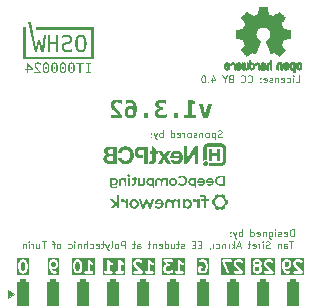
<source format=gbr>
%TF.GenerationSoftware,KiCad,Pcbnew,9.0.4*%
%TF.CreationDate,2025-09-23T00:44:44+02:00*%
%TF.ProjectId,rp2350_gpio_card,72703233-3530-45f6-9770-696f5f636172,X1*%
%TF.SameCoordinates,Original*%
%TF.FileFunction,Legend,Bot*%
%TF.FilePolarity,Positive*%
%FSLAX46Y46*%
G04 Gerber Fmt 4.6, Leading zero omitted, Abs format (unit mm)*
G04 Created by KiCad (PCBNEW 9.0.4) date 2025-09-23 00:44:44*
%MOMM*%
%LPD*%
G01*
G04 APERTURE LIST*
G04 Aperture macros list*
%AMRoundRect*
0 Rectangle with rounded corners*
0 $1 Rounding radius*
0 $2 $3 $4 $5 $6 $7 $8 $9 X,Y pos of 4 corners*
0 Add a 4 corners polygon primitive as box body*
4,1,4,$2,$3,$4,$5,$6,$7,$8,$9,$2,$3,0*
0 Add four circle primitives for the rounded corners*
1,1,$1+$1,$2,$3*
1,1,$1+$1,$4,$5*
1,1,$1+$1,$6,$7*
1,1,$1+$1,$8,$9*
0 Add four rect primitives between the rounded corners*
20,1,$1+$1,$2,$3,$4,$5,0*
20,1,$1+$1,$4,$5,$6,$7,0*
20,1,$1+$1,$6,$7,$8,$9,0*
20,1,$1+$1,$8,$9,$2,$3,0*%
G04 Aperture macros list end*
%ADD10C,0.000000*%
%ADD11C,0.101600*%
%ADD12C,0.201600*%
%ADD13C,0.116840*%
%ADD14C,0.010000*%
%ADD15C,0.120000*%
%ADD16C,2.200000*%
%ADD17R,0.600000X1.550000*%
%ADD18R,0.250000X1.300000*%
%ADD19RoundRect,0.250000X-0.250000X1.000000X-0.250000X-1.000000X0.250000X-1.000000X0.250000X1.000000X0*%
G04 APERTURE END LIST*
D10*
G36*
X102813652Y-72108675D02*
G01*
X102985282Y-71596027D01*
X103189383Y-71596027D01*
X102911990Y-72365065D01*
X102747523Y-72365065D01*
X102559680Y-71834314D01*
X102370298Y-72365065D01*
X102201569Y-72365065D01*
X101930108Y-71596027D01*
X102112019Y-71596027D01*
X102282285Y-72104150D01*
X102464197Y-71589964D01*
X102630202Y-71589964D01*
X102813652Y-72108675D01*
G37*
G36*
X109440632Y-71827588D02*
G01*
X109440248Y-71841315D01*
X109439606Y-71854976D01*
X109438709Y-71868567D01*
X109437554Y-71882085D01*
X109436144Y-71895526D01*
X109434476Y-71908887D01*
X109432553Y-71922163D01*
X109431748Y-71926638D01*
X109430708Y-71931037D01*
X109429436Y-71935353D01*
X109427938Y-71939575D01*
X109426221Y-71943694D01*
X109424289Y-71947702D01*
X109422148Y-71951589D01*
X109419804Y-71955346D01*
X109417262Y-71958964D01*
X109414528Y-71962434D01*
X109411608Y-71965747D01*
X109408506Y-71968892D01*
X109405229Y-71971863D01*
X109401782Y-71974648D01*
X109398171Y-71977240D01*
X109394401Y-71979628D01*
X109294082Y-72039118D01*
X109289732Y-72041807D01*
X109285488Y-72044631D01*
X109281354Y-72047585D01*
X109277332Y-72050667D01*
X109273422Y-72053873D01*
X109269628Y-72057200D01*
X109265950Y-72060643D01*
X109262393Y-72064200D01*
X109258956Y-72067866D01*
X109255643Y-72071639D01*
X109252456Y-72075514D01*
X109249395Y-72079489D01*
X109246465Y-72083559D01*
X109243666Y-72087721D01*
X109241000Y-72091972D01*
X109238470Y-72096308D01*
X109236077Y-72100725D01*
X109233824Y-72105220D01*
X109231713Y-72109789D01*
X109229746Y-72114429D01*
X109227924Y-72119137D01*
X109226250Y-72123908D01*
X109224726Y-72128739D01*
X109223353Y-72133627D01*
X109222135Y-72138568D01*
X109221072Y-72143559D01*
X109220167Y-72148595D01*
X109219422Y-72153674D01*
X109218840Y-72158792D01*
X109218421Y-72163945D01*
X109218168Y-72169130D01*
X109218083Y-72174344D01*
X109218083Y-72293329D01*
X109217958Y-72297878D01*
X109217584Y-72302385D01*
X109216966Y-72306840D01*
X109216110Y-72311235D01*
X109215019Y-72315561D01*
X109213699Y-72319809D01*
X109212154Y-72323968D01*
X109210389Y-72328031D01*
X109208408Y-72331987D01*
X109206216Y-72335828D01*
X109203818Y-72339545D01*
X109201219Y-72343128D01*
X109198423Y-72346569D01*
X109195434Y-72349858D01*
X109192259Y-72352986D01*
X109188900Y-72355943D01*
X109178587Y-72364334D01*
X109168113Y-72372524D01*
X109157481Y-72380511D01*
X109146694Y-72388292D01*
X109135755Y-72395862D01*
X109124666Y-72403221D01*
X109113431Y-72410364D01*
X109102052Y-72417289D01*
X109090533Y-72423992D01*
X109078875Y-72430471D01*
X109067083Y-72436722D01*
X109055159Y-72442744D01*
X109043105Y-72448532D01*
X109030925Y-72454084D01*
X109018622Y-72459396D01*
X109006198Y-72464466D01*
X109002008Y-72465983D01*
X108997768Y-72467255D01*
X108993488Y-72468281D01*
X108989176Y-72469063D01*
X108984845Y-72469599D01*
X108980503Y-72469890D01*
X108976160Y-72469935D01*
X108971827Y-72469736D01*
X108967514Y-72469291D01*
X108963230Y-72468601D01*
X108958986Y-72467666D01*
X108954791Y-72466486D01*
X108950656Y-72465060D01*
X108946591Y-72463389D01*
X108942606Y-72461473D01*
X108938710Y-72459312D01*
X108838241Y-72399664D01*
X108829312Y-72394751D01*
X108820158Y-72390492D01*
X108810811Y-72386890D01*
X108801304Y-72383942D01*
X108791667Y-72381649D01*
X108781933Y-72380011D01*
X108772134Y-72379028D01*
X108762300Y-72378701D01*
X108752466Y-72379028D01*
X108742661Y-72380011D01*
X108732918Y-72381649D01*
X108723268Y-72383942D01*
X108713744Y-72386890D01*
X108704378Y-72390492D01*
X108695200Y-72394751D01*
X108686244Y-72399664D01*
X108585775Y-72459312D01*
X108581878Y-72461473D01*
X108577888Y-72463389D01*
X108573816Y-72465060D01*
X108569673Y-72466486D01*
X108565469Y-72467666D01*
X108561216Y-72468601D01*
X108556923Y-72469291D01*
X108552602Y-72469736D01*
X108548263Y-72469935D01*
X108543917Y-72469890D01*
X108539574Y-72469599D01*
X108535245Y-72469063D01*
X108530942Y-72468281D01*
X108526674Y-72467255D01*
X108522453Y-72465983D01*
X108518288Y-72464466D01*
X108505864Y-72459396D01*
X108493560Y-72454084D01*
X108481381Y-72448532D01*
X108469327Y-72442744D01*
X108457402Y-72436722D01*
X108445610Y-72430471D01*
X108433953Y-72423992D01*
X108422433Y-72417289D01*
X108411055Y-72410364D01*
X108399819Y-72403221D01*
X108388731Y-72395862D01*
X108377791Y-72388292D01*
X108367004Y-72380511D01*
X108356372Y-72372524D01*
X108345898Y-72364334D01*
X108335585Y-72355943D01*
X108332226Y-72352986D01*
X108329050Y-72349858D01*
X108326062Y-72346569D01*
X108323266Y-72343128D01*
X108320666Y-72339545D01*
X108318268Y-72335828D01*
X108316076Y-72331987D01*
X108314095Y-72328031D01*
X108312330Y-72323968D01*
X108310785Y-72319809D01*
X108309465Y-72315561D01*
X108308374Y-72311235D01*
X108307518Y-72306840D01*
X108306900Y-72302385D01*
X108306526Y-72297878D01*
X108306400Y-72293329D01*
X108306400Y-72174344D01*
X108306063Y-72163945D01*
X108305061Y-72153674D01*
X108303412Y-72143559D01*
X108301130Y-72133627D01*
X108298234Y-72123908D01*
X108294738Y-72114429D01*
X108290659Y-72105220D01*
X108286014Y-72096307D01*
X108280818Y-72087721D01*
X108275088Y-72079489D01*
X108268840Y-72071639D01*
X108262091Y-72064200D01*
X108254856Y-72057200D01*
X108247152Y-72050667D01*
X108238995Y-72044631D01*
X108230402Y-72039118D01*
X108130087Y-71979628D01*
X108126317Y-71977241D01*
X108122706Y-71974655D01*
X108119259Y-71971876D01*
X108115981Y-71968915D01*
X108112880Y-71965778D01*
X108109959Y-71962476D01*
X108107225Y-71959015D01*
X108104683Y-71955406D01*
X108102339Y-71951655D01*
X108100198Y-71947772D01*
X108098266Y-71943764D01*
X108096548Y-71939641D01*
X108095051Y-71935411D01*
X108093779Y-71931083D01*
X108092738Y-71926664D01*
X108091934Y-71922163D01*
X108090053Y-71908887D01*
X108088406Y-71895526D01*
X108086998Y-71882085D01*
X108085834Y-71868567D01*
X108084920Y-71854976D01*
X108084260Y-71841315D01*
X108083860Y-71827588D01*
X108083728Y-71813961D01*
X108354420Y-71813961D01*
X108354950Y-71835508D01*
X108356525Y-71856773D01*
X108359118Y-71877729D01*
X108362703Y-71898350D01*
X108367256Y-71918610D01*
X108372750Y-71938481D01*
X108379160Y-71957939D01*
X108386460Y-71976956D01*
X108394625Y-71995506D01*
X108403629Y-72013563D01*
X108413446Y-72031101D01*
X108424050Y-72048092D01*
X108435417Y-72064512D01*
X108447520Y-72080333D01*
X108460333Y-72095529D01*
X108473832Y-72110074D01*
X108487991Y-72123942D01*
X108502783Y-72137106D01*
X108518183Y-72149539D01*
X108534166Y-72161216D01*
X108550706Y-72172111D01*
X108567777Y-72182196D01*
X108585354Y-72191445D01*
X108603411Y-72199833D01*
X108621923Y-72207333D01*
X108640863Y-72213918D01*
X108660206Y-72219562D01*
X108679927Y-72224239D01*
X108700000Y-72227922D01*
X108720399Y-72230586D01*
X108741099Y-72232204D01*
X108762073Y-72232749D01*
X108783048Y-72232204D01*
X108803748Y-72230586D01*
X108824148Y-72227922D01*
X108844221Y-72224239D01*
X108863942Y-72219562D01*
X108883285Y-72213918D01*
X108902226Y-72207333D01*
X108920738Y-72199833D01*
X108938795Y-72191445D01*
X108956372Y-72182196D01*
X108973443Y-72172111D01*
X108989983Y-72161216D01*
X109005967Y-72149539D01*
X109021367Y-72137106D01*
X109036159Y-72123942D01*
X109050318Y-72110074D01*
X109063817Y-72095529D01*
X109076631Y-72080333D01*
X109088734Y-72064512D01*
X109100100Y-72048092D01*
X109110705Y-72031101D01*
X109120522Y-72013563D01*
X109129526Y-71995506D01*
X109137690Y-71976956D01*
X109144990Y-71957939D01*
X109151400Y-71938481D01*
X109156895Y-71918610D01*
X109161447Y-71898350D01*
X109165033Y-71877729D01*
X109167626Y-71856773D01*
X109169200Y-71835508D01*
X109169731Y-71813961D01*
X109169200Y-71792413D01*
X109167626Y-71771148D01*
X109165033Y-71750192D01*
X109161447Y-71729570D01*
X109156895Y-71709311D01*
X109151400Y-71689439D01*
X109144990Y-71669981D01*
X109137690Y-71650964D01*
X109129526Y-71632414D01*
X109120522Y-71614357D01*
X109110705Y-71596819D01*
X109100100Y-71579828D01*
X109088734Y-71563408D01*
X109076631Y-71547587D01*
X109063817Y-71532391D01*
X109050318Y-71517846D01*
X109036159Y-71503979D01*
X109021367Y-71490815D01*
X109005967Y-71478382D01*
X108989983Y-71466705D01*
X108973443Y-71455811D01*
X108956372Y-71445726D01*
X108938795Y-71436476D01*
X108920738Y-71428089D01*
X108902226Y-71420589D01*
X108883285Y-71414004D01*
X108863942Y-71408360D01*
X108844221Y-71403683D01*
X108824148Y-71400000D01*
X108803748Y-71397336D01*
X108783048Y-71395718D01*
X108762073Y-71395173D01*
X108741099Y-71395718D01*
X108720399Y-71397336D01*
X108700000Y-71400000D01*
X108679927Y-71403683D01*
X108660206Y-71408360D01*
X108640863Y-71414004D01*
X108621923Y-71420589D01*
X108603411Y-71428089D01*
X108585354Y-71436476D01*
X108567777Y-71445726D01*
X108550706Y-71455811D01*
X108534166Y-71466705D01*
X108518183Y-71478382D01*
X108502783Y-71490815D01*
X108487991Y-71503979D01*
X108473832Y-71517846D01*
X108460333Y-71532391D01*
X108447520Y-71547587D01*
X108435417Y-71563408D01*
X108424050Y-71579828D01*
X108413446Y-71596819D01*
X108403629Y-71614357D01*
X108394625Y-71632414D01*
X108386460Y-71650964D01*
X108379160Y-71669981D01*
X108372750Y-71689439D01*
X108367256Y-71709311D01*
X108362703Y-71729570D01*
X108359118Y-71750192D01*
X108356525Y-71771148D01*
X108354950Y-71792413D01*
X108354420Y-71813961D01*
X108083728Y-71813961D01*
X108083726Y-71813798D01*
X108083854Y-71800010D01*
X108084239Y-71786284D01*
X108084880Y-71772623D01*
X108085778Y-71759031D01*
X108086933Y-71745513D01*
X108088343Y-71732071D01*
X108090010Y-71718710D01*
X108091934Y-71705434D01*
X108092710Y-71700961D01*
X108093723Y-71696566D01*
X108094967Y-71692259D01*
X108096438Y-71688047D01*
X108098129Y-71683939D01*
X108100036Y-71679945D01*
X108102153Y-71676072D01*
X108104475Y-71672330D01*
X108106996Y-71668727D01*
X108109711Y-71665271D01*
X108112615Y-71661972D01*
X108115703Y-71658838D01*
X108118968Y-71655878D01*
X108122406Y-71653100D01*
X108126012Y-71650514D01*
X108129779Y-71648127D01*
X108129777Y-71648127D01*
X108230096Y-71588632D01*
X108234446Y-71585944D01*
X108238690Y-71583120D01*
X108242824Y-71580166D01*
X108246846Y-71577084D01*
X108250756Y-71573878D01*
X108254550Y-71570551D01*
X108258227Y-71567108D01*
X108261785Y-71563551D01*
X108265222Y-71559885D01*
X108268535Y-71556112D01*
X108271722Y-71552237D01*
X108274782Y-71548262D01*
X108277713Y-71544192D01*
X108280512Y-71540030D01*
X108283178Y-71535779D01*
X108285708Y-71531443D01*
X108288101Y-71527026D01*
X108290353Y-71522531D01*
X108292465Y-71517962D01*
X108294432Y-71513322D01*
X108296254Y-71508614D01*
X108297928Y-71503843D01*
X108299452Y-71499012D01*
X108300825Y-71494124D01*
X108302043Y-71489183D01*
X108303106Y-71484192D01*
X108304011Y-71479155D01*
X108304755Y-71474076D01*
X108305338Y-71468959D01*
X108305757Y-71463805D01*
X108306010Y-71458620D01*
X108306095Y-71453407D01*
X108306095Y-71334422D01*
X108306220Y-71329873D01*
X108306594Y-71325365D01*
X108307212Y-71320909D01*
X108308068Y-71316513D01*
X108309159Y-71312187D01*
X108310479Y-71307940D01*
X108312024Y-71303780D01*
X108313790Y-71299717D01*
X108315771Y-71295761D01*
X108317962Y-71291920D01*
X108320360Y-71288203D01*
X108322960Y-71284620D01*
X108325756Y-71281180D01*
X108328745Y-71277891D01*
X108331921Y-71274764D01*
X108335280Y-71271807D01*
X108345619Y-71263389D01*
X108356116Y-71255174D01*
X108366768Y-71247166D01*
X108377573Y-71239368D01*
X108388527Y-71231782D01*
X108399628Y-71224411D01*
X108410873Y-71217257D01*
X108422260Y-71210324D01*
X108433786Y-71203615D01*
X108445448Y-71197131D01*
X108457243Y-71190876D01*
X108469170Y-71184853D01*
X108481225Y-71179064D01*
X108493405Y-71173512D01*
X108505708Y-71168200D01*
X108518132Y-71163131D01*
X108522321Y-71161614D01*
X108526562Y-71160342D01*
X108530843Y-71159315D01*
X108535154Y-71158534D01*
X108539486Y-71157998D01*
X108543828Y-71157707D01*
X108548170Y-71157661D01*
X108552503Y-71157861D01*
X108556816Y-71158305D01*
X108561100Y-71158995D01*
X108565344Y-71159930D01*
X108569538Y-71161111D01*
X108573673Y-71162536D01*
X108577738Y-71164207D01*
X108581723Y-71166122D01*
X108585619Y-71168283D01*
X108686088Y-71227932D01*
X108695017Y-71232845D01*
X108704171Y-71237103D01*
X108713518Y-71240706D01*
X108723026Y-71243654D01*
X108732663Y-71245947D01*
X108742397Y-71247585D01*
X108752197Y-71248567D01*
X108762030Y-71248895D01*
X108771865Y-71248567D01*
X108781670Y-71247585D01*
X108791413Y-71245947D01*
X108801063Y-71243654D01*
X108810586Y-71240706D01*
X108819953Y-71237103D01*
X108829129Y-71232845D01*
X108838085Y-71227932D01*
X108938558Y-71168283D01*
X108942455Y-71166121D01*
X108946445Y-71164200D01*
X108950517Y-71162523D01*
X108954660Y-71161089D01*
X108958864Y-71159899D01*
X108963118Y-71158954D01*
X108967410Y-71158255D01*
X108971732Y-71157802D01*
X108976071Y-71157596D01*
X108980417Y-71157638D01*
X108984760Y-71157929D01*
X108989088Y-71158468D01*
X108993392Y-71159257D01*
X108997659Y-71160297D01*
X109001881Y-71161588D01*
X109006046Y-71163131D01*
X109018494Y-71168201D01*
X109030816Y-71173513D01*
X109043008Y-71179064D01*
X109055070Y-71184852D01*
X109066997Y-71190873D01*
X109078789Y-71197124D01*
X109090443Y-71203603D01*
X109101956Y-71210306D01*
X109113327Y-71217231D01*
X109124553Y-71224374D01*
X109135633Y-71231732D01*
X109146563Y-71239303D01*
X109157342Y-71247084D01*
X109167967Y-71255071D01*
X109188748Y-71271654D01*
X109192107Y-71274611D01*
X109195282Y-71277738D01*
X109198271Y-71281027D01*
X109201067Y-71284467D01*
X109203666Y-71288050D01*
X109206064Y-71291767D01*
X109208256Y-71295608D01*
X109210236Y-71299565D01*
X109212002Y-71303627D01*
X109213547Y-71307787D01*
X109214867Y-71312034D01*
X109215958Y-71316360D01*
X109216814Y-71320756D01*
X109217432Y-71325212D01*
X109217806Y-71329719D01*
X109217931Y-71334268D01*
X109217931Y-71453253D01*
X109218267Y-71463651D01*
X109219264Y-71473921D01*
X109220907Y-71484037D01*
X109223180Y-71493968D01*
X109226067Y-71503687D01*
X109229554Y-71513166D01*
X109233623Y-71522375D01*
X109238261Y-71531288D01*
X109243451Y-71539875D01*
X109249177Y-71548107D01*
X109255424Y-71555957D01*
X109262177Y-71563397D01*
X109269419Y-71570397D01*
X109277136Y-71576930D01*
X109285311Y-71582966D01*
X109293930Y-71588479D01*
X109394249Y-71647969D01*
X109398019Y-71650356D01*
X109401630Y-71652942D01*
X109405077Y-71655720D01*
X109408354Y-71658680D01*
X109411456Y-71661815D01*
X109414376Y-71665114D01*
X109417110Y-71668570D01*
X109419652Y-71672173D01*
X109421996Y-71675916D01*
X109424137Y-71679789D01*
X109426069Y-71683783D01*
X109427786Y-71687891D01*
X109429284Y-71692102D01*
X109430556Y-71696409D01*
X109431596Y-71700803D01*
X109432401Y-71705275D01*
X109434375Y-71718604D01*
X109436079Y-71732004D01*
X109437517Y-71745474D01*
X109438690Y-71759011D01*
X109439598Y-71772614D01*
X109440245Y-71786281D01*
X109440632Y-71800010D01*
X109440761Y-71813798D01*
X109440759Y-71813961D01*
X109440632Y-71827588D01*
G37*
G36*
X97885901Y-60111634D02*
G01*
X97702945Y-60111634D01*
X97702945Y-60785591D01*
X97885901Y-60785591D01*
X97885901Y-60884960D01*
X97401330Y-60884960D01*
X97401330Y-60785591D01*
X97584286Y-60785591D01*
X97584286Y-60111634D01*
X97401330Y-60111634D01*
X97401330Y-60012264D01*
X97885901Y-60012264D01*
X97885901Y-60111634D01*
G37*
G36*
X100257355Y-72358962D02*
G01*
X100072368Y-72358962D01*
X100072368Y-72012161D01*
X99717157Y-72358962D01*
X99466215Y-72358962D01*
X99881624Y-71951884D01*
X99486735Y-71596023D01*
X99731920Y-71596023D01*
X100072368Y-71906600D01*
X100072368Y-71249213D01*
X100257355Y-71249213D01*
X100257355Y-72358962D01*
G37*
G36*
X101620031Y-69804224D02*
G01*
X101723853Y-69804224D01*
X101723853Y-69922334D01*
X101620031Y-69922334D01*
X101620031Y-70226182D01*
X101619798Y-70239070D01*
X101619104Y-70251568D01*
X101617951Y-70263676D01*
X101616343Y-70275393D01*
X101614285Y-70286716D01*
X101611780Y-70297645D01*
X101608832Y-70308178D01*
X101605445Y-70318314D01*
X101601623Y-70328051D01*
X101597369Y-70337389D01*
X101592688Y-70346327D01*
X101587582Y-70354861D01*
X101582057Y-70362992D01*
X101576115Y-70370719D01*
X101569762Y-70378039D01*
X101562999Y-70384952D01*
X101555833Y-70391455D01*
X101548265Y-70397549D01*
X101540300Y-70403231D01*
X101531943Y-70408501D01*
X101523196Y-70413356D01*
X101514063Y-70417796D01*
X101504549Y-70421820D01*
X101494657Y-70425425D01*
X101484392Y-70428612D01*
X101473756Y-70431377D01*
X101462754Y-70433721D01*
X101451389Y-70435641D01*
X101439666Y-70437137D01*
X101427588Y-70438208D01*
X101415160Y-70438851D01*
X101402384Y-70439065D01*
X101392387Y-70438903D01*
X101382417Y-70438416D01*
X101372500Y-70437602D01*
X101362662Y-70436461D01*
X101352930Y-70434990D01*
X101343331Y-70433189D01*
X101333891Y-70431055D01*
X101324636Y-70428588D01*
X101315594Y-70425786D01*
X101306790Y-70422648D01*
X101298251Y-70419172D01*
X101290004Y-70415357D01*
X101282075Y-70411202D01*
X101274491Y-70406705D01*
X101267277Y-70401864D01*
X101260462Y-70396679D01*
X101260462Y-70396203D01*
X101301895Y-70290952D01*
X101306253Y-70294228D01*
X101310750Y-70297273D01*
X101315379Y-70300089D01*
X101320135Y-70302679D01*
X101325010Y-70305046D01*
X101329999Y-70307193D01*
X101335096Y-70309121D01*
X101340293Y-70310835D01*
X101345586Y-70312337D01*
X101350967Y-70313629D01*
X101356431Y-70314715D01*
X101361970Y-70315598D01*
X101367580Y-70316279D01*
X101373252Y-70316762D01*
X101378982Y-70317050D01*
X101384763Y-70317145D01*
X101390001Y-70317048D01*
X101395087Y-70316756D01*
X101400020Y-70316271D01*
X101404800Y-70315593D01*
X101409425Y-70314724D01*
X101413895Y-70313664D01*
X101418209Y-70312414D01*
X101422365Y-70310976D01*
X101426362Y-70309351D01*
X101430200Y-70307538D01*
X101433878Y-70305540D01*
X101437395Y-70303357D01*
X101440750Y-70300991D01*
X101443941Y-70298441D01*
X101446968Y-70295710D01*
X101449831Y-70292797D01*
X101452527Y-70289705D01*
X101455056Y-70286433D01*
X101457417Y-70282984D01*
X101459610Y-70279357D01*
X101461632Y-70275554D01*
X101463484Y-70271576D01*
X101465163Y-70267424D01*
X101466670Y-70263098D01*
X101468004Y-70258601D01*
X101469163Y-70253931D01*
X101470146Y-70249092D01*
X101470952Y-70244083D01*
X101471581Y-70238905D01*
X101472031Y-70233560D01*
X101472393Y-70222372D01*
X101472393Y-69922334D01*
X101303324Y-69922334D01*
X101303324Y-69804224D01*
X101472393Y-69804224D01*
X101472393Y-69659920D01*
X101620031Y-69659920D01*
X101620031Y-69804224D01*
G37*
G36*
X108106767Y-67669358D02*
G01*
X108523750Y-67669358D01*
X108523750Y-67316933D01*
X108811617Y-67316933D01*
X108811617Y-68309120D01*
X108523750Y-68309120D01*
X108523750Y-67956166D01*
X108105709Y-67956166D01*
X108105709Y-68309121D01*
X107819959Y-68309120D01*
X107819959Y-67316933D01*
X108106767Y-67316933D01*
X108106767Y-67669358D01*
G37*
G36*
X100026921Y-68584287D02*
G01*
X99399858Y-68584287D01*
X99382019Y-68584569D01*
X99364203Y-68584364D01*
X99346419Y-68583673D01*
X99328677Y-68582499D01*
X99310986Y-68580843D01*
X99293356Y-68578708D01*
X99275798Y-68576094D01*
X99258320Y-68573004D01*
X99240933Y-68569440D01*
X99223646Y-68565404D01*
X99206469Y-68560897D01*
X99189412Y-68555922D01*
X99172484Y-68550479D01*
X99155696Y-68544572D01*
X99139056Y-68538202D01*
X99122575Y-68531370D01*
X99109645Y-68525407D01*
X99096970Y-68518992D01*
X99084560Y-68512137D01*
X99072426Y-68504848D01*
X99060578Y-68497136D01*
X99049027Y-68489009D01*
X99037784Y-68480477D01*
X99026859Y-68471547D01*
X99016262Y-68462230D01*
X99006005Y-68452535D01*
X98996098Y-68442469D01*
X98986552Y-68432043D01*
X98977376Y-68421264D01*
X98968583Y-68410143D01*
X98960181Y-68398688D01*
X98952183Y-68386908D01*
X98945010Y-68375105D01*
X98938282Y-68363079D01*
X98932003Y-68350842D01*
X98926178Y-68338407D01*
X98920809Y-68325788D01*
X98915900Y-68312996D01*
X98911455Y-68300045D01*
X98907477Y-68286947D01*
X98903971Y-68273715D01*
X98900939Y-68260362D01*
X98898385Y-68246901D01*
X98896313Y-68233344D01*
X98894727Y-68219704D01*
X98893630Y-68205995D01*
X98893026Y-68192228D01*
X98892918Y-68178416D01*
X98892924Y-68166179D01*
X98893236Y-68156841D01*
X99213062Y-68156841D01*
X99213618Y-68166412D01*
X99214723Y-68175886D01*
X99216366Y-68185244D01*
X99218536Y-68194462D01*
X99221226Y-68203520D01*
X99224423Y-68212396D01*
X99228119Y-68221068D01*
X99232304Y-68229516D01*
X99236967Y-68237717D01*
X99242100Y-68245650D01*
X99247691Y-68253294D01*
X99253731Y-68260627D01*
X99260211Y-68267627D01*
X99267120Y-68274274D01*
X99274448Y-68280545D01*
X99274447Y-68280545D01*
X99284960Y-68287397D01*
X99295723Y-68293769D01*
X99306719Y-68299659D01*
X99317931Y-68305061D01*
X99329343Y-68309971D01*
X99340938Y-68314385D01*
X99352701Y-68318299D01*
X99364614Y-68321708D01*
X99376661Y-68324608D01*
X99388825Y-68326994D01*
X99401091Y-68328863D01*
X99413441Y-68330209D01*
X99425860Y-68331029D01*
X99438330Y-68331318D01*
X99450835Y-68331072D01*
X99463360Y-68330287D01*
X99716830Y-68330287D01*
X99716830Y-67940291D01*
X99716830Y-67728625D01*
X99716830Y-67366675D01*
X99480821Y-67366675D01*
X99470132Y-67366255D01*
X99459473Y-67366319D01*
X99448860Y-67366861D01*
X99438308Y-67367878D01*
X99427833Y-67369365D01*
X99417451Y-67371316D01*
X99407176Y-67373727D01*
X99397024Y-67376594D01*
X99387010Y-67379912D01*
X99377149Y-67383675D01*
X99367458Y-67387880D01*
X99357951Y-67392521D01*
X99348643Y-67397594D01*
X99339551Y-67403095D01*
X99330688Y-67409018D01*
X99322072Y-67415358D01*
X99315120Y-67421481D01*
X99308564Y-67427951D01*
X99302412Y-67434748D01*
X99296674Y-67441853D01*
X99291358Y-67449245D01*
X99286474Y-67456905D01*
X99282030Y-67464814D01*
X99278036Y-67472952D01*
X99274500Y-67481299D01*
X99271431Y-67489836D01*
X99268838Y-67498543D01*
X99266731Y-67507401D01*
X99265118Y-67516390D01*
X99264008Y-67525490D01*
X99263411Y-67534682D01*
X99263334Y-67543946D01*
X99263263Y-67550576D01*
X99263454Y-67557186D01*
X99263905Y-67563768D01*
X99264614Y-67570315D01*
X99265578Y-67576819D01*
X99266796Y-67583272D01*
X99268265Y-67589668D01*
X99269983Y-67595999D01*
X99271948Y-67602258D01*
X99274158Y-67608437D01*
X99276611Y-67614530D01*
X99279304Y-67620528D01*
X99282235Y-67626424D01*
X99285403Y-67632211D01*
X99288805Y-67637882D01*
X99292439Y-67643429D01*
X99296258Y-67648664D01*
X99300245Y-67653756D01*
X99304395Y-67658701D01*
X99308705Y-67663495D01*
X99313170Y-67668134D01*
X99317786Y-67672617D01*
X99322548Y-67676937D01*
X99327452Y-67681094D01*
X99332495Y-67685081D01*
X99337670Y-67688897D01*
X99342975Y-67692538D01*
X99348404Y-67696000D01*
X99353955Y-67699279D01*
X99359621Y-67702372D01*
X99365399Y-67705276D01*
X99371285Y-67707987D01*
X99378054Y-67710778D01*
X99384885Y-67713385D01*
X99391776Y-67715808D01*
X99398723Y-67718047D01*
X99405722Y-67720099D01*
X99412768Y-67721965D01*
X99419859Y-67723644D01*
X99426991Y-67725135D01*
X99434159Y-67726438D01*
X99441361Y-67727551D01*
X99448592Y-67728474D01*
X99455848Y-67729206D01*
X99463126Y-67729747D01*
X99470423Y-67730095D01*
X99477733Y-67730251D01*
X99485055Y-67730212D01*
X99672379Y-67730212D01*
X99672379Y-67941879D01*
X99454892Y-67941879D01*
X99446588Y-67941800D01*
X99438297Y-67941957D01*
X99430023Y-67942348D01*
X99421772Y-67942973D01*
X99413549Y-67943831D01*
X99405358Y-67944920D01*
X99397204Y-67946241D01*
X99389093Y-67947790D01*
X99381028Y-67949569D01*
X99373016Y-67951575D01*
X99365060Y-67953808D01*
X99357166Y-67956267D01*
X99349339Y-67958950D01*
X99341583Y-67961857D01*
X99333903Y-67964986D01*
X99326305Y-67968337D01*
X99319965Y-67971456D01*
X99313752Y-67974788D01*
X99307670Y-67978327D01*
X99301723Y-67982071D01*
X99295917Y-67986013D01*
X99290256Y-67990152D01*
X99284745Y-67994481D01*
X99279390Y-67998998D01*
X99274194Y-68003698D01*
X99269162Y-68008576D01*
X99264300Y-68013628D01*
X99259612Y-68018851D01*
X99255102Y-68024240D01*
X99250777Y-68029791D01*
X99246640Y-68035500D01*
X99242696Y-68041362D01*
X99239128Y-68047380D01*
X99235780Y-68053506D01*
X99232655Y-68059735D01*
X99229754Y-68066059D01*
X99227079Y-68072473D01*
X99224632Y-68078971D01*
X99222414Y-68085546D01*
X99220428Y-68092192D01*
X99218674Y-68098904D01*
X99217155Y-68105675D01*
X99215872Y-68112499D01*
X99214827Y-68119369D01*
X99214022Y-68126280D01*
X99213459Y-68133226D01*
X99213138Y-68140200D01*
X99213063Y-68147196D01*
X99213062Y-68156841D01*
X98893236Y-68156841D01*
X98893332Y-68153972D01*
X98894141Y-68141804D01*
X98895348Y-68129687D01*
X98896951Y-68117628D01*
X98898947Y-68105638D01*
X98901334Y-68093726D01*
X98904110Y-68081902D01*
X98907272Y-68070175D01*
X98910818Y-68058556D01*
X98914745Y-68047053D01*
X98919051Y-68035675D01*
X98923733Y-68024434D01*
X98928789Y-68013338D01*
X98934217Y-68002396D01*
X98940014Y-67991619D01*
X98940013Y-67991620D01*
X98945529Y-67982270D01*
X98951333Y-67973119D01*
X98957420Y-67964175D01*
X98963783Y-67955443D01*
X98970418Y-67946928D01*
X98977318Y-67938638D01*
X98984477Y-67930578D01*
X98991890Y-67922754D01*
X98999550Y-67915172D01*
X99007451Y-67907838D01*
X99015589Y-67900758D01*
X99023956Y-67893939D01*
X99032547Y-67887386D01*
X99041356Y-67881105D01*
X99050377Y-67875102D01*
X99059605Y-67869383D01*
X99068688Y-67864101D01*
X99077919Y-67859120D01*
X99087289Y-67854443D01*
X99096791Y-67850071D01*
X99106418Y-67846008D01*
X99116162Y-67842255D01*
X99126015Y-67838814D01*
X99135969Y-67835688D01*
X99146018Y-67832880D01*
X99156153Y-67830391D01*
X99166367Y-67828223D01*
X99176653Y-67826379D01*
X99187002Y-67824861D01*
X99197407Y-67823672D01*
X99207860Y-67822813D01*
X99218355Y-67822287D01*
X99218355Y-67807470D01*
X99209225Y-67805416D01*
X99200157Y-67803143D01*
X99191154Y-67800653D01*
X99182222Y-67797948D01*
X99173362Y-67795028D01*
X99164580Y-67791897D01*
X99155878Y-67788554D01*
X99147262Y-67785003D01*
X99138733Y-67781245D01*
X99130297Y-67777280D01*
X99121957Y-67773112D01*
X99113717Y-67768740D01*
X99105580Y-67764168D01*
X99097550Y-67759397D01*
X99089632Y-67754428D01*
X99081828Y-67749262D01*
X99074511Y-67744063D01*
X99067365Y-67738655D01*
X99060396Y-67733041D01*
X99053606Y-67727225D01*
X99047000Y-67721214D01*
X99040582Y-67715011D01*
X99034357Y-67708620D01*
X99028327Y-67702047D01*
X99022498Y-67695296D01*
X99016873Y-67688371D01*
X99011456Y-67681277D01*
X99006252Y-67674018D01*
X99001264Y-67666599D01*
X98996496Y-67659025D01*
X98991953Y-67651300D01*
X98987638Y-67643429D01*
X98983337Y-67634582D01*
X98979315Y-67625623D01*
X98975575Y-67616557D01*
X98972117Y-67607392D01*
X98968944Y-67598134D01*
X98966057Y-67588790D01*
X98963457Y-67579366D01*
X98961146Y-67569870D01*
X98959126Y-67560308D01*
X98957397Y-67550687D01*
X98955962Y-67541013D01*
X98954822Y-67531293D01*
X98953979Y-67521534D01*
X98953433Y-67511742D01*
X98953187Y-67501924D01*
X98953243Y-67492087D01*
X98953132Y-67479189D01*
X98953492Y-67466325D01*
X98954321Y-67453509D01*
X98955614Y-67440753D01*
X98957369Y-67428068D01*
X98959581Y-67415468D01*
X98962248Y-67402965D01*
X98965367Y-67390571D01*
X98968933Y-67378298D01*
X98972944Y-67366159D01*
X98977396Y-67354167D01*
X98982287Y-67342332D01*
X98987611Y-67330668D01*
X98993368Y-67319188D01*
X98999551Y-67307902D01*
X99006160Y-67296825D01*
X99013823Y-67285811D01*
X99021873Y-67275119D01*
X99030298Y-67264755D01*
X99039089Y-67254730D01*
X99048234Y-67245053D01*
X99057723Y-67235730D01*
X99067544Y-67226773D01*
X99077688Y-67218189D01*
X99088143Y-67209986D01*
X99098898Y-67202175D01*
X99109944Y-67194763D01*
X99121268Y-67187760D01*
X99132861Y-67181173D01*
X99144711Y-67175012D01*
X99156809Y-67169286D01*
X99169142Y-67164004D01*
X99185265Y-67157703D01*
X99201528Y-67151834D01*
X99217921Y-67146398D01*
X99234438Y-67141397D01*
X99251068Y-67136832D01*
X99267803Y-67132704D01*
X99284635Y-67129016D01*
X99301554Y-67125769D01*
X99318552Y-67122964D01*
X99335620Y-67120604D01*
X99352750Y-67118688D01*
X99369933Y-67117220D01*
X99387160Y-67116201D01*
X99404422Y-67115632D01*
X99421711Y-67115514D01*
X99439018Y-67115850D01*
X100026921Y-67115850D01*
X100026921Y-67366675D01*
X100026921Y-68584287D01*
G37*
G36*
X95825802Y-57649002D02*
G01*
X95851468Y-57650359D01*
X95876478Y-57652619D01*
X95900830Y-57655783D01*
X95924524Y-57659851D01*
X95947562Y-57664823D01*
X95969942Y-57670699D01*
X95991664Y-57677479D01*
X96012730Y-57685163D01*
X96033138Y-57693750D01*
X96052888Y-57703242D01*
X96071982Y-57713637D01*
X96090418Y-57724935D01*
X96108197Y-57737137D01*
X96125318Y-57750243D01*
X96141782Y-57764253D01*
X96157298Y-57778894D01*
X96171813Y-57794132D01*
X96185328Y-57809969D01*
X96197841Y-57826403D01*
X96209353Y-57843435D01*
X96219864Y-57861065D01*
X96229375Y-57879292D01*
X96237884Y-57898117D01*
X96245392Y-57917539D01*
X96251900Y-57937560D01*
X96257406Y-57958178D01*
X96261911Y-57979393D01*
X96265415Y-58001206D01*
X96267918Y-58023616D01*
X96269420Y-58046624D01*
X96269920Y-58070230D01*
X96269569Y-58089112D01*
X96268516Y-58107507D01*
X96266760Y-58125417D01*
X96264302Y-58142841D01*
X96261142Y-58159780D01*
X96257279Y-58176232D01*
X96252714Y-58192200D01*
X96247447Y-58207681D01*
X96241478Y-58222677D01*
X96234806Y-58237187D01*
X96227432Y-58251212D01*
X96219356Y-58264752D01*
X96210577Y-58277806D01*
X96201096Y-58290375D01*
X96190913Y-58302458D01*
X96180028Y-58314057D01*
X96168368Y-58325233D01*
X96155856Y-58336050D01*
X96142493Y-58346509D01*
X96128278Y-58356609D01*
X96113211Y-58366351D01*
X96097292Y-58375734D01*
X96080522Y-58384758D01*
X96062900Y-58393423D01*
X96044426Y-58401730D01*
X96025101Y-58409679D01*
X96004924Y-58417269D01*
X95983895Y-58424500D01*
X95962014Y-58431373D01*
X95939282Y-58437887D01*
X95915698Y-58444043D01*
X95891262Y-58449841D01*
X95788008Y-58473746D01*
X95771002Y-58477672D01*
X95754646Y-58481799D01*
X95738939Y-58486128D01*
X95723883Y-58490658D01*
X95709476Y-58495390D01*
X95695720Y-58500324D01*
X95682613Y-58505459D01*
X95670156Y-58510796D01*
X95658349Y-58516335D01*
X95647192Y-58522075D01*
X95636685Y-58528017D01*
X95626827Y-58534161D01*
X95617620Y-58540506D01*
X95609062Y-58547054D01*
X95601154Y-58553803D01*
X95593896Y-58560754D01*
X95587065Y-58568004D01*
X95580674Y-58575650D01*
X95574725Y-58583692D01*
X95569216Y-58592129D01*
X95564148Y-58600963D01*
X95559520Y-58610192D01*
X95555334Y-58619817D01*
X95551588Y-58629838D01*
X95548283Y-58640255D01*
X95545419Y-58651068D01*
X95542995Y-58662276D01*
X95541013Y-58673880D01*
X95539470Y-58685880D01*
X95538369Y-58698275D01*
X95537708Y-58711067D01*
X95537488Y-58724253D01*
X95537805Y-58738753D01*
X95538758Y-58752850D01*
X95540345Y-58766543D01*
X95542567Y-58779833D01*
X95545425Y-58792720D01*
X95548917Y-58805203D01*
X95553044Y-58817283D01*
X95557806Y-58828959D01*
X95563203Y-58840232D01*
X95569234Y-58851101D01*
X95575901Y-58861568D01*
X95583202Y-58871630D01*
X95591138Y-58881290D01*
X95599709Y-58890546D01*
X95608914Y-58899398D01*
X95618754Y-58907848D01*
X95629168Y-58915722D01*
X95640090Y-58923088D01*
X95651520Y-58929946D01*
X95663458Y-58936296D01*
X95675903Y-58942138D01*
X95688857Y-58947472D01*
X95702318Y-58952298D01*
X95716288Y-58956615D01*
X95730766Y-58960425D01*
X95745751Y-58963727D01*
X95761245Y-58966520D01*
X95777247Y-58968806D01*
X95793757Y-58970583D01*
X95810775Y-58971853D01*
X95828301Y-58972615D01*
X95846336Y-58972869D01*
X95871180Y-58972361D01*
X95895995Y-58970837D01*
X95920779Y-58968297D01*
X95945535Y-58964741D01*
X95970260Y-58960169D01*
X95994955Y-58954580D01*
X96019621Y-58947974D01*
X96044257Y-58940352D01*
X96068834Y-58931643D01*
X96093800Y-58921768D01*
X96119154Y-58910728D01*
X96144896Y-58898523D01*
X96171028Y-58885152D01*
X96197548Y-58870617D01*
X96224458Y-58854916D01*
X96251757Y-58838051D01*
X96251757Y-59043632D01*
X96226193Y-59054043D01*
X96200659Y-59063768D01*
X96175155Y-59072806D01*
X96149680Y-59081156D01*
X96124236Y-59088820D01*
X96098821Y-59095796D01*
X96073436Y-59102085D01*
X96048080Y-59107687D01*
X96022759Y-59112845D01*
X95997467Y-59117314D01*
X95972204Y-59121096D01*
X95946970Y-59124189D01*
X95921766Y-59126595D01*
X95896592Y-59128313D01*
X95871448Y-59129344D01*
X95846336Y-59129687D01*
X95816663Y-59129269D01*
X95787888Y-59128014D01*
X95760008Y-59125922D01*
X95733025Y-59122993D01*
X95706939Y-59119228D01*
X95681749Y-59114626D01*
X95657456Y-59109187D01*
X95634059Y-59102912D01*
X95611558Y-59095800D01*
X95589955Y-59087851D01*
X95569247Y-59079067D01*
X95549437Y-59069445D01*
X95530522Y-59058988D01*
X95512505Y-59047694D01*
X95495384Y-59035564D01*
X95479160Y-59022597D01*
X95463875Y-59008833D01*
X95449576Y-58994314D01*
X95436264Y-58979041D01*
X95423937Y-58963014D01*
X95412597Y-58946232D01*
X95402243Y-58928695D01*
X95392875Y-58910404D01*
X95384494Y-58891359D01*
X95377098Y-58871559D01*
X95370689Y-58851004D01*
X95365266Y-58829695D01*
X95360829Y-58807632D01*
X95357378Y-58784814D01*
X95354913Y-58761241D01*
X95353434Y-58736913D01*
X95352941Y-58711831D01*
X95353299Y-58690483D01*
X95354375Y-58669701D01*
X95356168Y-58649488D01*
X95358678Y-58629842D01*
X95361905Y-58610763D01*
X95365849Y-58592253D01*
X95370511Y-58574309D01*
X95375890Y-58556934D01*
X95381986Y-58540126D01*
X95388799Y-58523886D01*
X95396329Y-58508214D01*
X95404576Y-58493109D01*
X95413541Y-58478573D01*
X95423223Y-58464604D01*
X95433622Y-58451204D01*
X95444738Y-58438371D01*
X95456638Y-58426029D01*
X95469390Y-58414106D01*
X95482993Y-58402601D01*
X95497448Y-58391515D01*
X95512754Y-58380847D01*
X95528912Y-58370598D01*
X95545921Y-58360767D01*
X95563782Y-58351354D01*
X95582494Y-58342360D01*
X95602058Y-58333785D01*
X95622474Y-58325628D01*
X95643741Y-58317889D01*
X95665860Y-58310568D01*
X95688831Y-58303666D01*
X95712653Y-58297183D01*
X95737327Y-58291117D01*
X95838676Y-58268164D01*
X95856134Y-58263916D01*
X95872891Y-58259542D01*
X95888945Y-58255040D01*
X95904297Y-58250412D01*
X95918946Y-58245657D01*
X95932893Y-58240774D01*
X95946138Y-58235766D01*
X95958681Y-58230630D01*
X95970521Y-58225368D01*
X95981659Y-58219978D01*
X95992095Y-58214462D01*
X96001829Y-58208819D01*
X96010860Y-58203050D01*
X96019189Y-58197153D01*
X96026815Y-58191130D01*
X96033740Y-58184980D01*
X96039992Y-58178588D01*
X96045841Y-58171845D01*
X96051287Y-58164752D01*
X96056329Y-58157307D01*
X96060968Y-58149512D01*
X96065204Y-58141365D01*
X96069036Y-58132867D01*
X96072465Y-58124018D01*
X96075490Y-58114818D01*
X96078112Y-58105267D01*
X96080331Y-58095364D01*
X96082146Y-58085110D01*
X96083558Y-58074505D01*
X96084567Y-58063549D01*
X96085172Y-58052242D01*
X96085373Y-58040583D01*
X96085063Y-58027255D01*
X96084133Y-58014277D01*
X96082583Y-58001650D01*
X96080413Y-57989374D01*
X96077622Y-57977449D01*
X96074212Y-57965875D01*
X96070182Y-57954651D01*
X96065531Y-57943779D01*
X96060261Y-57933257D01*
X96054371Y-57923087D01*
X96047861Y-57913267D01*
X96040730Y-57903799D01*
X96032981Y-57894682D01*
X96024611Y-57885916D01*
X96015621Y-57877501D01*
X96006012Y-57869438D01*
X95995866Y-57861678D01*
X95985272Y-57854420D01*
X95974231Y-57847662D01*
X95962742Y-57841406D01*
X95950805Y-57835649D01*
X95938419Y-57830394D01*
X95925586Y-57825639D01*
X95912305Y-57821384D01*
X95898575Y-57817630D01*
X95884397Y-57814377D01*
X95869771Y-57811625D01*
X95854696Y-57809372D01*
X95839173Y-57807621D01*
X95823202Y-57806370D01*
X95806782Y-57805619D01*
X95789913Y-57805369D01*
X95767471Y-57805817D01*
X95745089Y-57807162D01*
X95722767Y-57809403D01*
X95700506Y-57812541D01*
X95678304Y-57816574D01*
X95656163Y-57821503D01*
X95634082Y-57827329D01*
X95612060Y-57834050D01*
X95589845Y-57841656D01*
X95567660Y-57850128D01*
X95545504Y-57859466D01*
X95523379Y-57869671D01*
X95501283Y-57880741D01*
X95479216Y-57892678D01*
X95457180Y-57905482D01*
X95435173Y-57919153D01*
X95435173Y-57723136D01*
X95460121Y-57714114D01*
X95484772Y-57705689D01*
X95509124Y-57697861D01*
X95533178Y-57690631D01*
X95556933Y-57683998D01*
X95580388Y-57677961D01*
X95603544Y-57672522D01*
X95626401Y-57667680D01*
X95648977Y-57663197D01*
X95671285Y-57659312D01*
X95693323Y-57656026D01*
X95715092Y-57653338D01*
X95736592Y-57651246D01*
X95757823Y-57649752D01*
X95778785Y-57648853D01*
X95799478Y-57648550D01*
X95825802Y-57649002D01*
G37*
G36*
X108852164Y-66841333D02*
G01*
X108875467Y-66843153D01*
X108898430Y-66846116D01*
X108921026Y-66850192D01*
X108943224Y-66855353D01*
X108964998Y-66861570D01*
X108986317Y-66868814D01*
X109007153Y-66877058D01*
X109027479Y-66886271D01*
X109047264Y-66896427D01*
X109066480Y-66907494D01*
X109085099Y-66919446D01*
X109103092Y-66932254D01*
X109120430Y-66945888D01*
X109137085Y-66960321D01*
X109153028Y-66975522D01*
X109168229Y-66991465D01*
X109182662Y-67008120D01*
X109196296Y-67025458D01*
X109209104Y-67043451D01*
X109221056Y-67062070D01*
X109232124Y-67081286D01*
X109242279Y-67101071D01*
X109251492Y-67121397D01*
X109259736Y-67142233D01*
X109266980Y-67163552D01*
X109273197Y-67185326D01*
X109278358Y-67207525D01*
X109282435Y-67230120D01*
X109285397Y-67253083D01*
X109287218Y-67276386D01*
X109287867Y-67300000D01*
X109287867Y-68326054D01*
X109287218Y-68349667D01*
X109285397Y-68372970D01*
X109282435Y-68395933D01*
X109278359Y-68418528D01*
X109273198Y-68440727D01*
X109266981Y-68462500D01*
X109259737Y-68483819D01*
X109251493Y-68504655D01*
X109242280Y-68524981D01*
X109232125Y-68544766D01*
X109221057Y-68563982D01*
X109209105Y-68582601D01*
X109196298Y-68600594D01*
X109182664Y-68617932D01*
X109168231Y-68634587D01*
X109153029Y-68650529D01*
X109137087Y-68665731D01*
X109120432Y-68680164D01*
X109103094Y-68693798D01*
X109085101Y-68706606D01*
X109066483Y-68718558D01*
X109047266Y-68729626D01*
X109027481Y-68739781D01*
X109007156Y-68748995D01*
X108986319Y-68757238D01*
X108965000Y-68764483D01*
X108943227Y-68770700D01*
X108921028Y-68775861D01*
X108898433Y-68779937D01*
X108875469Y-68782900D01*
X108852167Y-68784721D01*
X108828553Y-68785370D01*
X107782917Y-68785370D01*
X107796192Y-68770776D01*
X107808433Y-68755484D01*
X107819625Y-68739549D01*
X107829754Y-68723025D01*
X107838804Y-68705966D01*
X107846760Y-68688427D01*
X107853607Y-68670461D01*
X107859330Y-68652124D01*
X107863913Y-68633469D01*
X107867342Y-68614552D01*
X107869601Y-68595425D01*
X107870675Y-68576144D01*
X107870549Y-68556763D01*
X107869208Y-68537336D01*
X107866638Y-68517918D01*
X107862821Y-68498562D01*
X108828550Y-68498562D01*
X108837388Y-68498285D01*
X108846108Y-68497571D01*
X108854700Y-68496430D01*
X108863153Y-68494873D01*
X108871456Y-68492911D01*
X108879598Y-68490555D01*
X108887569Y-68487815D01*
X108895359Y-68484702D01*
X108902956Y-68481227D01*
X108910350Y-68477400D01*
X108917530Y-68473233D01*
X108924485Y-68468736D01*
X108931206Y-68463920D01*
X108937680Y-68458795D01*
X108943898Y-68453372D01*
X108949849Y-68447663D01*
X108955521Y-68441677D01*
X108960905Y-68435426D01*
X108965990Y-68428920D01*
X108970765Y-68422170D01*
X108975219Y-68415187D01*
X108979342Y-68407982D01*
X108983123Y-68400564D01*
X108986552Y-68392946D01*
X108989617Y-68385138D01*
X108992308Y-68377150D01*
X108994614Y-68368993D01*
X108996525Y-68360678D01*
X108998029Y-68352216D01*
X108999117Y-68343617D01*
X108999778Y-68334893D01*
X109000000Y-68326054D01*
X109000000Y-67300000D01*
X108999750Y-67291134D01*
X108999061Y-67282385D01*
X108997943Y-67273763D01*
X108996407Y-67265280D01*
X108994465Y-67256946D01*
X108992127Y-67248771D01*
X108989403Y-67240767D01*
X108986305Y-67232944D01*
X108982842Y-67225313D01*
X108979027Y-67217884D01*
X108974869Y-67210669D01*
X108970380Y-67203679D01*
X108965569Y-67196923D01*
X108960449Y-67190413D01*
X108955029Y-67184159D01*
X108949320Y-67178172D01*
X108943334Y-67172464D01*
X108937080Y-67167044D01*
X108930570Y-67161923D01*
X108923814Y-67157113D01*
X108916823Y-67152623D01*
X108909608Y-67148465D01*
X108902180Y-67144650D01*
X108894549Y-67141188D01*
X108886726Y-67138089D01*
X108878722Y-67135365D01*
X108870547Y-67133027D01*
X108862213Y-67131084D01*
X108853729Y-67129549D01*
X108845108Y-67128431D01*
X108836359Y-67127742D01*
X108827493Y-67127491D01*
X107803025Y-67127491D01*
X107794160Y-67127742D01*
X107785410Y-67128431D01*
X107776789Y-67129549D01*
X107768305Y-67131084D01*
X107759971Y-67133027D01*
X107751796Y-67135365D01*
X107743792Y-67138089D01*
X107735969Y-67141187D01*
X107728338Y-67144650D01*
X107720910Y-67148465D01*
X107713695Y-67152623D01*
X107706704Y-67157112D01*
X107699948Y-67161923D01*
X107693438Y-67167043D01*
X107687184Y-67172463D01*
X107681198Y-67178172D01*
X107675489Y-67184158D01*
X107670069Y-67190412D01*
X107664949Y-67196922D01*
X107660138Y-67203678D01*
X107655649Y-67210669D01*
X107651491Y-67217884D01*
X107647675Y-67225312D01*
X107644213Y-67232943D01*
X107641115Y-67240766D01*
X107638391Y-67248771D01*
X107636052Y-67256945D01*
X107634110Y-67265280D01*
X107632575Y-67273763D01*
X107631457Y-67282385D01*
X107630767Y-67291134D01*
X107630517Y-67300000D01*
X107630517Y-68265729D01*
X107611161Y-68261913D01*
X107591743Y-68259342D01*
X107572316Y-68258001D01*
X107552935Y-68257875D01*
X107533654Y-68258949D01*
X107514527Y-68261209D01*
X107495610Y-68264637D01*
X107476955Y-68269220D01*
X107458618Y-68274943D01*
X107440653Y-68281790D01*
X107423113Y-68289746D01*
X107406054Y-68298796D01*
X107389530Y-68308925D01*
X107373595Y-68320117D01*
X107358303Y-68332358D01*
X107343709Y-68345633D01*
X107343709Y-67300000D01*
X107344358Y-67276386D01*
X107346178Y-67253084D01*
X107349141Y-67230121D01*
X107353217Y-67207525D01*
X107358377Y-67185327D01*
X107364594Y-67163554D01*
X107371839Y-67142234D01*
X107380082Y-67121398D01*
X107389296Y-67101073D01*
X107399451Y-67081288D01*
X107410519Y-67062071D01*
X107422470Y-67043452D01*
X107435278Y-67025460D01*
X107448912Y-67008121D01*
X107463344Y-66991467D01*
X107478546Y-66975524D01*
X107494489Y-66960322D01*
X107511143Y-66945890D01*
X107528481Y-66932255D01*
X107546474Y-66919448D01*
X107565093Y-66907496D01*
X107584309Y-66896428D01*
X107604094Y-66886272D01*
X107624420Y-66877059D01*
X107645256Y-66868815D01*
X107666575Y-66861570D01*
X107688349Y-66855353D01*
X107710547Y-66850192D01*
X107733143Y-66846116D01*
X107756106Y-66843153D01*
X107779409Y-66841333D01*
X107803023Y-66840683D01*
X107803025Y-66840683D01*
X108828550Y-66840683D01*
X108852164Y-66841333D01*
G37*
G36*
X94371231Y-58259367D02*
G01*
X94900000Y-58259367D01*
X94900000Y-57674175D01*
X95094098Y-57674175D01*
X95094098Y-59101748D01*
X94900000Y-59101748D01*
X94900000Y-58421914D01*
X94371231Y-58421914D01*
X94371231Y-59101748D01*
X94177119Y-59101748D01*
X94177119Y-57674175D01*
X94371231Y-57674175D01*
X94371231Y-58259367D01*
G37*
G36*
X93192975Y-58834981D02*
G01*
X93357440Y-58066195D01*
X93559185Y-58066195D01*
X93721745Y-58833063D01*
X93858481Y-57674175D01*
X94046838Y-57674175D01*
X94046852Y-57674175D01*
X93833624Y-59101748D01*
X93650982Y-59101748D01*
X93457836Y-58253626D01*
X93263724Y-59101748D01*
X93081096Y-59101748D01*
X92541478Y-56613460D01*
X92729848Y-56613460D01*
X93192975Y-58834981D01*
G37*
G36*
X107500597Y-70080588D02*
G01*
X107501792Y-70097738D01*
X107502194Y-70115215D01*
X107501794Y-70132696D01*
X107500602Y-70149853D01*
X107498629Y-70166674D01*
X107495888Y-70183142D01*
X107492388Y-70199241D01*
X107488142Y-70214958D01*
X107483162Y-70230275D01*
X107477459Y-70245180D01*
X107471044Y-70259655D01*
X107463929Y-70273685D01*
X107456125Y-70287257D01*
X107447645Y-70300353D01*
X107438499Y-70312959D01*
X107428699Y-70325060D01*
X107418256Y-70336640D01*
X107407182Y-70347685D01*
X107395489Y-70358178D01*
X107383188Y-70368105D01*
X107370290Y-70377451D01*
X107356808Y-70386199D01*
X107342752Y-70394335D01*
X107328134Y-70401844D01*
X107312965Y-70408710D01*
X107297258Y-70414918D01*
X107281023Y-70420453D01*
X107264272Y-70425299D01*
X107247017Y-70429442D01*
X107229269Y-70432866D01*
X107211040Y-70435555D01*
X107192341Y-70437495D01*
X107173183Y-70438670D01*
X107153579Y-70439065D01*
X107133373Y-70438648D01*
X107113663Y-70437399D01*
X107094467Y-70435326D01*
X107075801Y-70432435D01*
X107057683Y-70428732D01*
X107040127Y-70424223D01*
X107023153Y-70418914D01*
X107006775Y-70412812D01*
X106991011Y-70405923D01*
X106975878Y-70398254D01*
X106961393Y-70389810D01*
X106947571Y-70380598D01*
X106934431Y-70370625D01*
X106921988Y-70359895D01*
X106910259Y-70348417D01*
X106899262Y-70336195D01*
X106978319Y-70245232D01*
X106986842Y-70253615D01*
X106995629Y-70261442D01*
X107004684Y-70268715D01*
X107014015Y-70275436D01*
X107023628Y-70281608D01*
X107033530Y-70287232D01*
X107043725Y-70292310D01*
X107054221Y-70296845D01*
X107065025Y-70300839D01*
X107076141Y-70304293D01*
X107087577Y-70307210D01*
X107099339Y-70309592D01*
X107111432Y-70311442D01*
X107123865Y-70312760D01*
X107136641Y-70313549D01*
X107149769Y-70313812D01*
X107159942Y-70313640D01*
X107169921Y-70313126D01*
X107179700Y-70312276D01*
X107189275Y-70311094D01*
X107198639Y-70309585D01*
X107207789Y-70307753D01*
X107216720Y-70305603D01*
X107225426Y-70303141D01*
X107233902Y-70300370D01*
X107242144Y-70297295D01*
X107250147Y-70293922D01*
X107257905Y-70290254D01*
X107265413Y-70286297D01*
X107272668Y-70282055D01*
X107279663Y-70277533D01*
X107286393Y-70272735D01*
X107292855Y-70267667D01*
X107299042Y-70262333D01*
X107304950Y-70256737D01*
X107310573Y-70250885D01*
X107315908Y-70244781D01*
X107320948Y-70238431D01*
X107325689Y-70231837D01*
X107330126Y-70225006D01*
X107334255Y-70217942D01*
X107338069Y-70210649D01*
X107341564Y-70203133D01*
X107344735Y-70195399D01*
X107347577Y-70187449D01*
X107350085Y-70179291D01*
X107352255Y-70170928D01*
X107354080Y-70162364D01*
X106859257Y-70162364D01*
X106858744Y-70156868D01*
X106858282Y-70151165D01*
X106857875Y-70145362D01*
X106857530Y-70139564D01*
X106857252Y-70133878D01*
X106857047Y-70128409D01*
X106856919Y-70123264D01*
X106856875Y-70118549D01*
X106857257Y-70100266D01*
X106858392Y-70082393D01*
X106860268Y-70064942D01*
X106860373Y-70064257D01*
X106996893Y-70064257D01*
X107355033Y-70064257D01*
X107353537Y-70055687D01*
X107351729Y-70047303D01*
X107349616Y-70039113D01*
X107347201Y-70031120D01*
X107344489Y-70023331D01*
X107341484Y-70015752D01*
X107338190Y-70008387D01*
X107334614Y-70001243D01*
X107330758Y-69994325D01*
X107326628Y-69987638D01*
X107322228Y-69981189D01*
X107317562Y-69974982D01*
X107312635Y-69969024D01*
X107307452Y-69963320D01*
X107302017Y-69957875D01*
X107296335Y-69952695D01*
X107290410Y-69947786D01*
X107284247Y-69943153D01*
X107277850Y-69938803D01*
X107271224Y-69934739D01*
X107264374Y-69930969D01*
X107257303Y-69927497D01*
X107250016Y-69924329D01*
X107242519Y-69921471D01*
X107234815Y-69918928D01*
X107226909Y-69916707D01*
X107218806Y-69914812D01*
X107210510Y-69913248D01*
X107202025Y-69912023D01*
X107193357Y-69911141D01*
X107184509Y-69910607D01*
X107175487Y-69910428D01*
X107166460Y-69910611D01*
X107157601Y-69911156D01*
X107148915Y-69912057D01*
X107140407Y-69913307D01*
X107132083Y-69914900D01*
X107123948Y-69916829D01*
X107116008Y-69919089D01*
X107108269Y-69921672D01*
X107100735Y-69924573D01*
X107093412Y-69927785D01*
X107086306Y-69931301D01*
X107079423Y-69935116D01*
X107072767Y-69939223D01*
X107066345Y-69943615D01*
X107060161Y-69948287D01*
X107054222Y-69953231D01*
X107048532Y-69958442D01*
X107043098Y-69963913D01*
X107037924Y-69969638D01*
X107033016Y-69975610D01*
X107028381Y-69981823D01*
X107024022Y-69988271D01*
X107019946Y-69994948D01*
X107016159Y-70001846D01*
X107012665Y-70008959D01*
X107009470Y-70016282D01*
X107006580Y-70023808D01*
X107004001Y-70031530D01*
X107001736Y-70039443D01*
X106999793Y-70047539D01*
X106998177Y-70055812D01*
X106996893Y-70064257D01*
X106860373Y-70064257D01*
X106862870Y-70047923D01*
X106866186Y-70031348D01*
X106870202Y-70015227D01*
X106874904Y-69999573D01*
X106880279Y-69984396D01*
X106886313Y-69969707D01*
X106892992Y-69955517D01*
X106900304Y-69941839D01*
X106908235Y-69928682D01*
X106916771Y-69916058D01*
X106925899Y-69903978D01*
X106935604Y-69892454D01*
X106945875Y-69881496D01*
X106956696Y-69871115D01*
X106968055Y-69861324D01*
X106979939Y-69852132D01*
X106992332Y-69843552D01*
X107005223Y-69835594D01*
X107018598Y-69828269D01*
X107032442Y-69821589D01*
X107046743Y-69815565D01*
X107061487Y-69810208D01*
X107076660Y-69805528D01*
X107092250Y-69801538D01*
X107108242Y-69798249D01*
X107124622Y-69795671D01*
X107141378Y-69793816D01*
X107158497Y-69792694D01*
X107175963Y-69792318D01*
X107193450Y-69792710D01*
X107210628Y-69793878D01*
X107227480Y-69795805D01*
X107243991Y-69798477D01*
X107260145Y-69801879D01*
X107275925Y-69805996D01*
X107291315Y-69810814D01*
X107306299Y-69816317D01*
X107320861Y-69822490D01*
X107334985Y-69829319D01*
X107348655Y-69836788D01*
X107361854Y-69844883D01*
X107374566Y-69853589D01*
X107386776Y-69862891D01*
X107398467Y-69872773D01*
X107409623Y-69883222D01*
X107420228Y-69894222D01*
X107430265Y-69905758D01*
X107439720Y-69917816D01*
X107448574Y-69930379D01*
X107456813Y-69943435D01*
X107464420Y-69956966D01*
X107471379Y-69970960D01*
X107477675Y-69985400D01*
X107483290Y-70000272D01*
X107488208Y-70015561D01*
X107492415Y-70031252D01*
X107495892Y-70047330D01*
X107498625Y-70063781D01*
X107498681Y-70064257D01*
X107500597Y-70080588D01*
G37*
G36*
X108242595Y-70080588D02*
G01*
X108243790Y-70097738D01*
X108244192Y-70115215D01*
X108243792Y-70132696D01*
X108242600Y-70149853D01*
X108240627Y-70166674D01*
X108237885Y-70183142D01*
X108234386Y-70199241D01*
X108230140Y-70214958D01*
X108225160Y-70230275D01*
X108219456Y-70245180D01*
X108213042Y-70259655D01*
X108205927Y-70273685D01*
X108198123Y-70287257D01*
X108189642Y-70300353D01*
X108180496Y-70312959D01*
X108170696Y-70325060D01*
X108160253Y-70336640D01*
X108149180Y-70347685D01*
X108137487Y-70358178D01*
X108125185Y-70368105D01*
X108112288Y-70377451D01*
X108098805Y-70386199D01*
X108084749Y-70394335D01*
X108070131Y-70401844D01*
X108054963Y-70408710D01*
X108039255Y-70414918D01*
X108023021Y-70420453D01*
X108006270Y-70425299D01*
X107989015Y-70429442D01*
X107971267Y-70432866D01*
X107953038Y-70435555D01*
X107934338Y-70437495D01*
X107915181Y-70438670D01*
X107895577Y-70439065D01*
X107875370Y-70438648D01*
X107855661Y-70437399D01*
X107836465Y-70435326D01*
X107817799Y-70432435D01*
X107799680Y-70428732D01*
X107782125Y-70424223D01*
X107765150Y-70418914D01*
X107748773Y-70412812D01*
X107733009Y-70405923D01*
X107717876Y-70398254D01*
X107703390Y-70389810D01*
X107689569Y-70380598D01*
X107676428Y-70370625D01*
X107663985Y-70359895D01*
X107652257Y-70348417D01*
X107641259Y-70336195D01*
X107720317Y-70245232D01*
X107728840Y-70253615D01*
X107737626Y-70261442D01*
X107746682Y-70268715D01*
X107756013Y-70275436D01*
X107765626Y-70281608D01*
X107775527Y-70287232D01*
X107785723Y-70292310D01*
X107796219Y-70296845D01*
X107807022Y-70300839D01*
X107818139Y-70304293D01*
X107829574Y-70307210D01*
X107841336Y-70309592D01*
X107853430Y-70311442D01*
X107865862Y-70312760D01*
X107878639Y-70313549D01*
X107891767Y-70313812D01*
X107901940Y-70313640D01*
X107911919Y-70313126D01*
X107921698Y-70312276D01*
X107931272Y-70311094D01*
X107940637Y-70309585D01*
X107949787Y-70307753D01*
X107958717Y-70305603D01*
X107967423Y-70303141D01*
X107975900Y-70300370D01*
X107984142Y-70297295D01*
X107992144Y-70293922D01*
X107999902Y-70290254D01*
X108007411Y-70286297D01*
X108014665Y-70282055D01*
X108021660Y-70277533D01*
X108028391Y-70272735D01*
X108034852Y-70267667D01*
X108041039Y-70262333D01*
X108046947Y-70256737D01*
X108052571Y-70250885D01*
X108057905Y-70244781D01*
X108062945Y-70238431D01*
X108067687Y-70231837D01*
X108072124Y-70225006D01*
X108076252Y-70217942D01*
X108080066Y-70210649D01*
X108083561Y-70203133D01*
X108086732Y-70195399D01*
X108089574Y-70187449D01*
X108092083Y-70179291D01*
X108094252Y-70170928D01*
X108096078Y-70162364D01*
X107601254Y-70162364D01*
X107599706Y-70139564D01*
X107599111Y-70128409D01*
X107598936Y-70123264D01*
X107598873Y-70118549D01*
X107599254Y-70100266D01*
X107600390Y-70082393D01*
X107602265Y-70064942D01*
X107602370Y-70064257D01*
X107739367Y-70064257D01*
X108097507Y-70064257D01*
X108096052Y-70055687D01*
X108094281Y-70047303D01*
X108092200Y-70039113D01*
X108089811Y-70031120D01*
X108087121Y-70023331D01*
X108084134Y-70015752D01*
X108080855Y-70008387D01*
X108077288Y-70001243D01*
X108073439Y-69994325D01*
X108069312Y-69987638D01*
X108064913Y-69981189D01*
X108060245Y-69974982D01*
X108055313Y-69969024D01*
X108050123Y-69963320D01*
X108044680Y-69957875D01*
X108038987Y-69952695D01*
X108033051Y-69947786D01*
X108026874Y-69943153D01*
X108020464Y-69938803D01*
X108013823Y-69934739D01*
X108006958Y-69930969D01*
X107999872Y-69927497D01*
X107992571Y-69924329D01*
X107985059Y-69921471D01*
X107977342Y-69918928D01*
X107969424Y-69916707D01*
X107961309Y-69914812D01*
X107953003Y-69913248D01*
X107944510Y-69912023D01*
X107935836Y-69911141D01*
X107926984Y-69910607D01*
X107917960Y-69910428D01*
X107908934Y-69910611D01*
X107900075Y-69911156D01*
X107891388Y-69912057D01*
X107882881Y-69913307D01*
X107874556Y-69914900D01*
X107866422Y-69916829D01*
X107858482Y-69919089D01*
X107850742Y-69921672D01*
X107843208Y-69924573D01*
X107835886Y-69927785D01*
X107828780Y-69931301D01*
X107821896Y-69935116D01*
X107815241Y-69939223D01*
X107808818Y-69943615D01*
X107802635Y-69948287D01*
X107796695Y-69953231D01*
X107791005Y-69958442D01*
X107785571Y-69963913D01*
X107780397Y-69969638D01*
X107775490Y-69975610D01*
X107770854Y-69981823D01*
X107766496Y-69988271D01*
X107762420Y-69994948D01*
X107758632Y-70001846D01*
X107755138Y-70008959D01*
X107751944Y-70016282D01*
X107749054Y-70023808D01*
X107746474Y-70031530D01*
X107744210Y-70039443D01*
X107742267Y-70047539D01*
X107740651Y-70055812D01*
X107739367Y-70064257D01*
X107602370Y-70064257D01*
X107604868Y-70047923D01*
X107608184Y-70031348D01*
X107612199Y-70015227D01*
X107616901Y-69999573D01*
X107622276Y-69984396D01*
X107628310Y-69969707D01*
X107634990Y-69955517D01*
X107642302Y-69941839D01*
X107650233Y-69928682D01*
X107658768Y-69916058D01*
X107667896Y-69903978D01*
X107677602Y-69892454D01*
X107687872Y-69881496D01*
X107698694Y-69871115D01*
X107710053Y-69861324D01*
X107721936Y-69852132D01*
X107734330Y-69843552D01*
X107747221Y-69835594D01*
X107760595Y-69828269D01*
X107774439Y-69821589D01*
X107788740Y-69815565D01*
X107803484Y-69810208D01*
X107818658Y-69805528D01*
X107834247Y-69801538D01*
X107850239Y-69798249D01*
X107866620Y-69795671D01*
X107883376Y-69793816D01*
X107900494Y-69792694D01*
X107917960Y-69792318D01*
X107935447Y-69792710D01*
X107952625Y-69793878D01*
X107969478Y-69795805D01*
X107985989Y-69798477D01*
X108002142Y-69801879D01*
X108017922Y-69805996D01*
X108033312Y-69810814D01*
X108048297Y-69816317D01*
X108062859Y-69822490D01*
X108076983Y-69829319D01*
X108090652Y-69836788D01*
X108103851Y-69844883D01*
X108116564Y-69853589D01*
X108128774Y-69862891D01*
X108140465Y-69872773D01*
X108151621Y-69883222D01*
X108162225Y-69894222D01*
X108172263Y-69905758D01*
X108181717Y-69917816D01*
X108190572Y-69930379D01*
X108198811Y-69943435D01*
X108206418Y-69956966D01*
X108213377Y-69970960D01*
X108219672Y-69985400D01*
X108225287Y-70000272D01*
X108230206Y-70015561D01*
X108234412Y-70031252D01*
X108237890Y-70047330D01*
X108240623Y-70063781D01*
X108240678Y-70064257D01*
X108242595Y-70080588D01*
G37*
G36*
X102059451Y-67115850D02*
G01*
X102638359Y-67115850D01*
X102638359Y-68584287D01*
X102328267Y-68584287D01*
X102328267Y-68155133D01*
X102328267Y-67859329D01*
X102328267Y-67369850D01*
X102116601Y-67369850D01*
X102106963Y-67369639D01*
X102097337Y-67369714D01*
X102087731Y-67370072D01*
X102078150Y-67370714D01*
X102068600Y-67371637D01*
X102059087Y-67372840D01*
X102049618Y-67374322D01*
X102040199Y-67376082D01*
X102030836Y-67378118D01*
X102021535Y-67380430D01*
X102012302Y-67383016D01*
X102003143Y-67385875D01*
X101994065Y-67389005D01*
X101985074Y-67392405D01*
X101976175Y-67396075D01*
X101967375Y-67400012D01*
X101960460Y-67403656D01*
X101953707Y-67407552D01*
X101947122Y-67411693D01*
X101940711Y-67416074D01*
X101934479Y-67420689D01*
X101928433Y-67425531D01*
X101922580Y-67430596D01*
X101916924Y-67435877D01*
X101911472Y-67441369D01*
X101906231Y-67447065D01*
X101901206Y-67452960D01*
X101896403Y-67459047D01*
X101891828Y-67465322D01*
X101887487Y-67471777D01*
X101883387Y-67478408D01*
X101879533Y-67485208D01*
X101872713Y-67500537D01*
X101866803Y-67516138D01*
X101861802Y-67531971D01*
X101857710Y-67547997D01*
X101854527Y-67564179D01*
X101852254Y-67580477D01*
X101850890Y-67596852D01*
X101850435Y-67613266D01*
X101850890Y-67629681D01*
X101852254Y-67646056D01*
X101854527Y-67662354D01*
X101857710Y-67678535D01*
X101861802Y-67694562D01*
X101866803Y-67710395D01*
X101872713Y-67725996D01*
X101879533Y-67741325D01*
X101883334Y-67748207D01*
X101887384Y-67754921D01*
X101891676Y-67761464D01*
X101896205Y-67767828D01*
X101900964Y-67774007D01*
X101905949Y-67779996D01*
X101911152Y-67785788D01*
X101916568Y-67791378D01*
X101922191Y-67796760D01*
X101928015Y-67801928D01*
X101934034Y-67806876D01*
X101940242Y-67811598D01*
X101946633Y-67816088D01*
X101953202Y-67820340D01*
X101959941Y-67824349D01*
X101966846Y-67828108D01*
X101975552Y-67832136D01*
X101984363Y-67835894D01*
X101993270Y-67839380D01*
X102002268Y-67842592D01*
X102011350Y-67845529D01*
X102020511Y-67848191D01*
X102029743Y-67850575D01*
X102039041Y-67852680D01*
X102048397Y-67854506D01*
X102057807Y-67856050D01*
X102067262Y-67857311D01*
X102076758Y-67858288D01*
X102086287Y-67858979D01*
X102095843Y-67859384D01*
X102105421Y-67859501D01*
X102115012Y-67859329D01*
X102283287Y-67859329D01*
X102283287Y-68108037D01*
X102067917Y-68108037D01*
X102049219Y-68108312D01*
X102030552Y-68108016D01*
X102011928Y-68107154D01*
X101993361Y-68105728D01*
X101974862Y-68103740D01*
X101956445Y-68101193D01*
X101938122Y-68098091D01*
X101919905Y-68094435D01*
X101901807Y-68090228D01*
X101883842Y-68085474D01*
X101866020Y-68080174D01*
X101848356Y-68074332D01*
X101830862Y-68067951D01*
X101813549Y-68061032D01*
X101796432Y-68053580D01*
X101779522Y-68045595D01*
X101765280Y-68038210D01*
X101751352Y-68030324D01*
X101737750Y-68021950D01*
X101724486Y-68013099D01*
X101711571Y-68003781D01*
X101699017Y-67994007D01*
X101686835Y-67983789D01*
X101675038Y-67973137D01*
X101663637Y-67962062D01*
X101652644Y-67950575D01*
X101642070Y-67938687D01*
X101631927Y-67926409D01*
X101622227Y-67913752D01*
X101612982Y-67900727D01*
X101604202Y-67887345D01*
X101595901Y-67873616D01*
X101588076Y-67858663D01*
X101580756Y-67843492D01*
X101573942Y-67828115D01*
X101567639Y-67812546D01*
X101561849Y-67796798D01*
X101556575Y-67780882D01*
X101551821Y-67764813D01*
X101547589Y-67748602D01*
X101543884Y-67732264D01*
X101540707Y-67715810D01*
X101538062Y-67699253D01*
X101535953Y-67682607D01*
X101534382Y-67665884D01*
X101533352Y-67649097D01*
X101532867Y-67632259D01*
X101532930Y-67615383D01*
X101532793Y-67598395D01*
X101533204Y-67581442D01*
X101534160Y-67564538D01*
X101535659Y-67547696D01*
X101537697Y-67530927D01*
X101540272Y-67514246D01*
X101543380Y-67497664D01*
X101547018Y-67481195D01*
X101551183Y-67464851D01*
X101555872Y-67448646D01*
X101561082Y-67432591D01*
X101566811Y-67416701D01*
X101573054Y-67400987D01*
X101579809Y-67385462D01*
X101587073Y-67370139D01*
X101594843Y-67355032D01*
X101594842Y-67355033D01*
X101602884Y-67341166D01*
X101611405Y-67327633D01*
X101620395Y-67314445D01*
X101629842Y-67301612D01*
X101639735Y-67289146D01*
X101650062Y-67277057D01*
X101660812Y-67265357D01*
X101671974Y-67254057D01*
X101683537Y-67243166D01*
X101695490Y-67232698D01*
X101707821Y-67222661D01*
X101720519Y-67213068D01*
X101733573Y-67203930D01*
X101746972Y-67195257D01*
X101760704Y-67187060D01*
X101774758Y-67179350D01*
X101791390Y-67171252D01*
X101808237Y-67163690D01*
X101825288Y-67156669D01*
X101842528Y-67150190D01*
X101859945Y-67144258D01*
X101877526Y-67138873D01*
X101895257Y-67134041D01*
X101913126Y-67129763D01*
X101931119Y-67126042D01*
X101949223Y-67122881D01*
X101967425Y-67120284D01*
X101985713Y-67118253D01*
X102004072Y-67116792D01*
X102022490Y-67115902D01*
X102040954Y-67115587D01*
X102059451Y-67115850D01*
G37*
G36*
X94321773Y-60476975D02*
G01*
X94320938Y-60503612D01*
X94319545Y-60529400D01*
X94317595Y-60554338D01*
X94315088Y-60578427D01*
X94312024Y-60601666D01*
X94308402Y-60624056D01*
X94304224Y-60645597D01*
X94299488Y-60666288D01*
X94294196Y-60686130D01*
X94288346Y-60705122D01*
X94281939Y-60723266D01*
X94274975Y-60740559D01*
X94267454Y-60757004D01*
X94259376Y-60772599D01*
X94250740Y-60787344D01*
X94241559Y-60801218D01*
X94231844Y-60814196D01*
X94221594Y-60826279D01*
X94210810Y-60837467D01*
X94199491Y-60847760D01*
X94187639Y-60857158D01*
X94175252Y-60865661D01*
X94162331Y-60873269D01*
X94148875Y-60879982D01*
X94134885Y-60885800D01*
X94120361Y-60890723D01*
X94105303Y-60894751D01*
X94089710Y-60897883D01*
X94073584Y-60900121D01*
X94056922Y-60901464D01*
X94039727Y-60901911D01*
X94022531Y-60901464D01*
X94005870Y-60900121D01*
X93997740Y-60899114D01*
X93989743Y-60897883D01*
X93981880Y-60896429D01*
X93974150Y-60894751D01*
X93966554Y-60892849D01*
X93959092Y-60890723D01*
X93951763Y-60888373D01*
X93944568Y-60885800D01*
X93937506Y-60883003D01*
X93930578Y-60879982D01*
X93923784Y-60876738D01*
X93917123Y-60873269D01*
X93910595Y-60869577D01*
X93904202Y-60865661D01*
X93897941Y-60861522D01*
X93891815Y-60857158D01*
X93885822Y-60852571D01*
X93879962Y-60847760D01*
X93874236Y-60842726D01*
X93868644Y-60837467D01*
X93863185Y-60831985D01*
X93857860Y-60826279D01*
X93852668Y-60820349D01*
X93847610Y-60814196D01*
X93842685Y-60807819D01*
X93837894Y-60801218D01*
X93828713Y-60787344D01*
X93820007Y-60772599D01*
X93811862Y-60757004D01*
X93804280Y-60740559D01*
X93797258Y-60723266D01*
X93790799Y-60705123D01*
X93784901Y-60686130D01*
X93779565Y-60666288D01*
X93774791Y-60645597D01*
X93770578Y-60624056D01*
X93766927Y-60601666D01*
X93763838Y-60578427D01*
X93761310Y-60554338D01*
X93759344Y-60529400D01*
X93757940Y-60503612D01*
X93757098Y-60476975D01*
X93756817Y-60449489D01*
X93875475Y-60449489D01*
X93875635Y-60471779D01*
X93876114Y-60493347D01*
X93876914Y-60514193D01*
X93878032Y-60534318D01*
X93879471Y-60553722D01*
X93881229Y-60572404D01*
X93883307Y-60590364D01*
X93885704Y-60607603D01*
X93888422Y-60624120D01*
X93891458Y-60639916D01*
X93894815Y-60654991D01*
X93898491Y-60669343D01*
X93902487Y-60682975D01*
X93906802Y-60695885D01*
X93911437Y-60708073D01*
X93916392Y-60719540D01*
X93921600Y-60730299D01*
X93927142Y-60740363D01*
X93933017Y-60749734D01*
X93939225Y-60758411D01*
X93945767Y-60766393D01*
X93952642Y-60773681D01*
X93959850Y-60780276D01*
X93967392Y-60786176D01*
X93975267Y-60791382D01*
X93983475Y-60795893D01*
X93992017Y-60799711D01*
X94000892Y-60802835D01*
X94010101Y-60805264D01*
X94019643Y-60806999D01*
X94029518Y-60808041D01*
X94039727Y-60808388D01*
X94049867Y-60808041D01*
X94054815Y-60807607D01*
X94059683Y-60806999D01*
X94064469Y-60806219D01*
X94069175Y-60805264D01*
X94073799Y-60804136D01*
X94078342Y-60802835D01*
X94082804Y-60801360D01*
X94087185Y-60799711D01*
X94091485Y-60797889D01*
X94095704Y-60795893D01*
X94099842Y-60793724D01*
X94103899Y-60791382D01*
X94107875Y-60788865D01*
X94111769Y-60786176D01*
X94115583Y-60783312D01*
X94119316Y-60780276D01*
X94122967Y-60777065D01*
X94126538Y-60773681D01*
X94130027Y-60770124D01*
X94133436Y-60766393D01*
X94140009Y-60758411D01*
X94146259Y-60749734D01*
X94152184Y-60740363D01*
X94157785Y-60730299D01*
X94163061Y-60719540D01*
X94167945Y-60708073D01*
X94172514Y-60695885D01*
X94176768Y-60682975D01*
X94180707Y-60669343D01*
X94184330Y-60654991D01*
X94187639Y-60639916D01*
X94190632Y-60624120D01*
X94193311Y-60607603D01*
X94197722Y-60572404D01*
X94200873Y-60534318D01*
X94202764Y-60493347D01*
X94203394Y-60449489D01*
X94203236Y-60427129D01*
X94202764Y-60405495D01*
X94201976Y-60384586D01*
X94200873Y-60364404D01*
X94199455Y-60344948D01*
X94197722Y-60326218D01*
X94195674Y-60308215D01*
X94193311Y-60290937D01*
X94190632Y-60274385D01*
X94187639Y-60258560D01*
X94184330Y-60243460D01*
X94180707Y-60229087D01*
X94176768Y-60215439D01*
X94172514Y-60202518D01*
X94167945Y-60190323D01*
X94163061Y-60178854D01*
X94157785Y-60168095D01*
X94152184Y-60158030D01*
X94146259Y-60148659D01*
X94140009Y-60139983D01*
X94133436Y-60132001D01*
X94126538Y-60124712D01*
X94119316Y-60118118D01*
X94111769Y-60112218D01*
X94103899Y-60107012D01*
X94095704Y-60102500D01*
X94087185Y-60098683D01*
X94078342Y-60095559D01*
X94069175Y-60093130D01*
X94059683Y-60091394D01*
X94049867Y-60090353D01*
X94039727Y-60090006D01*
X94029518Y-60090353D01*
X94024539Y-60090787D01*
X94019643Y-60091394D01*
X94014830Y-60092175D01*
X94010101Y-60093130D01*
X94005455Y-60094258D01*
X94000892Y-60095559D01*
X93996413Y-60097034D01*
X93992017Y-60098683D01*
X93987705Y-60100505D01*
X93983475Y-60102500D01*
X93979329Y-60104669D01*
X93975267Y-60107012D01*
X93971288Y-60109528D01*
X93967392Y-60112218D01*
X93963579Y-60115081D01*
X93959850Y-60118118D01*
X93956204Y-60121328D01*
X93952642Y-60124712D01*
X93949162Y-60128270D01*
X93945767Y-60132001D01*
X93939225Y-60139983D01*
X93933017Y-60148659D01*
X93927142Y-60158030D01*
X93921600Y-60168095D01*
X93916392Y-60178854D01*
X93911437Y-60190323D01*
X93906802Y-60202518D01*
X93902487Y-60215439D01*
X93898491Y-60229087D01*
X93894815Y-60243460D01*
X93891458Y-60258560D01*
X93888422Y-60274385D01*
X93885704Y-60290937D01*
X93881229Y-60326218D01*
X93878032Y-60364404D01*
X93876114Y-60405495D01*
X93875475Y-60449489D01*
X93756817Y-60449489D01*
X93757098Y-60421932D01*
X93757940Y-60395229D01*
X93759344Y-60369379D01*
X93761310Y-60344384D01*
X93763838Y-60320243D01*
X93766927Y-60296955D01*
X93770578Y-60274522D01*
X93774791Y-60252942D01*
X93779565Y-60232217D01*
X93784901Y-60212345D01*
X93790799Y-60193328D01*
X93797258Y-60175164D01*
X93804280Y-60157854D01*
X93811862Y-60141399D01*
X93820007Y-60125797D01*
X93828713Y-60111049D01*
X93837894Y-60097175D01*
X93847610Y-60084197D01*
X93857859Y-60072114D01*
X93868643Y-60060926D01*
X93879962Y-60050633D01*
X93891814Y-60041235D01*
X93904201Y-60032732D01*
X93917123Y-60025124D01*
X93930578Y-60018411D01*
X93944568Y-60012593D01*
X93959092Y-60007670D01*
X93974150Y-60003643D01*
X93989743Y-60000510D01*
X94005870Y-59998272D01*
X94022531Y-59996930D01*
X94039727Y-59996482D01*
X94056922Y-59996930D01*
X94073583Y-59998272D01*
X94081714Y-59999279D01*
X94089710Y-60000510D01*
X94097573Y-60001965D01*
X94105303Y-60003643D01*
X94112899Y-60005545D01*
X94120361Y-60007670D01*
X94127690Y-60010020D01*
X94134885Y-60012593D01*
X94141947Y-60015390D01*
X94148875Y-60018411D01*
X94155670Y-60021656D01*
X94162331Y-60025124D01*
X94168858Y-60028816D01*
X94175252Y-60032732D01*
X94181512Y-60036871D01*
X94187639Y-60041235D01*
X94193632Y-60045822D01*
X94199491Y-60050633D01*
X94205217Y-60055667D01*
X94210810Y-60060926D01*
X94216268Y-60066408D01*
X94221594Y-60072114D01*
X94226785Y-60078044D01*
X94231844Y-60084197D01*
X94236768Y-60090574D01*
X94241559Y-60097175D01*
X94250740Y-60111049D01*
X94259376Y-60125797D01*
X94267454Y-60141399D01*
X94274975Y-60157854D01*
X94281939Y-60175164D01*
X94288346Y-60193328D01*
X94294196Y-60212345D01*
X94299488Y-60232217D01*
X94304224Y-60252942D01*
X94308402Y-60274522D01*
X94312024Y-60296955D01*
X94315088Y-60320243D01*
X94317595Y-60344384D01*
X94319545Y-60369379D01*
X94320938Y-60395229D01*
X94321773Y-60421932D01*
X94322052Y-60449489D01*
X94321773Y-60476975D01*
G37*
G36*
X94765526Y-60367746D02*
G01*
X94769369Y-60368020D01*
X94773143Y-60368477D01*
X94776849Y-60369116D01*
X94780486Y-60369938D01*
X94784055Y-60370943D01*
X94787555Y-60372130D01*
X94790987Y-60373500D01*
X94794351Y-60375053D01*
X94797645Y-60376788D01*
X94800872Y-60378706D01*
X94804029Y-60380807D01*
X94807119Y-60383090D01*
X94810140Y-60385556D01*
X94813092Y-60388205D01*
X94815976Y-60391036D01*
X94818665Y-60393993D01*
X94821182Y-60397018D01*
X94823524Y-60400112D01*
X94825693Y-60403275D01*
X94827689Y-60406506D01*
X94829511Y-60409805D01*
X94831160Y-60413173D01*
X94832635Y-60416609D01*
X94833936Y-60420114D01*
X94835064Y-60423688D01*
X94836018Y-60427329D01*
X94836799Y-60431040D01*
X94837407Y-60434819D01*
X94837841Y-60438666D01*
X94838101Y-60442582D01*
X94838188Y-60446566D01*
X94838103Y-60450758D01*
X94837850Y-60454859D01*
X94837427Y-60458869D01*
X94836836Y-60462787D01*
X94836076Y-60466614D01*
X94835146Y-60470349D01*
X94834048Y-60473993D01*
X94832781Y-60477546D01*
X94831344Y-60481007D01*
X94829739Y-60484378D01*
X94827965Y-60487656D01*
X94826022Y-60490844D01*
X94823910Y-60493940D01*
X94821629Y-60496945D01*
X94819179Y-60499858D01*
X94816560Y-60502680D01*
X94813743Y-60505370D01*
X94810843Y-60507887D01*
X94807861Y-60510229D01*
X94804797Y-60512398D01*
X94801650Y-60514394D01*
X94798422Y-60516216D01*
X94795111Y-60517865D01*
X94791718Y-60519340D01*
X94788243Y-60520641D01*
X94784685Y-60521769D01*
X94781046Y-60522724D01*
X94777324Y-60523504D01*
X94773520Y-60524112D01*
X94769634Y-60524546D01*
X94765665Y-60524806D01*
X94761615Y-60524893D01*
X94757491Y-60524804D01*
X94753450Y-60524537D01*
X94749490Y-60524091D01*
X94745613Y-60523468D01*
X94741818Y-60522666D01*
X94738106Y-60521687D01*
X94734475Y-60520529D01*
X94730927Y-60519194D01*
X94727461Y-60517680D01*
X94724077Y-60515988D01*
X94720775Y-60514118D01*
X94717556Y-60512070D01*
X94714419Y-60509843D01*
X94711364Y-60507439D01*
X94708391Y-60504857D01*
X94705500Y-60502096D01*
X94702669Y-60499208D01*
X94700020Y-60496242D01*
X94697554Y-60493198D01*
X94695271Y-60490077D01*
X94693170Y-60486878D01*
X94691252Y-60483601D01*
X94689517Y-60480247D01*
X94687964Y-60476815D01*
X94686595Y-60473306D01*
X94685407Y-60469719D01*
X94684403Y-60466054D01*
X94683581Y-60462312D01*
X94682941Y-60458492D01*
X94682485Y-60454594D01*
X94682211Y-60450619D01*
X94682119Y-60446566D01*
X94682211Y-60442582D01*
X94682485Y-60438666D01*
X94682941Y-60434819D01*
X94683581Y-60431040D01*
X94684403Y-60427329D01*
X94685407Y-60423688D01*
X94686595Y-60420114D01*
X94687964Y-60416609D01*
X94689517Y-60413173D01*
X94691252Y-60409805D01*
X94693170Y-60406506D01*
X94695271Y-60403275D01*
X94697554Y-60400112D01*
X94700020Y-60397018D01*
X94702669Y-60393993D01*
X94705500Y-60391036D01*
X94708459Y-60388205D01*
X94711492Y-60385556D01*
X94714597Y-60383090D01*
X94717775Y-60380807D01*
X94721027Y-60378706D01*
X94724351Y-60376788D01*
X94727749Y-60375053D01*
X94731219Y-60373500D01*
X94734763Y-60372130D01*
X94738380Y-60370943D01*
X94742070Y-60369938D01*
X94745833Y-60369116D01*
X94749669Y-60368477D01*
X94753578Y-60368020D01*
X94757560Y-60367746D01*
X94761615Y-60367655D01*
X94765526Y-60367746D01*
G37*
G36*
X97255199Y-60111634D02*
G01*
X96981057Y-60111634D01*
X96981057Y-60884960D01*
X96862398Y-60884960D01*
X96862398Y-60111634D01*
X96589425Y-60111634D01*
X96589425Y-60012264D01*
X97255199Y-60012264D01*
X97255199Y-60111634D01*
G37*
G36*
X105125231Y-70115216D02*
G01*
X105124824Y-70132779D01*
X105123616Y-70150011D01*
X105121620Y-70166894D01*
X105118851Y-70183415D01*
X105115326Y-70199559D01*
X105111060Y-70215311D01*
X105106066Y-70230657D01*
X105100361Y-70245582D01*
X105093960Y-70260070D01*
X105086878Y-70274108D01*
X105079130Y-70287680D01*
X105070732Y-70300772D01*
X105061697Y-70313369D01*
X105052043Y-70325456D01*
X105041783Y-70337019D01*
X105030933Y-70348042D01*
X105019508Y-70358512D01*
X105007524Y-70368413D01*
X104994995Y-70377731D01*
X104981937Y-70386450D01*
X104968365Y-70394557D01*
X104954293Y-70402036D01*
X104939738Y-70408872D01*
X104924715Y-70415052D01*
X104909237Y-70420560D01*
X104893322Y-70425381D01*
X104876983Y-70429501D01*
X104860237Y-70432905D01*
X104843097Y-70435578D01*
X104825580Y-70437506D01*
X104807701Y-70438673D01*
X104789474Y-70439065D01*
X104771245Y-70438674D01*
X104753358Y-70437511D01*
X104735828Y-70435589D01*
X104718671Y-70432924D01*
X104701903Y-70429530D01*
X104685539Y-70425422D01*
X104669595Y-70420613D01*
X104654085Y-70415119D01*
X104639027Y-70408954D01*
X104624434Y-70402132D01*
X104610324Y-70394668D01*
X104596710Y-70386576D01*
X104583610Y-70377871D01*
X104571037Y-70368567D01*
X104559009Y-70358679D01*
X104547539Y-70348221D01*
X104536645Y-70337208D01*
X104526341Y-70325654D01*
X104516643Y-70313573D01*
X104507566Y-70300981D01*
X104499126Y-70287891D01*
X104491339Y-70274319D01*
X104484220Y-70260277D01*
X104477784Y-70245782D01*
X104472047Y-70230848D01*
X104467025Y-70215488D01*
X104462732Y-70199718D01*
X104459186Y-70183552D01*
X104456400Y-70167004D01*
X104454391Y-70150089D01*
X104453175Y-70132821D01*
X104452766Y-70115215D01*
X104601356Y-70115215D01*
X104601594Y-70126425D01*
X104602302Y-70137370D01*
X104603468Y-70148043D01*
X104605083Y-70158439D01*
X104607136Y-70168551D01*
X104609615Y-70178375D01*
X104612512Y-70187903D01*
X104615814Y-70197130D01*
X104619513Y-70206051D01*
X104623596Y-70214658D01*
X104628053Y-70222947D01*
X104632875Y-70230911D01*
X104638050Y-70238544D01*
X104643567Y-70245840D01*
X104649417Y-70252794D01*
X104655589Y-70259400D01*
X104662071Y-70265651D01*
X104668855Y-70271542D01*
X104675928Y-70277067D01*
X104683281Y-70282219D01*
X104690903Y-70286993D01*
X104698783Y-70291384D01*
X104706911Y-70295384D01*
X104715276Y-70298988D01*
X104723868Y-70302191D01*
X104732676Y-70304986D01*
X104741690Y-70307367D01*
X104750899Y-70309328D01*
X104760292Y-70310864D01*
X104769860Y-70311968D01*
X104779591Y-70312635D01*
X104789474Y-70312859D01*
X104799354Y-70312635D01*
X104809073Y-70311968D01*
X104818621Y-70310864D01*
X104827988Y-70309328D01*
X104837165Y-70307367D01*
X104846140Y-70304986D01*
X104854905Y-70302191D01*
X104863449Y-70298988D01*
X104871762Y-70295384D01*
X104879834Y-70291384D01*
X104887655Y-70286993D01*
X104895216Y-70282219D01*
X104902505Y-70277067D01*
X104909513Y-70271542D01*
X104916230Y-70265651D01*
X104922645Y-70259400D01*
X104928750Y-70252794D01*
X104934534Y-70245840D01*
X104939986Y-70238544D01*
X104945097Y-70230911D01*
X104949857Y-70222947D01*
X104954255Y-70214658D01*
X104958283Y-70206051D01*
X104961929Y-70197130D01*
X104965183Y-70187903D01*
X104968036Y-70178375D01*
X104970478Y-70168551D01*
X104972498Y-70158439D01*
X104974087Y-70148043D01*
X104975234Y-70137370D01*
X104975930Y-70126425D01*
X104976164Y-70115215D01*
X104975934Y-70104005D01*
X104975250Y-70093061D01*
X104974121Y-70082388D01*
X104972557Y-70071992D01*
X104970566Y-70061879D01*
X104968159Y-70052056D01*
X104965343Y-70042528D01*
X104962129Y-70033300D01*
X104958526Y-70024380D01*
X104954543Y-70015773D01*
X104950189Y-70007484D01*
X104945474Y-69999520D01*
X104940406Y-69991887D01*
X104934995Y-69984590D01*
X104929250Y-69977636D01*
X104923181Y-69971031D01*
X104916797Y-69964780D01*
X104910106Y-69958889D01*
X104903118Y-69953364D01*
X104895843Y-69948212D01*
X104888290Y-69943437D01*
X104880467Y-69939047D01*
X104872385Y-69935047D01*
X104864052Y-69931442D01*
X104855477Y-69928240D01*
X104846671Y-69925445D01*
X104837641Y-69923064D01*
X104828398Y-69921103D01*
X104818951Y-69919567D01*
X104809308Y-69918462D01*
X104799480Y-69917795D01*
X104789474Y-69917572D01*
X104779465Y-69917797D01*
X104769624Y-69918468D01*
X104759962Y-69919578D01*
X104750489Y-69921122D01*
X104741213Y-69923093D01*
X104732146Y-69925486D01*
X104723296Y-69928293D01*
X104714673Y-69931509D01*
X104706288Y-69935128D01*
X104698150Y-69939143D01*
X104690268Y-69943548D01*
X104682653Y-69948337D01*
X104675314Y-69953504D01*
X104668261Y-69959043D01*
X104661504Y-69964946D01*
X104655053Y-69971209D01*
X104648917Y-69977825D01*
X104643106Y-69984788D01*
X104637630Y-69992092D01*
X104632498Y-69999729D01*
X104627721Y-70007696D01*
X104623308Y-70015984D01*
X104619269Y-70024588D01*
X104615614Y-70033501D01*
X104612352Y-70042718D01*
X104609493Y-70052233D01*
X104607047Y-70062038D01*
X104605024Y-70072129D01*
X104603434Y-70082498D01*
X104602286Y-70093139D01*
X104601590Y-70104047D01*
X104601356Y-70115215D01*
X104452766Y-70115215D01*
X104453181Y-70097612D01*
X104454418Y-70080353D01*
X104456457Y-70063451D01*
X104459283Y-70046920D01*
X104462880Y-70030775D01*
X104467229Y-70015031D01*
X104472314Y-69999700D01*
X104478119Y-69984797D01*
X104484626Y-69970337D01*
X104491819Y-69956333D01*
X104499680Y-69942800D01*
X104508194Y-69929751D01*
X104517343Y-69917202D01*
X104527110Y-69905165D01*
X104537479Y-69893655D01*
X104548432Y-69882686D01*
X104559954Y-69872273D01*
X104572026Y-69862429D01*
X104584633Y-69853169D01*
X104597757Y-69844506D01*
X104611381Y-69836456D01*
X104625490Y-69829031D01*
X104640065Y-69822246D01*
X104655090Y-69816116D01*
X104670548Y-69810653D01*
X104686423Y-69805874D01*
X104702698Y-69801791D01*
X104719355Y-69798418D01*
X104736378Y-69795770D01*
X104753750Y-69793862D01*
X104771455Y-69792706D01*
X104789474Y-69792318D01*
X104807491Y-69792708D01*
X104825188Y-69793867D01*
X104842547Y-69795782D01*
X104859553Y-69798438D01*
X104876188Y-69801820D01*
X104892437Y-69805914D01*
X104908283Y-69810707D01*
X104923710Y-69816183D01*
X104938700Y-69822327D01*
X104953238Y-69829127D01*
X104967307Y-69836566D01*
X104980890Y-69844632D01*
X104993972Y-69853309D01*
X105006535Y-69862583D01*
X105018563Y-69872440D01*
X105030040Y-69882865D01*
X105040949Y-69893844D01*
X105051274Y-69905363D01*
X105060997Y-69917406D01*
X105070104Y-69929961D01*
X105078576Y-69943012D01*
X105086399Y-69956544D01*
X105093554Y-69970545D01*
X105100027Y-69984998D01*
X105105799Y-69999891D01*
X105110856Y-70015207D01*
X105115179Y-70030934D01*
X105118754Y-70047057D01*
X105121563Y-70063561D01*
X105123589Y-70080431D01*
X105124818Y-70097654D01*
X105125231Y-70115215D01*
X105125231Y-70115216D01*
G37*
G36*
X96483931Y-60476975D02*
G01*
X96483096Y-60503612D01*
X96481703Y-60529400D01*
X96479753Y-60554338D01*
X96477246Y-60578427D01*
X96474182Y-60601666D01*
X96470560Y-60624056D01*
X96466382Y-60645597D01*
X96461646Y-60666288D01*
X96456354Y-60686130D01*
X96450504Y-60705122D01*
X96444097Y-60723266D01*
X96437133Y-60740559D01*
X96429612Y-60757004D01*
X96421533Y-60772599D01*
X96412898Y-60787344D01*
X96403717Y-60801218D01*
X96394002Y-60814196D01*
X96383752Y-60826279D01*
X96372968Y-60837467D01*
X96361649Y-60847760D01*
X96349797Y-60857158D01*
X96337410Y-60865661D01*
X96324489Y-60873269D01*
X96311033Y-60879982D01*
X96297043Y-60885800D01*
X96282519Y-60890723D01*
X96267461Y-60894751D01*
X96251868Y-60897883D01*
X96235741Y-60900121D01*
X96219080Y-60901464D01*
X96201885Y-60901911D01*
X96184689Y-60901464D01*
X96168028Y-60900121D01*
X96159898Y-60899114D01*
X96151901Y-60897883D01*
X96144038Y-60896429D01*
X96136308Y-60894751D01*
X96128712Y-60892849D01*
X96121250Y-60890723D01*
X96113921Y-60888373D01*
X96106726Y-60885800D01*
X96099664Y-60883003D01*
X96092736Y-60879982D01*
X96085942Y-60876738D01*
X96079281Y-60873269D01*
X96072753Y-60869577D01*
X96066359Y-60865661D01*
X96060099Y-60861522D01*
X96053972Y-60857158D01*
X96047979Y-60852571D01*
X96042120Y-60847760D01*
X96036394Y-60842726D01*
X96030802Y-60837467D01*
X96025343Y-60831985D01*
X96020018Y-60826279D01*
X96014826Y-60820349D01*
X96009768Y-60814196D01*
X96004843Y-60807819D01*
X96000052Y-60801218D01*
X95990871Y-60787344D01*
X95982165Y-60772599D01*
X95974021Y-60757004D01*
X95966438Y-60740559D01*
X95959417Y-60723266D01*
X95952957Y-60705123D01*
X95947059Y-60686130D01*
X95941723Y-60666288D01*
X95936949Y-60645597D01*
X95932736Y-60624056D01*
X95929085Y-60601666D01*
X95925996Y-60578427D01*
X95923468Y-60554338D01*
X95921502Y-60529400D01*
X95920098Y-60503612D01*
X95919256Y-60476975D01*
X95918975Y-60449489D01*
X96037633Y-60449489D01*
X96037793Y-60471779D01*
X96038272Y-60493347D01*
X96039072Y-60514193D01*
X96040190Y-60534318D01*
X96041629Y-60553722D01*
X96043387Y-60572404D01*
X96045465Y-60590364D01*
X96047862Y-60607603D01*
X96050579Y-60624120D01*
X96053616Y-60639916D01*
X96056973Y-60654991D01*
X96060649Y-60669343D01*
X96064645Y-60682975D01*
X96068960Y-60695885D01*
X96073595Y-60708073D01*
X96078550Y-60719540D01*
X96083758Y-60730299D01*
X96089300Y-60740363D01*
X96095175Y-60749734D01*
X96101383Y-60758411D01*
X96107925Y-60766393D01*
X96114800Y-60773681D01*
X96122008Y-60780276D01*
X96129550Y-60786176D01*
X96137425Y-60791382D01*
X96145633Y-60795893D01*
X96154175Y-60799711D01*
X96163050Y-60802835D01*
X96172259Y-60805264D01*
X96181801Y-60806999D01*
X96191676Y-60808041D01*
X96201885Y-60808388D01*
X96212025Y-60808041D01*
X96216973Y-60807607D01*
X96221841Y-60806999D01*
X96226627Y-60806219D01*
X96231332Y-60805264D01*
X96235957Y-60804136D01*
X96240500Y-60802835D01*
X96244962Y-60801360D01*
X96249343Y-60799711D01*
X96253643Y-60797889D01*
X96257862Y-60795893D01*
X96262000Y-60793724D01*
X96266057Y-60791382D01*
X96270033Y-60788865D01*
X96273927Y-60786176D01*
X96277741Y-60783312D01*
X96281474Y-60780276D01*
X96285125Y-60777065D01*
X96288696Y-60773681D01*
X96292185Y-60770124D01*
X96295594Y-60766393D01*
X96302167Y-60758411D01*
X96308417Y-60749734D01*
X96314342Y-60740363D01*
X96319943Y-60730299D01*
X96325219Y-60719540D01*
X96330103Y-60708073D01*
X96334672Y-60695885D01*
X96338926Y-60682975D01*
X96342865Y-60669343D01*
X96346488Y-60654991D01*
X96349797Y-60639916D01*
X96352790Y-60624120D01*
X96355468Y-60607603D01*
X96359880Y-60572404D01*
X96363031Y-60534318D01*
X96364921Y-60493347D01*
X96365552Y-60449489D01*
X96365394Y-60427129D01*
X96364921Y-60405495D01*
X96364134Y-60384586D01*
X96363031Y-60364404D01*
X96361613Y-60344948D01*
X96359880Y-60326218D01*
X96357832Y-60308215D01*
X96355468Y-60290937D01*
X96352790Y-60274385D01*
X96349797Y-60258560D01*
X96346488Y-60243460D01*
X96342865Y-60229087D01*
X96338926Y-60215439D01*
X96334672Y-60202518D01*
X96330103Y-60190323D01*
X96325219Y-60178854D01*
X96319943Y-60168095D01*
X96314342Y-60158030D01*
X96308417Y-60148659D01*
X96302167Y-60139983D01*
X96295594Y-60132001D01*
X96288696Y-60124712D01*
X96281474Y-60118118D01*
X96273927Y-60112218D01*
X96266057Y-60107012D01*
X96257862Y-60102500D01*
X96249343Y-60098683D01*
X96240500Y-60095559D01*
X96231332Y-60093130D01*
X96221841Y-60091394D01*
X96212025Y-60090353D01*
X96201885Y-60090006D01*
X96191676Y-60090353D01*
X96186697Y-60090787D01*
X96181801Y-60091394D01*
X96176988Y-60092175D01*
X96172259Y-60093130D01*
X96167613Y-60094258D01*
X96163050Y-60095559D01*
X96158571Y-60097034D01*
X96154175Y-60098683D01*
X96149863Y-60100505D01*
X96145633Y-60102500D01*
X96141487Y-60104669D01*
X96137425Y-60107012D01*
X96133446Y-60109528D01*
X96129550Y-60112218D01*
X96125737Y-60115081D01*
X96122008Y-60118118D01*
X96118362Y-60121328D01*
X96114800Y-60124712D01*
X96111320Y-60128270D01*
X96107925Y-60132001D01*
X96101383Y-60139983D01*
X96095175Y-60148659D01*
X96089300Y-60158030D01*
X96083758Y-60168095D01*
X96078550Y-60178854D01*
X96073595Y-60190323D01*
X96068960Y-60202518D01*
X96064645Y-60215439D01*
X96060649Y-60229087D01*
X96056973Y-60243460D01*
X96053616Y-60258560D01*
X96050579Y-60274385D01*
X96047862Y-60290937D01*
X96043387Y-60326218D01*
X96040190Y-60364404D01*
X96038272Y-60405495D01*
X96037633Y-60449489D01*
X95918975Y-60449489D01*
X95919256Y-60421932D01*
X95920098Y-60395229D01*
X95921502Y-60369379D01*
X95923468Y-60344384D01*
X95925996Y-60320243D01*
X95929085Y-60296955D01*
X95932736Y-60274522D01*
X95936949Y-60252942D01*
X95941723Y-60232217D01*
X95947059Y-60212345D01*
X95952957Y-60193328D01*
X95959417Y-60175164D01*
X95966438Y-60157854D01*
X95974021Y-60141399D01*
X95982165Y-60125797D01*
X95990871Y-60111049D01*
X96000052Y-60097175D01*
X96009768Y-60084197D01*
X96020018Y-60072114D01*
X96030802Y-60060926D01*
X96042120Y-60050633D01*
X96053972Y-60041235D01*
X96066359Y-60032732D01*
X96079281Y-60025124D01*
X96092736Y-60018411D01*
X96106726Y-60012593D01*
X96121250Y-60007670D01*
X96136308Y-60003643D01*
X96151901Y-60000510D01*
X96168028Y-59998272D01*
X96184689Y-59996930D01*
X96201885Y-59996482D01*
X96219080Y-59996930D01*
X96235741Y-59998272D01*
X96243872Y-59999279D01*
X96251868Y-60000510D01*
X96259732Y-60001965D01*
X96267461Y-60003643D01*
X96275057Y-60005545D01*
X96282519Y-60007670D01*
X96289848Y-60010020D01*
X96297043Y-60012593D01*
X96304105Y-60015390D01*
X96311033Y-60018411D01*
X96317828Y-60021656D01*
X96324489Y-60025124D01*
X96331016Y-60028816D01*
X96337410Y-60032732D01*
X96343670Y-60036871D01*
X96349797Y-60041235D01*
X96355790Y-60045822D01*
X96361649Y-60050633D01*
X96367375Y-60055667D01*
X96372968Y-60060926D01*
X96378427Y-60066408D01*
X96383752Y-60072114D01*
X96388943Y-60078044D01*
X96394002Y-60084197D01*
X96398926Y-60090574D01*
X96403717Y-60097175D01*
X96412898Y-60111049D01*
X96421533Y-60125797D01*
X96429612Y-60141399D01*
X96437133Y-60157854D01*
X96444097Y-60175164D01*
X96450504Y-60193328D01*
X96456354Y-60212345D01*
X96461646Y-60232217D01*
X96466382Y-60252942D01*
X96470560Y-60274522D01*
X96474182Y-60296955D01*
X96477246Y-60320243D01*
X96479753Y-60344384D01*
X96481703Y-60369379D01*
X96483096Y-60395229D01*
X96483931Y-60421932D01*
X96484210Y-60449489D01*
X96483931Y-60476975D01*
G37*
G36*
X106017617Y-68035012D02*
G01*
X106023967Y-68035012D01*
X106656321Y-67113733D01*
X106657909Y-67111616D01*
X106936780Y-67111616D01*
X106936780Y-68588520D01*
X106617692Y-68588520D01*
X106617692Y-67664595D01*
X106613459Y-67664595D01*
X105974755Y-68588520D01*
X105699588Y-68588520D01*
X105699588Y-67111616D01*
X106017617Y-67111616D01*
X106017617Y-68035012D01*
G37*
G36*
X101968646Y-70118073D02*
G01*
X101968849Y-70129765D01*
X101969452Y-70141089D01*
X101970450Y-70152044D01*
X101971835Y-70162630D01*
X101973601Y-70172847D01*
X101975741Y-70182695D01*
X101978249Y-70192174D01*
X101981118Y-70201283D01*
X101984341Y-70210022D01*
X101987912Y-70218391D01*
X101991824Y-70226390D01*
X101996071Y-70234019D01*
X102000646Y-70241278D01*
X102005542Y-70248166D01*
X102010752Y-70254683D01*
X102016271Y-70260829D01*
X102022091Y-70266604D01*
X102028205Y-70272008D01*
X102034608Y-70277040D01*
X102041292Y-70281700D01*
X102048252Y-70285989D01*
X102055479Y-70289906D01*
X102062968Y-70293450D01*
X102070712Y-70296622D01*
X102078704Y-70299422D01*
X102086938Y-70301848D01*
X102095408Y-70303902D01*
X102104105Y-70305583D01*
X102113025Y-70306891D01*
X102122160Y-70307825D01*
X102131503Y-70308386D01*
X102141048Y-70308573D01*
X102158089Y-70307935D01*
X102166259Y-70307136D01*
X102174192Y-70306016D01*
X102181885Y-70304573D01*
X102189336Y-70302806D01*
X102196540Y-70300714D01*
X102203497Y-70298296D01*
X102210202Y-70295551D01*
X102216653Y-70292478D01*
X102222848Y-70289075D01*
X102228783Y-70285342D01*
X102234455Y-70281277D01*
X102239863Y-70276879D01*
X102245003Y-70272147D01*
X102249872Y-70267080D01*
X102254467Y-70261676D01*
X102258786Y-70255936D01*
X102262827Y-70249856D01*
X102266585Y-70243437D01*
X102270059Y-70236678D01*
X102273245Y-70229576D01*
X102276141Y-70222131D01*
X102278744Y-70214342D01*
X102281052Y-70206208D01*
X102283060Y-70197728D01*
X102284768Y-70188899D01*
X102286171Y-70179722D01*
X102287267Y-70170195D01*
X102288053Y-70160318D01*
X102288686Y-70139504D01*
X102288686Y-69798986D01*
X102436324Y-69798986D01*
X102436324Y-70159507D01*
X102436003Y-70177068D01*
X102435049Y-70194034D01*
X102433471Y-70210409D01*
X102431280Y-70226193D01*
X102428488Y-70241390D01*
X102425104Y-70256002D01*
X102421139Y-70270031D01*
X102416604Y-70283481D01*
X102411509Y-70296352D01*
X102405866Y-70308649D01*
X102399685Y-70320373D01*
X102392975Y-70331526D01*
X102385749Y-70342112D01*
X102378017Y-70352132D01*
X102369789Y-70361589D01*
X102361076Y-70370486D01*
X102351889Y-70378824D01*
X102342237Y-70386607D01*
X102332133Y-70393836D01*
X102321586Y-70400515D01*
X102310608Y-70406646D01*
X102299208Y-70412230D01*
X102287397Y-70417272D01*
X102275187Y-70421772D01*
X102262588Y-70425733D01*
X102249609Y-70429159D01*
X102236263Y-70432050D01*
X102222560Y-70434411D01*
X102208509Y-70436243D01*
X102194123Y-70437548D01*
X102164385Y-70438589D01*
X102149198Y-70438233D01*
X102134199Y-70437166D01*
X102119417Y-70435393D01*
X102104883Y-70432919D01*
X102090629Y-70429747D01*
X102076684Y-70425881D01*
X102063080Y-70421326D01*
X102049846Y-70416086D01*
X102037015Y-70410166D01*
X102024616Y-70403568D01*
X102012681Y-70396298D01*
X102001239Y-70388360D01*
X101990322Y-70379757D01*
X101979960Y-70370495D01*
X101970185Y-70360577D01*
X101961026Y-70350007D01*
X101961026Y-70430493D01*
X101820532Y-70430493D01*
X101820532Y-69799462D01*
X101821008Y-69798985D01*
X101968646Y-69798985D01*
X101968646Y-70118073D01*
G37*
G36*
X105130946Y-67463953D02*
G01*
X105149489Y-67465122D01*
X105167955Y-67466920D01*
X105186328Y-67469342D01*
X105204593Y-67472383D01*
X105222734Y-67476040D01*
X105240736Y-67480309D01*
X105258582Y-67485185D01*
X105276258Y-67490666D01*
X105293748Y-67496746D01*
X105311035Y-67503423D01*
X105328105Y-67510691D01*
X105344942Y-67518547D01*
X105361531Y-67526988D01*
X105377855Y-67536008D01*
X105392744Y-67545289D01*
X105407265Y-67555067D01*
X105421407Y-67565332D01*
X105435158Y-67576071D01*
X105448508Y-67587272D01*
X105461445Y-67598923D01*
X105473959Y-67611014D01*
X105486038Y-67623531D01*
X105497672Y-67636463D01*
X105508849Y-67649799D01*
X105519559Y-67663526D01*
X105529790Y-67677633D01*
X105539531Y-67692108D01*
X105548772Y-67706938D01*
X105557502Y-67722113D01*
X105565709Y-67737620D01*
X105574035Y-67755253D01*
X105581820Y-67773097D01*
X105589060Y-67791142D01*
X105595753Y-67809373D01*
X105601896Y-67827780D01*
X105607487Y-67846348D01*
X105612522Y-67865066D01*
X105616999Y-67883922D01*
X105620915Y-67902901D01*
X105624267Y-67921993D01*
X105627053Y-67941183D01*
X105629269Y-67960461D01*
X105630913Y-67979813D01*
X105631982Y-67999226D01*
X105632474Y-68018688D01*
X105632385Y-68038187D01*
X105632544Y-68057854D01*
X105632114Y-68077485D01*
X105631097Y-68097068D01*
X105629494Y-68116589D01*
X105627311Y-68136037D01*
X105624548Y-68155398D01*
X105621209Y-68174660D01*
X105617298Y-68193808D01*
X105612815Y-68212832D01*
X105607766Y-68231717D01*
X105602151Y-68250450D01*
X105595975Y-68269020D01*
X105589240Y-68287413D01*
X105581948Y-68305616D01*
X105574104Y-68323616D01*
X105565708Y-68341401D01*
X105557473Y-68356862D01*
X105548696Y-68371975D01*
X105539390Y-68386725D01*
X105529567Y-68401102D01*
X105519238Y-68415092D01*
X105508416Y-68428682D01*
X105497114Y-68441860D01*
X105485342Y-68454613D01*
X105473114Y-68466929D01*
X105460441Y-68478796D01*
X105447335Y-68490199D01*
X105433808Y-68501128D01*
X105419873Y-68511568D01*
X105405542Y-68521508D01*
X105390826Y-68530936D01*
X105375739Y-68539837D01*
X105358661Y-68548602D01*
X105341342Y-68556797D01*
X105323794Y-68564418D01*
X105306034Y-68571461D01*
X105288074Y-68577923D01*
X105269931Y-68583801D01*
X105251617Y-68589091D01*
X105233148Y-68593790D01*
X105214537Y-68597894D01*
X105195800Y-68601400D01*
X105176950Y-68604305D01*
X105158003Y-68606605D01*
X105138972Y-68608297D01*
X105119872Y-68609376D01*
X105100717Y-68609841D01*
X105081522Y-68609687D01*
X105066014Y-68609774D01*
X105050524Y-68609491D01*
X105035058Y-68608840D01*
X105019623Y-68607821D01*
X105004226Y-68606436D01*
X104988872Y-68604686D01*
X104973568Y-68602572D01*
X104958321Y-68600095D01*
X104943137Y-68597257D01*
X104928023Y-68594058D01*
X104912985Y-68590499D01*
X104898030Y-68586582D01*
X104883163Y-68582308D01*
X104868392Y-68577678D01*
X104853724Y-68572693D01*
X104839164Y-68567354D01*
X104826875Y-68562399D01*
X104814754Y-68557095D01*
X104802809Y-68551447D01*
X104791047Y-68545458D01*
X104779474Y-68539134D01*
X104768097Y-68532480D01*
X104756924Y-68525500D01*
X104745960Y-68518200D01*
X104735214Y-68510583D01*
X104724692Y-68502656D01*
X104714401Y-68494422D01*
X104704348Y-68485886D01*
X104694540Y-68477053D01*
X104684984Y-68467928D01*
X104675686Y-68458515D01*
X104666655Y-68448820D01*
X104658471Y-68439062D01*
X104650619Y-68429065D01*
X104643100Y-68418838D01*
X104635921Y-68408390D01*
X104629085Y-68397730D01*
X104622596Y-68386865D01*
X104616458Y-68375805D01*
X104610677Y-68364558D01*
X104605256Y-68353133D01*
X104600200Y-68341539D01*
X104595512Y-68329785D01*
X104591197Y-68317878D01*
X104587260Y-68305828D01*
X104583704Y-68293643D01*
X104580535Y-68281332D01*
X104577755Y-68268904D01*
X104577755Y-68264141D01*
X104864563Y-68244033D01*
X104867738Y-68244033D01*
X104869625Y-68248874D01*
X104871643Y-68253655D01*
X104873791Y-68258372D01*
X104876066Y-68263024D01*
X104878466Y-68267608D01*
X104880991Y-68272121D01*
X104883639Y-68276561D01*
X104886407Y-68280926D01*
X104889295Y-68285213D01*
X104892301Y-68289419D01*
X104895423Y-68293542D01*
X104898659Y-68297579D01*
X104902008Y-68301529D01*
X104905468Y-68305388D01*
X104909038Y-68309154D01*
X104912716Y-68312825D01*
X104916574Y-68316337D01*
X104920520Y-68319740D01*
X104924551Y-68323033D01*
X104928665Y-68326214D01*
X104932859Y-68329282D01*
X104937131Y-68332235D01*
X104941479Y-68335073D01*
X104945901Y-68337793D01*
X104950393Y-68340395D01*
X104954954Y-68342876D01*
X104959581Y-68345235D01*
X104964272Y-68347472D01*
X104969024Y-68349583D01*
X104973835Y-68351569D01*
X104978703Y-68353428D01*
X104983625Y-68355158D01*
X104994783Y-68358456D01*
X105006049Y-68361307D01*
X105017411Y-68363709D01*
X105028854Y-68365660D01*
X105040365Y-68367158D01*
X105051930Y-68368202D01*
X105063537Y-68368788D01*
X105075171Y-68368916D01*
X105083717Y-68368999D01*
X105092244Y-68368798D01*
X105100745Y-68368316D01*
X105109215Y-68367553D01*
X105117645Y-68366513D01*
X105126030Y-68365196D01*
X105134363Y-68363603D01*
X105142636Y-68361737D01*
X105150843Y-68359600D01*
X105158977Y-68357192D01*
X105167032Y-68354516D01*
X105175001Y-68351573D01*
X105182876Y-68348365D01*
X105190651Y-68344893D01*
X105198320Y-68341160D01*
X105205875Y-68337166D01*
X105212643Y-68333126D01*
X105219239Y-68328848D01*
X105225659Y-68324337D01*
X105231897Y-68319600D01*
X105237947Y-68314642D01*
X105243804Y-68309468D01*
X105249463Y-68304086D01*
X105254917Y-68298501D01*
X105260162Y-68292718D01*
X105265192Y-68286744D01*
X105270001Y-68280585D01*
X105274583Y-68274245D01*
X105278934Y-68267732D01*
X105283048Y-68261051D01*
X105286919Y-68254207D01*
X105290542Y-68247208D01*
X105294310Y-68238988D01*
X105297829Y-68230673D01*
X105301097Y-68222269D01*
X105304112Y-68213782D01*
X105306874Y-68205216D01*
X105309381Y-68196579D01*
X105311632Y-68187876D01*
X105313626Y-68179112D01*
X105315362Y-68170293D01*
X105316838Y-68161425D01*
X105318053Y-68152513D01*
X105319006Y-68143565D01*
X105319696Y-68134584D01*
X105320122Y-68125577D01*
X105320282Y-68116550D01*
X105320175Y-68107508D01*
X105320175Y-67922299D01*
X105319794Y-67915353D01*
X105319212Y-67908431D01*
X105318429Y-67901538D01*
X105317447Y-67894677D01*
X105316266Y-67887854D01*
X105314889Y-67881073D01*
X105313316Y-67874336D01*
X105311548Y-67867650D01*
X105309586Y-67861018D01*
X105307433Y-67854445D01*
X105305089Y-67847934D01*
X105302554Y-67841489D01*
X105299831Y-67835116D01*
X105296921Y-67828819D01*
X105293824Y-67822601D01*
X105290542Y-67816467D01*
X105286805Y-67810029D01*
X105282863Y-67803732D01*
X105278720Y-67797581D01*
X105274380Y-67791580D01*
X105269847Y-67785733D01*
X105265127Y-67780045D01*
X105260222Y-67774520D01*
X105255138Y-67769162D01*
X105249879Y-67763976D01*
X105244448Y-67758966D01*
X105238852Y-67754138D01*
X105233093Y-67749494D01*
X105227176Y-67745039D01*
X105221105Y-67740779D01*
X105214886Y-67736717D01*
X105208521Y-67732858D01*
X105201599Y-67728996D01*
X105194564Y-67725381D01*
X105187421Y-67722014D01*
X105180179Y-67718897D01*
X105172842Y-67716032D01*
X105165419Y-67713421D01*
X105157916Y-67711065D01*
X105150339Y-67708967D01*
X105142695Y-67707127D01*
X105134991Y-67705547D01*
X105127233Y-67704230D01*
X105119428Y-67703176D01*
X105111582Y-67702389D01*
X105103703Y-67701868D01*
X105095797Y-67701617D01*
X105087871Y-67701637D01*
X105080352Y-67701599D01*
X105072851Y-67701812D01*
X105065373Y-67702273D01*
X105057925Y-67702981D01*
X105050512Y-67703935D01*
X105043141Y-67705133D01*
X105035818Y-67706574D01*
X105028548Y-67708255D01*
X105021338Y-67710177D01*
X105014194Y-67712337D01*
X105007121Y-67714733D01*
X105000126Y-67717364D01*
X104993214Y-67720229D01*
X104986393Y-67723327D01*
X104979666Y-67726655D01*
X104973042Y-67730212D01*
X104966995Y-67733780D01*
X104961087Y-67737544D01*
X104955320Y-67741502D01*
X104949700Y-67745648D01*
X104944231Y-67749978D01*
X104938917Y-67754488D01*
X104933763Y-67759174D01*
X104928772Y-67764031D01*
X104923949Y-67769054D01*
X104919298Y-67774240D01*
X104914824Y-67779585D01*
X104910531Y-67785083D01*
X104906424Y-67790731D01*
X104902505Y-67796524D01*
X104898781Y-67802458D01*
X104895254Y-67808529D01*
X104891923Y-67814913D01*
X104888795Y-67821386D01*
X104885874Y-67827944D01*
X104883160Y-67834581D01*
X104880655Y-67841292D01*
X104878359Y-67848073D01*
X104876274Y-67854917D01*
X104874401Y-67861821D01*
X104872741Y-67868780D01*
X104871297Y-67875788D01*
X104870068Y-67882840D01*
X104869056Y-67889932D01*
X104868263Y-67897059D01*
X104867690Y-67904215D01*
X104867338Y-67911395D01*
X104867209Y-67918595D01*
X105278901Y-67918595D01*
X105278901Y-68116504D01*
X104571405Y-68116504D01*
X104571405Y-68027604D01*
X104571273Y-68011844D01*
X104571495Y-67996099D01*
X104572068Y-67980374D01*
X104572991Y-67964676D01*
X104574265Y-67949010D01*
X104575887Y-67933383D01*
X104577857Y-67917799D01*
X104580174Y-67902265D01*
X104582838Y-67886787D01*
X104585846Y-67871370D01*
X104589199Y-67856020D01*
X104592894Y-67840744D01*
X104596933Y-67825546D01*
X104601312Y-67810433D01*
X104606032Y-67795410D01*
X104611092Y-67780483D01*
X104615769Y-67768183D01*
X104620766Y-67756028D01*
X104626079Y-67744022D01*
X104631704Y-67732172D01*
X104637638Y-67720484D01*
X104643877Y-67708963D01*
X104650417Y-67697616D01*
X104657254Y-67686449D01*
X104664385Y-67675466D01*
X104671806Y-67664675D01*
X104679514Y-67654081D01*
X104687504Y-67643690D01*
X104695773Y-67633507D01*
X104704317Y-67623539D01*
X104713133Y-67613792D01*
X104722217Y-67604270D01*
X104731205Y-67595622D01*
X104740410Y-67587227D01*
X104749827Y-67579091D01*
X104759449Y-67571216D01*
X104769271Y-67563607D01*
X104779287Y-67556267D01*
X104789492Y-67549199D01*
X104799881Y-67542407D01*
X104810446Y-67535895D01*
X104821184Y-67529666D01*
X104832088Y-67523723D01*
X104843153Y-67518071D01*
X104854372Y-67512713D01*
X104865741Y-67507652D01*
X104877254Y-67502892D01*
X104888905Y-67498437D01*
X104901267Y-67494177D01*
X104913710Y-67490190D01*
X104926227Y-67486477D01*
X104938814Y-67483039D01*
X104951468Y-67479877D01*
X104964182Y-67476992D01*
X104976953Y-67474383D01*
X104989777Y-67472053D01*
X105002647Y-67470001D01*
X105015561Y-67468229D01*
X105028513Y-67466738D01*
X105041500Y-67465527D01*
X105054515Y-67464599D01*
X105067555Y-67463953D01*
X105080616Y-67463590D01*
X105093692Y-67463512D01*
X105112342Y-67463414D01*
X105130946Y-67463953D01*
G37*
G36*
X92352949Y-59503200D02*
G01*
X97883402Y-59503200D01*
X97883402Y-57216023D01*
X93177867Y-57216023D01*
X93177867Y-56971243D01*
X98128181Y-56971243D01*
X98128181Y-59747979D01*
X92108170Y-59747979D01*
X92108170Y-56971243D01*
X92347697Y-56971243D01*
X92352949Y-59503200D01*
G37*
G36*
X107375463Y-71249508D02*
G01*
X107390497Y-71250271D01*
X107405011Y-71251536D01*
X107419007Y-71253299D01*
X107432486Y-71255554D01*
X107445451Y-71258297D01*
X107457903Y-71261523D01*
X107469844Y-71265226D01*
X107481276Y-71269402D01*
X107492202Y-71274046D01*
X107502622Y-71279153D01*
X107512538Y-71284718D01*
X107521953Y-71290736D01*
X107530868Y-71297202D01*
X107539285Y-71304111D01*
X107547206Y-71311458D01*
X107554632Y-71319238D01*
X107561567Y-71327447D01*
X107568010Y-71336079D01*
X107573965Y-71345129D01*
X107579433Y-71354593D01*
X107584416Y-71364465D01*
X107588915Y-71374741D01*
X107592933Y-71385416D01*
X107596472Y-71396484D01*
X107599532Y-71407941D01*
X107602117Y-71419782D01*
X107604228Y-71432001D01*
X107605866Y-71444595D01*
X107607034Y-71457557D01*
X107607967Y-71484569D01*
X107607967Y-71596058D01*
X107811945Y-71596058D01*
X107811945Y-71758917D01*
X107607967Y-71758917D01*
X107607967Y-72359006D01*
X107420097Y-72359006D01*
X107420097Y-71758917D01*
X107154405Y-71758917D01*
X107154405Y-71596058D01*
X107420097Y-71596058D01*
X107420097Y-71522199D01*
X107419681Y-71508201D01*
X107418421Y-71495023D01*
X107417469Y-71488745D01*
X107416301Y-71482677D01*
X107414912Y-71476819D01*
X107413302Y-71471174D01*
X107411468Y-71465742D01*
X107409409Y-71460525D01*
X107407121Y-71455525D01*
X107404603Y-71450742D01*
X107401853Y-71446179D01*
X107398868Y-71441837D01*
X107395647Y-71437717D01*
X107392187Y-71433821D01*
X107388486Y-71430149D01*
X107384541Y-71426705D01*
X107380352Y-71423488D01*
X107375915Y-71420500D01*
X107371229Y-71417744D01*
X107366291Y-71415219D01*
X107361100Y-71412928D01*
X107355652Y-71410873D01*
X107349947Y-71409053D01*
X107343981Y-71407472D01*
X107337753Y-71406130D01*
X107331260Y-71405029D01*
X107324501Y-71404170D01*
X107317472Y-71403554D01*
X107310173Y-71403184D01*
X107302601Y-71403061D01*
X107039950Y-71403061D01*
X107039950Y-71249253D01*
X107359908Y-71249253D01*
X107375463Y-71249508D01*
G37*
G36*
X107576082Y-68355227D02*
G01*
X107591777Y-68356999D01*
X107607168Y-68359909D01*
X107622203Y-68363923D01*
X107636830Y-68369004D01*
X107650996Y-68375117D01*
X107664648Y-68382228D01*
X107677734Y-68390301D01*
X107690200Y-68399301D01*
X107701994Y-68409192D01*
X107713063Y-68419940D01*
X107723355Y-68431510D01*
X107732816Y-68443865D01*
X107741395Y-68456971D01*
X107749038Y-68470792D01*
X107755692Y-68485294D01*
X107761241Y-68500254D01*
X107765610Y-68515432D01*
X107768811Y-68530765D01*
X107770857Y-68546192D01*
X107771761Y-68561650D01*
X107771534Y-68577077D01*
X107770188Y-68592411D01*
X107767737Y-68607589D01*
X107764193Y-68622551D01*
X107759568Y-68637232D01*
X107753874Y-68651572D01*
X107747124Y-68665508D01*
X107739330Y-68678977D01*
X107730505Y-68691918D01*
X107720660Y-68704269D01*
X107709809Y-68715966D01*
X107698111Y-68726818D01*
X107685761Y-68736662D01*
X107672820Y-68745488D01*
X107659350Y-68753282D01*
X107645415Y-68760032D01*
X107631075Y-68765725D01*
X107616393Y-68770351D01*
X107601432Y-68773895D01*
X107586253Y-68776346D01*
X107570919Y-68777691D01*
X107555492Y-68777918D01*
X107540034Y-68777015D01*
X107524607Y-68774969D01*
X107509274Y-68771768D01*
X107494097Y-68767399D01*
X107479137Y-68761850D01*
X107471803Y-68758650D01*
X107464635Y-68755195D01*
X107457637Y-68751494D01*
X107450813Y-68747552D01*
X107444169Y-68743377D01*
X107437707Y-68738974D01*
X107431434Y-68734350D01*
X107425352Y-68729512D01*
X107419467Y-68724467D01*
X107413783Y-68719220D01*
X107408304Y-68713780D01*
X107403035Y-68708151D01*
X107397980Y-68702341D01*
X107393144Y-68696357D01*
X107388530Y-68690205D01*
X107384144Y-68683891D01*
X107379989Y-68677423D01*
X107376071Y-68670806D01*
X107372393Y-68664047D01*
X107368960Y-68657154D01*
X107365776Y-68650132D01*
X107362846Y-68642988D01*
X107360174Y-68635729D01*
X107357765Y-68628361D01*
X107355623Y-68620891D01*
X107353752Y-68613325D01*
X107352157Y-68605671D01*
X107350842Y-68597934D01*
X107349811Y-68590122D01*
X107349070Y-68582240D01*
X107348622Y-68574296D01*
X107348471Y-68566295D01*
X107348732Y-68555799D01*
X107349507Y-68545375D01*
X107350791Y-68535039D01*
X107352576Y-68524808D01*
X107354855Y-68514702D01*
X107357621Y-68504735D01*
X107360866Y-68494927D01*
X107364584Y-68485294D01*
X107368766Y-68475854D01*
X107373407Y-68466624D01*
X107378499Y-68457621D01*
X107384034Y-68448863D01*
X107390006Y-68440367D01*
X107396406Y-68432150D01*
X107403229Y-68424230D01*
X107410467Y-68416625D01*
X107418073Y-68409387D01*
X107425993Y-68402564D01*
X107434209Y-68396163D01*
X107442705Y-68390191D01*
X107451463Y-68384656D01*
X107460466Y-68379565D01*
X107469696Y-68374924D01*
X107479137Y-68370741D01*
X107488770Y-68367023D01*
X107498578Y-68363778D01*
X107508544Y-68361012D01*
X107518651Y-68358733D01*
X107528881Y-68356948D01*
X107539217Y-68355665D01*
X107549642Y-68354889D01*
X107560138Y-68354629D01*
X107576082Y-68355227D01*
G37*
G36*
X95486246Y-60367746D02*
G01*
X95490088Y-60368020D01*
X95493863Y-60368477D01*
X95497568Y-60369116D01*
X95501206Y-60369938D01*
X95504775Y-60370943D01*
X95508275Y-60372130D01*
X95511707Y-60373500D01*
X95515070Y-60375053D01*
X95518365Y-60376788D01*
X95521591Y-60378706D01*
X95524749Y-60380807D01*
X95527838Y-60383090D01*
X95530859Y-60385556D01*
X95533811Y-60388205D01*
X95536695Y-60391036D01*
X95539385Y-60393993D01*
X95541901Y-60397018D01*
X95544244Y-60400112D01*
X95546413Y-60403275D01*
X95548408Y-60406506D01*
X95550231Y-60409805D01*
X95551879Y-60413173D01*
X95553354Y-60416609D01*
X95554656Y-60420114D01*
X95555784Y-60423688D01*
X95556738Y-60427329D01*
X95557519Y-60431040D01*
X95558126Y-60434819D01*
X95558560Y-60438666D01*
X95558820Y-60442582D01*
X95558907Y-60446566D01*
X95558822Y-60450758D01*
X95558569Y-60454859D01*
X95558147Y-60458869D01*
X95557555Y-60462787D01*
X95556795Y-60466614D01*
X95555866Y-60470349D01*
X95554767Y-60473993D01*
X95553500Y-60477546D01*
X95552064Y-60481007D01*
X95550459Y-60484378D01*
X95548685Y-60487656D01*
X95546741Y-60490844D01*
X95544629Y-60493940D01*
X95542348Y-60496945D01*
X95539898Y-60499858D01*
X95537279Y-60502680D01*
X95534462Y-60505370D01*
X95531562Y-60507887D01*
X95528580Y-60510229D01*
X95525516Y-60512398D01*
X95522369Y-60514394D01*
X95519141Y-60516216D01*
X95515830Y-60517865D01*
X95512437Y-60519340D01*
X95508962Y-60520641D01*
X95505405Y-60521769D01*
X95501765Y-60522724D01*
X95498043Y-60523504D01*
X95494239Y-60524112D01*
X95490353Y-60524546D01*
X95486385Y-60524806D01*
X95482334Y-60524893D01*
X95478211Y-60524804D01*
X95474169Y-60524537D01*
X95470210Y-60524091D01*
X95466333Y-60523468D01*
X95462538Y-60522666D01*
X95458825Y-60521687D01*
X95455195Y-60520529D01*
X95451646Y-60519194D01*
X95448180Y-60517680D01*
X95444797Y-60515988D01*
X95441495Y-60514118D01*
X95438275Y-60512070D01*
X95435138Y-60509843D01*
X95432083Y-60507439D01*
X95429110Y-60504857D01*
X95426220Y-60502096D01*
X95423388Y-60499208D01*
X95420740Y-60496242D01*
X95418274Y-60493198D01*
X95415990Y-60490077D01*
X95413890Y-60486878D01*
X95411972Y-60483601D01*
X95410237Y-60480247D01*
X95408684Y-60476815D01*
X95407314Y-60473306D01*
X95406127Y-60469719D01*
X95405122Y-60466054D01*
X95404300Y-60462312D01*
X95403661Y-60458492D01*
X95403204Y-60454594D01*
X95402930Y-60450619D01*
X95402839Y-60446566D01*
X95402930Y-60442582D01*
X95403204Y-60438666D01*
X95403661Y-60434819D01*
X95404300Y-60431040D01*
X95405122Y-60427329D01*
X95406127Y-60423688D01*
X95407314Y-60420114D01*
X95408684Y-60416609D01*
X95410237Y-60413173D01*
X95411972Y-60409805D01*
X95413890Y-60406506D01*
X95415990Y-60403275D01*
X95418274Y-60400112D01*
X95420740Y-60397018D01*
X95423388Y-60393993D01*
X95426220Y-60391036D01*
X95429179Y-60388205D01*
X95432211Y-60385556D01*
X95435316Y-60383090D01*
X95438495Y-60380807D01*
X95441746Y-60378706D01*
X95445071Y-60376788D01*
X95448468Y-60375053D01*
X95451939Y-60373500D01*
X95455483Y-60372130D01*
X95459099Y-60370943D01*
X95462789Y-60369938D01*
X95466552Y-60369116D01*
X95470388Y-60368477D01*
X95474297Y-60368020D01*
X95478279Y-60367746D01*
X95482334Y-60367655D01*
X95486246Y-60367746D01*
G37*
G36*
X104024433Y-69792679D02*
G01*
X104040121Y-69793759D01*
X104055468Y-69795548D01*
X104070456Y-69798040D01*
X104085064Y-69801227D01*
X104099273Y-69805101D01*
X104113063Y-69809655D01*
X104126415Y-69814880D01*
X104139310Y-69820770D01*
X104151727Y-69827316D01*
X104163648Y-69834511D01*
X104175052Y-69842347D01*
X104185921Y-69850816D01*
X104196234Y-69859911D01*
X104205973Y-69869624D01*
X104215117Y-69879948D01*
X104215117Y-69799462D01*
X104355610Y-69799462D01*
X104355610Y-70430969D01*
X104207973Y-70430969D01*
X104207973Y-70110453D01*
X104207780Y-70098891D01*
X104207205Y-70087688D01*
X104206256Y-70076847D01*
X104204937Y-70066367D01*
X104203255Y-70056249D01*
X104201217Y-70046493D01*
X104198829Y-70037100D01*
X104196096Y-70028069D01*
X104193026Y-70019402D01*
X104189625Y-70011099D01*
X104185899Y-70003160D01*
X104181853Y-69995586D01*
X104177496Y-69988378D01*
X104172832Y-69981535D01*
X104167868Y-69975058D01*
X104162610Y-69968947D01*
X104157065Y-69963204D01*
X104151239Y-69957828D01*
X104145137Y-69952819D01*
X104138768Y-69948179D01*
X104132136Y-69943908D01*
X104125248Y-69940006D01*
X104118110Y-69936473D01*
X104110729Y-69933310D01*
X104103110Y-69930518D01*
X104095261Y-69928097D01*
X104087187Y-69926047D01*
X104078894Y-69924369D01*
X104070390Y-69923062D01*
X104061680Y-69922129D01*
X104052770Y-69921569D01*
X104043667Y-69921382D01*
X104027239Y-69922019D01*
X104019367Y-69922816D01*
X104011725Y-69923934D01*
X104004317Y-69925373D01*
X103997145Y-69927133D01*
X103990211Y-69929216D01*
X103983518Y-69931621D01*
X103977068Y-69934350D01*
X103970865Y-69937404D01*
X103964910Y-69940783D01*
X103959206Y-69944487D01*
X103953755Y-69948518D01*
X103948561Y-69952877D01*
X103943625Y-69957563D01*
X103938951Y-69962577D01*
X103934540Y-69967921D01*
X103930396Y-69973595D01*
X103926520Y-69979600D01*
X103922916Y-69985936D01*
X103919585Y-69992604D01*
X103916531Y-69999605D01*
X103913756Y-70006939D01*
X103911262Y-70014608D01*
X103909052Y-70022611D01*
X103907128Y-70030950D01*
X103905493Y-70039625D01*
X103904150Y-70048637D01*
X103902349Y-70067675D01*
X103901744Y-70088069D01*
X103901744Y-70430969D01*
X103754107Y-70430969D01*
X103754107Y-70110453D01*
X103753911Y-70098891D01*
X103753329Y-70087688D01*
X103752367Y-70076847D01*
X103751031Y-70066367D01*
X103749330Y-70056249D01*
X103747269Y-70046493D01*
X103744856Y-70037100D01*
X103742096Y-70028069D01*
X103738998Y-70019402D01*
X103735567Y-70011099D01*
X103731811Y-70003160D01*
X103727736Y-69995586D01*
X103723350Y-69988378D01*
X103718658Y-69981535D01*
X103713668Y-69975058D01*
X103708387Y-69968947D01*
X103702821Y-69963204D01*
X103696977Y-69957828D01*
X103690862Y-69952819D01*
X103684483Y-69948179D01*
X103677847Y-69943908D01*
X103670960Y-69940006D01*
X103663829Y-69936473D01*
X103656461Y-69933310D01*
X103648862Y-69930518D01*
X103641041Y-69928097D01*
X103633003Y-69926047D01*
X103624755Y-69924369D01*
X103616304Y-69923062D01*
X103607656Y-69922129D01*
X103598820Y-69921569D01*
X103589801Y-69921382D01*
X103573373Y-69922019D01*
X103565501Y-69922816D01*
X103557859Y-69923934D01*
X103550451Y-69925373D01*
X103543278Y-69927133D01*
X103536345Y-69929216D01*
X103529651Y-69931621D01*
X103523202Y-69934350D01*
X103516998Y-69937404D01*
X103511043Y-69940783D01*
X103505339Y-69944487D01*
X103499889Y-69948518D01*
X103494695Y-69952877D01*
X103489759Y-69957563D01*
X103485085Y-69962577D01*
X103480674Y-69967921D01*
X103476529Y-69973595D01*
X103472654Y-69979600D01*
X103469049Y-69985936D01*
X103465719Y-69992604D01*
X103462664Y-69999605D01*
X103459889Y-70006939D01*
X103457395Y-70014608D01*
X103455185Y-70022611D01*
X103453262Y-70030950D01*
X103451627Y-70039625D01*
X103450284Y-70048637D01*
X103448482Y-70067675D01*
X103447878Y-70088069D01*
X103447878Y-70430969D01*
X103300240Y-70430969D01*
X103300240Y-70069019D01*
X103300550Y-70051465D01*
X103301475Y-70034518D01*
X103303002Y-70018176D01*
X103305121Y-70002435D01*
X103307821Y-69987292D01*
X103311089Y-69972744D01*
X103314916Y-69958787D01*
X103319290Y-69945417D01*
X103324199Y-69932633D01*
X103329634Y-69920429D01*
X103335581Y-69908804D01*
X103342031Y-69897753D01*
X103348972Y-69887274D01*
X103356393Y-69877363D01*
X103364283Y-69868016D01*
X103372630Y-69859231D01*
X103381424Y-69851004D01*
X103390653Y-69843332D01*
X103400307Y-69836211D01*
X103410373Y-69829638D01*
X103420841Y-69823611D01*
X103431700Y-69818125D01*
X103442938Y-69813177D01*
X103454545Y-69808763D01*
X103466509Y-69804882D01*
X103478819Y-69801529D01*
X103491464Y-69798701D01*
X103504432Y-69796394D01*
X103517713Y-69794606D01*
X103531296Y-69793333D01*
X103545168Y-69792571D01*
X103559320Y-69792318D01*
X103577973Y-69792783D01*
X103596231Y-69794164D01*
X103614068Y-69796440D01*
X103631457Y-69799588D01*
X103648372Y-69803588D01*
X103664785Y-69808417D01*
X103680672Y-69814053D01*
X103696004Y-69820476D01*
X103710756Y-69827664D01*
X103724901Y-69835594D01*
X103738412Y-69844246D01*
X103751264Y-69853598D01*
X103763429Y-69863628D01*
X103774881Y-69874314D01*
X103785594Y-69885635D01*
X103795540Y-69897569D01*
X103804136Y-69884693D01*
X103813478Y-69872673D01*
X103823539Y-69861505D01*
X103834295Y-69851187D01*
X103845721Y-69841714D01*
X103857791Y-69833083D01*
X103870481Y-69825291D01*
X103883765Y-69818333D01*
X103897619Y-69812207D01*
X103912017Y-69806910D01*
X103926934Y-69802437D01*
X103942344Y-69798785D01*
X103958224Y-69795950D01*
X103974547Y-69793930D01*
X103991289Y-69792720D01*
X104008424Y-69792318D01*
X104024433Y-69792679D01*
G37*
G36*
X101054253Y-69472416D02*
G01*
X101060342Y-69472828D01*
X101066317Y-69473505D01*
X101072171Y-69474443D01*
X101077898Y-69475635D01*
X101083494Y-69477075D01*
X101088952Y-69478756D01*
X101094266Y-69480672D01*
X101099431Y-69482817D01*
X101104441Y-69485184D01*
X101109290Y-69487768D01*
X101113972Y-69490562D01*
X101118483Y-69493559D01*
X101122815Y-69496754D01*
X101126963Y-69500140D01*
X101130922Y-69503710D01*
X101134685Y-69507460D01*
X101138248Y-69511382D01*
X101141603Y-69515469D01*
X101144746Y-69519717D01*
X101147671Y-69524118D01*
X101150371Y-69528666D01*
X101152842Y-69533355D01*
X101155076Y-69538179D01*
X101157070Y-69543131D01*
X101158816Y-69548205D01*
X101160310Y-69553395D01*
X101161545Y-69558695D01*
X101162515Y-69564098D01*
X101163216Y-69569598D01*
X101163640Y-69575188D01*
X101163783Y-69580863D01*
X101163644Y-69586538D01*
X101163231Y-69592128D01*
X101162549Y-69597628D01*
X101161603Y-69603031D01*
X101160398Y-69608330D01*
X101158939Y-69613521D01*
X101157230Y-69618595D01*
X101155277Y-69623547D01*
X101153085Y-69628371D01*
X101150659Y-69633060D01*
X101148003Y-69637608D01*
X101145123Y-69642009D01*
X101142023Y-69646257D01*
X101138709Y-69650344D01*
X101135185Y-69654266D01*
X101131457Y-69658015D01*
X101127530Y-69661586D01*
X101123408Y-69664972D01*
X101119096Y-69668167D01*
X101114600Y-69671164D01*
X101109924Y-69673958D01*
X101105074Y-69676542D01*
X101100053Y-69678909D01*
X101094868Y-69681054D01*
X101089524Y-69682970D01*
X101084024Y-69684651D01*
X101078375Y-69686091D01*
X101072581Y-69687283D01*
X101066647Y-69688220D01*
X101060578Y-69688898D01*
X101054379Y-69689309D01*
X101048055Y-69689448D01*
X101041731Y-69689305D01*
X101035532Y-69688882D01*
X101029463Y-69688183D01*
X101023529Y-69687216D01*
X101017735Y-69685986D01*
X101012085Y-69684500D01*
X101006586Y-69682765D01*
X101001241Y-69680786D01*
X100996056Y-69678570D01*
X100991036Y-69676123D01*
X100986185Y-69673452D01*
X100981509Y-69670562D01*
X100977013Y-69667460D01*
X100972701Y-69664152D01*
X100968579Y-69660645D01*
X100964652Y-69656944D01*
X100960924Y-69653056D01*
X100957400Y-69648988D01*
X100954086Y-69644745D01*
X100950987Y-69640335D01*
X100948106Y-69635762D01*
X100945451Y-69631034D01*
X100943024Y-69626156D01*
X100940832Y-69621136D01*
X100938879Y-69615979D01*
X100937170Y-69610691D01*
X100935711Y-69605279D01*
X100934506Y-69599749D01*
X100933560Y-69594108D01*
X100932878Y-69588361D01*
X100932465Y-69582515D01*
X100932326Y-69576577D01*
X100932469Y-69571040D01*
X100932893Y-69565595D01*
X100933594Y-69560248D01*
X100934564Y-69555003D01*
X100935799Y-69549867D01*
X100937293Y-69544845D01*
X100939039Y-69539943D01*
X100941033Y-69535165D01*
X100943268Y-69530518D01*
X100945738Y-69526007D01*
X100948439Y-69521637D01*
X100951363Y-69517415D01*
X100954506Y-69513344D01*
X100957862Y-69509432D01*
X100961424Y-69505683D01*
X100965187Y-69502103D01*
X100969146Y-69498698D01*
X100973295Y-69495472D01*
X100977627Y-69492431D01*
X100982137Y-69489582D01*
X100986820Y-69486929D01*
X100991669Y-69484478D01*
X100996679Y-69482234D01*
X101001844Y-69480203D01*
X101007158Y-69478391D01*
X101012616Y-69476802D01*
X101018211Y-69475442D01*
X101023939Y-69474318D01*
X101029793Y-69473434D01*
X101035767Y-69472795D01*
X101041857Y-69472408D01*
X101048055Y-69472278D01*
X101054253Y-69472416D01*
G37*
G36*
X103991686Y-71892330D02*
G01*
X103994888Y-71912936D01*
X103997197Y-71934016D01*
X103998595Y-71955554D01*
X103999065Y-71977532D01*
X103998595Y-71998850D01*
X103997193Y-72019810D01*
X103994876Y-72040391D01*
X103991657Y-72060574D01*
X103987552Y-72080335D01*
X103982575Y-72099656D01*
X103976741Y-72118514D01*
X103970064Y-72136889D01*
X103962560Y-72154759D01*
X103954243Y-72172105D01*
X103945128Y-72188905D01*
X103935230Y-72205138D01*
X103924563Y-72220783D01*
X103913143Y-72235819D01*
X103900984Y-72250226D01*
X103888100Y-72263982D01*
X103874507Y-72277066D01*
X103860220Y-72289458D01*
X103845252Y-72301137D01*
X103829619Y-72312081D01*
X103813336Y-72322270D01*
X103796418Y-72331683D01*
X103778878Y-72340298D01*
X103760732Y-72348096D01*
X103741996Y-72355055D01*
X103722682Y-72361153D01*
X103702807Y-72366371D01*
X103682384Y-72370687D01*
X103661430Y-72374081D01*
X103639958Y-72376530D01*
X103617983Y-72378016D01*
X103595520Y-72378515D01*
X103572295Y-72378042D01*
X103549945Y-72376651D01*
X103528459Y-72374390D01*
X103507824Y-72371304D01*
X103488030Y-72367438D01*
X103469065Y-72362838D01*
X103450919Y-72357551D01*
X103433579Y-72351622D01*
X103417035Y-72345096D01*
X103401276Y-72338020D01*
X103386289Y-72330439D01*
X103372064Y-72322399D01*
X103358589Y-72313946D01*
X103345853Y-72305125D01*
X103322554Y-72286565D01*
X103302075Y-72267084D01*
X103284327Y-72247049D01*
X103269219Y-72226826D01*
X103256660Y-72206781D01*
X103246561Y-72187281D01*
X103238831Y-72168691D01*
X103233379Y-72151378D01*
X103230115Y-72135707D01*
X103415103Y-72135707D01*
X103418005Y-72140113D01*
X103421785Y-72145323D01*
X103426495Y-72151188D01*
X103432186Y-72157557D01*
X103438909Y-72164280D01*
X103446716Y-72171207D01*
X103451042Y-72174700D01*
X103455659Y-72178187D01*
X103460572Y-72181650D01*
X103465787Y-72185071D01*
X103471313Y-72188429D01*
X103477154Y-72191707D01*
X103483318Y-72194886D01*
X103489810Y-72197946D01*
X103496638Y-72200870D01*
X103503807Y-72203638D01*
X103511324Y-72206231D01*
X103519195Y-72208631D01*
X103527428Y-72210819D01*
X103536027Y-72212777D01*
X103545001Y-72214485D01*
X103554354Y-72215924D01*
X103564094Y-72217076D01*
X103574226Y-72217922D01*
X103584759Y-72218444D01*
X103595697Y-72218622D01*
X103607135Y-72218359D01*
X103618335Y-72217578D01*
X103629290Y-72216289D01*
X103639995Y-72214504D01*
X103650442Y-72212235D01*
X103660626Y-72209493D01*
X103670539Y-72206289D01*
X103680175Y-72202634D01*
X103689528Y-72198539D01*
X103698591Y-72194017D01*
X103707358Y-72189078D01*
X103715822Y-72183733D01*
X103723977Y-72177994D01*
X103731815Y-72171872D01*
X103739332Y-72165378D01*
X103746520Y-72158524D01*
X103753373Y-72151321D01*
X103759884Y-72143781D01*
X103766047Y-72135913D01*
X103771855Y-72127731D01*
X103777302Y-72119245D01*
X103782382Y-72110466D01*
X103787087Y-72101406D01*
X103791412Y-72092076D01*
X103795349Y-72082487D01*
X103798893Y-72072651D01*
X103802037Y-72062579D01*
X103804775Y-72052282D01*
X103807099Y-72041772D01*
X103809004Y-72031059D01*
X103810483Y-72020155D01*
X103811530Y-72009072D01*
X103221459Y-72009072D01*
X103221459Y-71987994D01*
X103221898Y-71964805D01*
X103223259Y-71942148D01*
X103225526Y-71920038D01*
X103228683Y-71898488D01*
X103232713Y-71877510D01*
X103232954Y-71876505D01*
X103417826Y-71876505D01*
X103805289Y-71876505D01*
X103802956Y-71867844D01*
X103800350Y-71859399D01*
X103797474Y-71851175D01*
X103794331Y-71843176D01*
X103790924Y-71835405D01*
X103787256Y-71827866D01*
X103783330Y-71820564D01*
X103779149Y-71813501D01*
X103774716Y-71806682D01*
X103770034Y-71800110D01*
X103765106Y-71793789D01*
X103759935Y-71787724D01*
X103754523Y-71781917D01*
X103748875Y-71776373D01*
X103742994Y-71771095D01*
X103736881Y-71766088D01*
X103730540Y-71761354D01*
X103723974Y-71756899D01*
X103717186Y-71752725D01*
X103710179Y-71748836D01*
X103702956Y-71745237D01*
X103695520Y-71741931D01*
X103687874Y-71738921D01*
X103680022Y-71736213D01*
X103671965Y-71733808D01*
X103663707Y-71731712D01*
X103655251Y-71729928D01*
X103646601Y-71728460D01*
X103637758Y-71727312D01*
X103628726Y-71726486D01*
X103619509Y-71725989D01*
X103610108Y-71725822D01*
X103592512Y-71726454D01*
X103575530Y-71728338D01*
X103567278Y-71729745D01*
X103559191Y-71731458D01*
X103551270Y-71733476D01*
X103543521Y-71735796D01*
X103535946Y-71738416D01*
X103528550Y-71741334D01*
X103521334Y-71744547D01*
X103514303Y-71748054D01*
X103507461Y-71751853D01*
X103500810Y-71755941D01*
X103494355Y-71760316D01*
X103488098Y-71764976D01*
X103482043Y-71769918D01*
X103476194Y-71775141D01*
X103470554Y-71780643D01*
X103465126Y-71786420D01*
X103459914Y-71792472D01*
X103454922Y-71798796D01*
X103450152Y-71805389D01*
X103445609Y-71812250D01*
X103441296Y-71819376D01*
X103437215Y-71826765D01*
X103429769Y-71842324D01*
X103423296Y-71858910D01*
X103417826Y-71876505D01*
X103232954Y-71876505D01*
X103237598Y-71857119D01*
X103243323Y-71837327D01*
X103249869Y-71818149D01*
X103257222Y-71799597D01*
X103265363Y-71781684D01*
X103274277Y-71764424D01*
X103283945Y-71747831D01*
X103294352Y-71731917D01*
X103305481Y-71716696D01*
X103317315Y-71702181D01*
X103329837Y-71688386D01*
X103343031Y-71675324D01*
X103356879Y-71663007D01*
X103371366Y-71651451D01*
X103386473Y-71640667D01*
X103402185Y-71630669D01*
X103418484Y-71621471D01*
X103435354Y-71613086D01*
X103452779Y-71605526D01*
X103470740Y-71598806D01*
X103489223Y-71592939D01*
X103508209Y-71587938D01*
X103527682Y-71583817D01*
X103547625Y-71580588D01*
X103568022Y-71578265D01*
X103588855Y-71576861D01*
X103610109Y-71576391D01*
X103610108Y-71576386D01*
X103631246Y-71576865D01*
X103651978Y-71578291D01*
X103672288Y-71580646D01*
X103692157Y-71583914D01*
X103711569Y-71588078D01*
X103730507Y-71593121D01*
X103748952Y-71599026D01*
X103766887Y-71605776D01*
X103784295Y-71613355D01*
X103801158Y-71621746D01*
X103817459Y-71630931D01*
X103833181Y-71640894D01*
X103848306Y-71651618D01*
X103862816Y-71663087D01*
X103876694Y-71675282D01*
X103889924Y-71688188D01*
X103902486Y-71701788D01*
X103914365Y-71716064D01*
X103925541Y-71731000D01*
X103935999Y-71746579D01*
X103945721Y-71762784D01*
X103954688Y-71779598D01*
X103962884Y-71797004D01*
X103970292Y-71814986D01*
X103976893Y-71833526D01*
X103982671Y-71852608D01*
X103987608Y-71872215D01*
X103988477Y-71876505D01*
X103991686Y-71892330D01*
G37*
G36*
X106759244Y-70660046D02*
G01*
X106611607Y-70660046D01*
X106611607Y-70353817D01*
X106601904Y-70364349D01*
X106591737Y-70374162D01*
X106581123Y-70383260D01*
X106570076Y-70391649D01*
X106558614Y-70399335D01*
X106546752Y-70406323D01*
X106534506Y-70412620D01*
X106521893Y-70418229D01*
X106508928Y-70423158D01*
X106495628Y-70427412D01*
X106482008Y-70430996D01*
X106468084Y-70433916D01*
X106453873Y-70436177D01*
X106439391Y-70437785D01*
X106424654Y-70438746D01*
X106409677Y-70439065D01*
X106392500Y-70438693D01*
X106375626Y-70437584D01*
X106359071Y-70435749D01*
X106342851Y-70433198D01*
X106326982Y-70429942D01*
X106311480Y-70425993D01*
X106296361Y-70421361D01*
X106281640Y-70416057D01*
X106267333Y-70410091D01*
X106253457Y-70403475D01*
X106240027Y-70396219D01*
X106227059Y-70388334D01*
X106214569Y-70379831D01*
X106202572Y-70370720D01*
X106191086Y-70361013D01*
X106180124Y-70350721D01*
X106169704Y-70339854D01*
X106159841Y-70328422D01*
X106150552Y-70316438D01*
X106141851Y-70303911D01*
X106133755Y-70290852D01*
X106126280Y-70277273D01*
X106119442Y-70263184D01*
X106113256Y-70248595D01*
X106107738Y-70233518D01*
X106102904Y-70217964D01*
X106098771Y-70201943D01*
X106095354Y-70185466D01*
X106092668Y-70168544D01*
X106090730Y-70151188D01*
X106089555Y-70133408D01*
X106089160Y-70115215D01*
X106239179Y-70115215D01*
X106239412Y-70126425D01*
X106240104Y-70137370D01*
X106241245Y-70148043D01*
X106242826Y-70158439D01*
X106244836Y-70168551D01*
X106247266Y-70178375D01*
X106250107Y-70187903D01*
X106253348Y-70197130D01*
X106256979Y-70206051D01*
X106260992Y-70214658D01*
X106265376Y-70222947D01*
X106270121Y-70230911D01*
X106275217Y-70238544D01*
X106280656Y-70245840D01*
X106286426Y-70252794D01*
X106292519Y-70259400D01*
X106298925Y-70265651D01*
X106305633Y-70271542D01*
X106312634Y-70277067D01*
X106319918Y-70282219D01*
X106327476Y-70286993D01*
X106335298Y-70291384D01*
X106343374Y-70295384D01*
X106351693Y-70298988D01*
X106360247Y-70302191D01*
X106369026Y-70304986D01*
X106378020Y-70307367D01*
X106387219Y-70309328D01*
X106396613Y-70310864D01*
X106406192Y-70311968D01*
X106415948Y-70312635D01*
X106425869Y-70312859D01*
X106435795Y-70312635D01*
X106445562Y-70311968D01*
X106455161Y-70310864D01*
X106464581Y-70309328D01*
X106473812Y-70307367D01*
X106482844Y-70304986D01*
X106491666Y-70302191D01*
X106500268Y-70298988D01*
X106508640Y-70295384D01*
X106516772Y-70291384D01*
X106524652Y-70286993D01*
X106532272Y-70282219D01*
X106539620Y-70277067D01*
X106546687Y-70271542D01*
X106553461Y-70265651D01*
X106559934Y-70259400D01*
X106566093Y-70252794D01*
X106571930Y-70245840D01*
X106577434Y-70238544D01*
X106582595Y-70230911D01*
X106587401Y-70222947D01*
X106591844Y-70214658D01*
X106595912Y-70206051D01*
X106599596Y-70197130D01*
X106602885Y-70187903D01*
X106605769Y-70178375D01*
X106608238Y-70168551D01*
X106610280Y-70158439D01*
X106611887Y-70148043D01*
X106613047Y-70137370D01*
X106613751Y-70126425D01*
X106613988Y-70115215D01*
X106613750Y-70104005D01*
X106613042Y-70093061D01*
X106611876Y-70082388D01*
X106610261Y-70071992D01*
X106608208Y-70061879D01*
X106605728Y-70052056D01*
X106602832Y-70042528D01*
X106599529Y-70033300D01*
X106595831Y-70024380D01*
X106591748Y-70015773D01*
X106587290Y-70007484D01*
X106582469Y-69999520D01*
X106577294Y-69991887D01*
X106571776Y-69984590D01*
X106565927Y-69977636D01*
X106559755Y-69971031D01*
X106553272Y-69964780D01*
X106546489Y-69958889D01*
X106539416Y-69953364D01*
X106532063Y-69948212D01*
X106524441Y-69943437D01*
X106516561Y-69939047D01*
X106508433Y-69935047D01*
X106500067Y-69931442D01*
X106491475Y-69928240D01*
X106482667Y-69925445D01*
X106473653Y-69923064D01*
X106464445Y-69921103D01*
X106455051Y-69919567D01*
X106445484Y-69918462D01*
X106435753Y-69917795D01*
X106425869Y-69917572D01*
X106415990Y-69917797D01*
X106406271Y-69918468D01*
X106396723Y-69919578D01*
X106387355Y-69921122D01*
X106378179Y-69923093D01*
X106369203Y-69925486D01*
X106360438Y-69928293D01*
X106351894Y-69931509D01*
X106343581Y-69935128D01*
X106335509Y-69939143D01*
X106327688Y-69943548D01*
X106320128Y-69948337D01*
X106312839Y-69953504D01*
X106305831Y-69959043D01*
X106299114Y-69964946D01*
X106292698Y-69971209D01*
X106286593Y-69977825D01*
X106280810Y-69984788D01*
X106275357Y-69992092D01*
X106270246Y-69999729D01*
X106265486Y-70007696D01*
X106261088Y-70015984D01*
X106257061Y-70024588D01*
X106253415Y-70033501D01*
X106250160Y-70042718D01*
X106247307Y-70052233D01*
X106244865Y-70062038D01*
X106242845Y-70072129D01*
X106241256Y-70082498D01*
X106240109Y-70093139D01*
X106239414Y-70104047D01*
X106239179Y-70115215D01*
X106089160Y-70115215D01*
X106089557Y-70097110D01*
X106090735Y-70079411D01*
X106092679Y-70062130D01*
X106095373Y-70045279D01*
X106098800Y-70028868D01*
X106102945Y-70012908D01*
X106107791Y-69997411D01*
X106113323Y-69982386D01*
X106119523Y-69967846D01*
X106126376Y-69953801D01*
X106133866Y-69940262D01*
X106141977Y-69927240D01*
X106150692Y-69914746D01*
X106159995Y-69902791D01*
X106169871Y-69891387D01*
X106180303Y-69880543D01*
X106191275Y-69870272D01*
X106202770Y-69860583D01*
X106214773Y-69851489D01*
X106227268Y-69843000D01*
X106240239Y-69835126D01*
X106253668Y-69827880D01*
X106267541Y-69821271D01*
X106281841Y-69815312D01*
X106296551Y-69810012D01*
X106311657Y-69805384D01*
X106327141Y-69801437D01*
X106342988Y-69798184D01*
X106359181Y-69795634D01*
X106375704Y-69793799D01*
X106392541Y-69792690D01*
X106409677Y-69792318D01*
X106425686Y-69792664D01*
X106441378Y-69793705D01*
X106456737Y-69795442D01*
X106471746Y-69797877D01*
X106486389Y-69801012D01*
X106500651Y-69804850D01*
X106514515Y-69809393D01*
X106527965Y-69814642D01*
X106540986Y-69820600D01*
X106553561Y-69827269D01*
X106565674Y-69834651D01*
X106577309Y-69842748D01*
X106588450Y-69851563D01*
X106599082Y-69861096D01*
X106609187Y-69871351D01*
X106618750Y-69882329D01*
X106618750Y-69799462D01*
X106759244Y-69799462D01*
X106759244Y-70115215D01*
X106759244Y-70660046D01*
G37*
G36*
X94044807Y-60367746D02*
G01*
X94048650Y-60368020D01*
X94052424Y-60368477D01*
X94056130Y-60369116D01*
X94059767Y-60369938D01*
X94063336Y-60370943D01*
X94066836Y-60372130D01*
X94070268Y-60373500D01*
X94073631Y-60375053D01*
X94076926Y-60376788D01*
X94080153Y-60378706D01*
X94083310Y-60380807D01*
X94086400Y-60383090D01*
X94089420Y-60385556D01*
X94092373Y-60388205D01*
X94095257Y-60391036D01*
X94097946Y-60393993D01*
X94100463Y-60397018D01*
X94102805Y-60400112D01*
X94104974Y-60403275D01*
X94106970Y-60406506D01*
X94108792Y-60409805D01*
X94110441Y-60413173D01*
X94111916Y-60416609D01*
X94113217Y-60420114D01*
X94114345Y-60423688D01*
X94115299Y-60427329D01*
X94116080Y-60431040D01*
X94116688Y-60434819D01*
X94117121Y-60438666D01*
X94117382Y-60442582D01*
X94117468Y-60446566D01*
X94117384Y-60450758D01*
X94117131Y-60454859D01*
X94116708Y-60458869D01*
X94116117Y-60462787D01*
X94115356Y-60466614D01*
X94114427Y-60470349D01*
X94113329Y-60473993D01*
X94112062Y-60477546D01*
X94110625Y-60481007D01*
X94109020Y-60484378D01*
X94107246Y-60487656D01*
X94105303Y-60490844D01*
X94103191Y-60493940D01*
X94100910Y-60496945D01*
X94098460Y-60499858D01*
X94095841Y-60502680D01*
X94093023Y-60505370D01*
X94090124Y-60507887D01*
X94087142Y-60510229D01*
X94084078Y-60512398D01*
X94080931Y-60514394D01*
X94077703Y-60516216D01*
X94074392Y-60517865D01*
X94070999Y-60519340D01*
X94067524Y-60520641D01*
X94063966Y-60521769D01*
X94060327Y-60522724D01*
X94056605Y-60523504D01*
X94052801Y-60524112D01*
X94048915Y-60524546D01*
X94044946Y-60524806D01*
X94040896Y-60524893D01*
X94036772Y-60524804D01*
X94032731Y-60524537D01*
X94028771Y-60524091D01*
X94024894Y-60523468D01*
X94021099Y-60522666D01*
X94017387Y-60521687D01*
X94013756Y-60520529D01*
X94010208Y-60519194D01*
X94006742Y-60517680D01*
X94003358Y-60515988D01*
X94000057Y-60514118D01*
X93996837Y-60512070D01*
X93993700Y-60509843D01*
X93990645Y-60507439D01*
X93987672Y-60504857D01*
X93984781Y-60502096D01*
X93981950Y-60499208D01*
X93979301Y-60496242D01*
X93976835Y-60493198D01*
X93974552Y-60490077D01*
X93972451Y-60486878D01*
X93970533Y-60483601D01*
X93968798Y-60480247D01*
X93967245Y-60476815D01*
X93965875Y-60473306D01*
X93964688Y-60469719D01*
X93963683Y-60466054D01*
X93962861Y-60462312D01*
X93962222Y-60458492D01*
X93961765Y-60454594D01*
X93961491Y-60450619D01*
X93961400Y-60446566D01*
X93961491Y-60442582D01*
X93961765Y-60438666D01*
X93962222Y-60434819D01*
X93962861Y-60431040D01*
X93963683Y-60427329D01*
X93964688Y-60423688D01*
X93965875Y-60420114D01*
X93967245Y-60416609D01*
X93968798Y-60413173D01*
X93970533Y-60409805D01*
X93972451Y-60406506D01*
X93974552Y-60403275D01*
X93976835Y-60400112D01*
X93979301Y-60397018D01*
X93981950Y-60393993D01*
X93984781Y-60391036D01*
X93987741Y-60388205D01*
X93990773Y-60385556D01*
X93993878Y-60383090D01*
X93997056Y-60380807D01*
X94000308Y-60378706D01*
X94003632Y-60376788D01*
X94007030Y-60375053D01*
X94010500Y-60373500D01*
X94014044Y-60372130D01*
X94017661Y-60370943D01*
X94021351Y-60369938D01*
X94025113Y-60369116D01*
X94028949Y-60368477D01*
X94032858Y-60368020D01*
X94036841Y-60367746D01*
X94040896Y-60367655D01*
X94044807Y-60367746D01*
G37*
G36*
X100802776Y-67097379D02*
G01*
X100825569Y-67098180D01*
X100848287Y-67099727D01*
X100870911Y-67102016D01*
X100893424Y-67105042D01*
X100915808Y-67108801D01*
X100938046Y-67113288D01*
X100960119Y-67118499D01*
X100982010Y-67124429D01*
X101003700Y-67131074D01*
X101025173Y-67138429D01*
X101046410Y-67146490D01*
X101067394Y-67155252D01*
X101088106Y-67164710D01*
X101108530Y-67174861D01*
X101128646Y-67185700D01*
X101147964Y-67197326D01*
X101166816Y-67209602D01*
X101185187Y-67222514D01*
X101203063Y-67236046D01*
X101220429Y-67250183D01*
X101237270Y-67264910D01*
X101253573Y-67280212D01*
X101269322Y-67296073D01*
X101284503Y-67312478D01*
X101299102Y-67329413D01*
X101313103Y-67346861D01*
X101326494Y-67364809D01*
X101339258Y-67383241D01*
X101351382Y-67402141D01*
X101362850Y-67421494D01*
X101373650Y-67441286D01*
X101385191Y-67465175D01*
X101395967Y-67489369D01*
X101405973Y-67513850D01*
X101415205Y-67538599D01*
X101423660Y-67563599D01*
X101431332Y-67588831D01*
X101438218Y-67614275D01*
X101444314Y-67639914D01*
X101449615Y-67665729D01*
X101454118Y-67691701D01*
X101457818Y-67717813D01*
X101460712Y-67744044D01*
X101462795Y-67770378D01*
X101464063Y-67796794D01*
X101464512Y-67823276D01*
X101464138Y-67849804D01*
X101464532Y-67876279D01*
X101464109Y-67902709D01*
X101462873Y-67929077D01*
X101460830Y-67955363D01*
X101457982Y-67981549D01*
X101454333Y-68007617D01*
X101449888Y-68033550D01*
X101444651Y-68059327D01*
X101438626Y-68084932D01*
X101431816Y-68110346D01*
X101424225Y-68135550D01*
X101415859Y-68160527D01*
X101406720Y-68185258D01*
X101396812Y-68209724D01*
X101386141Y-68233908D01*
X101374709Y-68257791D01*
X101364106Y-68277767D01*
X101352814Y-68297301D01*
X101340848Y-68316377D01*
X101328222Y-68334979D01*
X101314952Y-68353093D01*
X101301053Y-68370701D01*
X101286540Y-68387787D01*
X101271427Y-68404337D01*
X101255731Y-68420334D01*
X101239465Y-68435762D01*
X101222645Y-68450605D01*
X101205287Y-68464848D01*
X101187404Y-68478474D01*
X101169012Y-68491468D01*
X101150127Y-68503814D01*
X101130763Y-68515496D01*
X101110552Y-68526475D01*
X101090027Y-68536753D01*
X101069206Y-68546324D01*
X101048106Y-68555186D01*
X101026747Y-68563332D01*
X101005146Y-68570758D01*
X100983323Y-68577460D01*
X100961295Y-68583432D01*
X100939081Y-68588670D01*
X100916700Y-68593170D01*
X100894169Y-68596926D01*
X100871508Y-68599935D01*
X100848734Y-68602190D01*
X100825867Y-68603689D01*
X100802924Y-68604425D01*
X100779924Y-68604395D01*
X100763731Y-68604456D01*
X100747556Y-68604146D01*
X100731404Y-68603467D01*
X100715283Y-68602420D01*
X100699199Y-68601006D01*
X100683157Y-68599226D01*
X100667164Y-68597082D01*
X100651226Y-68594573D01*
X100635349Y-68591702D01*
X100619540Y-68588469D01*
X100603805Y-68584875D01*
X100588150Y-68580922D01*
X100572581Y-68576610D01*
X100557105Y-68571940D01*
X100541727Y-68566914D01*
X100526455Y-68561533D01*
X100513139Y-68556209D01*
X100499962Y-68550585D01*
X100486929Y-68544663D01*
X100474045Y-68538446D01*
X100461313Y-68531938D01*
X100448740Y-68525140D01*
X100436330Y-68518057D01*
X100424088Y-68510691D01*
X100412019Y-68503045D01*
X100400128Y-68495122D01*
X100388418Y-68486926D01*
X100376897Y-68478459D01*
X100365567Y-68469723D01*
X100354434Y-68460724D01*
X100343504Y-68451462D01*
X100332780Y-68441941D01*
X100322977Y-68432918D01*
X100313386Y-68423687D01*
X100304011Y-68414250D01*
X100294854Y-68404613D01*
X100285919Y-68394779D01*
X100277209Y-68384752D01*
X100268727Y-68374535D01*
X100260475Y-68364134D01*
X100252457Y-68353551D01*
X100244676Y-68342791D01*
X100237135Y-68331857D01*
X100229837Y-68320754D01*
X100222785Y-68309485D01*
X100215981Y-68298055D01*
X100209430Y-68286467D01*
X100203134Y-68274725D01*
X100197318Y-68263278D01*
X100191769Y-68251712D01*
X100186486Y-68240033D01*
X100181473Y-68228245D01*
X100176729Y-68216352D01*
X100172258Y-68204360D01*
X100168059Y-68192273D01*
X100164136Y-68180095D01*
X100160488Y-68167832D01*
X100157118Y-68155488D01*
X100154027Y-68143069D01*
X100151217Y-68130577D01*
X100148688Y-68118019D01*
X100146443Y-68105399D01*
X100144483Y-68092721D01*
X100142809Y-68079991D01*
X100456603Y-68079991D01*
X100457861Y-68086976D01*
X100459277Y-68093924D01*
X100460851Y-68100832D01*
X100462582Y-68107697D01*
X100464469Y-68114518D01*
X100466510Y-68121291D01*
X100468706Y-68128013D01*
X100471054Y-68134683D01*
X100473555Y-68141297D01*
X100476206Y-68147854D01*
X100479008Y-68154349D01*
X100481959Y-68160781D01*
X100485057Y-68167148D01*
X100488304Y-68173445D01*
X100491696Y-68179672D01*
X100495234Y-68185825D01*
X100498615Y-68191431D01*
X100502127Y-68196949D01*
X100505769Y-68202375D01*
X100509539Y-68207708D01*
X100513433Y-68212944D01*
X100517452Y-68218083D01*
X100521593Y-68223122D01*
X100525853Y-68228058D01*
X100530231Y-68232890D01*
X100534726Y-68237616D01*
X100539335Y-68242233D01*
X100544056Y-68246739D01*
X100548887Y-68251132D01*
X100553827Y-68255410D01*
X100558874Y-68259571D01*
X100564025Y-68263612D01*
X100569449Y-68267601D01*
X100574952Y-68271469D01*
X100580535Y-68275214D01*
X100586193Y-68278836D01*
X100591925Y-68282334D01*
X100597730Y-68285707D01*
X100603604Y-68288952D01*
X100609546Y-68292071D01*
X100615554Y-68295060D01*
X100621626Y-68297920D01*
X100627759Y-68300649D01*
X100633952Y-68303246D01*
X100640202Y-68305711D01*
X100646507Y-68308041D01*
X100652866Y-68310236D01*
X100659276Y-68312295D01*
X100673449Y-68316188D01*
X100687741Y-68319559D01*
X100702136Y-68322405D01*
X100716621Y-68324725D01*
X100731180Y-68326516D01*
X100745800Y-68327777D01*
X100760466Y-68328506D01*
X100775163Y-68328700D01*
X100788605Y-68328884D01*
X100801961Y-68328541D01*
X100815219Y-68327678D01*
X100828366Y-68326305D01*
X100841390Y-68324427D01*
X100854279Y-68322055D01*
X100867021Y-68319195D01*
X100879604Y-68315856D01*
X100892015Y-68312045D01*
X100904243Y-68307772D01*
X100916275Y-68303043D01*
X100928099Y-68297867D01*
X100939703Y-68292251D01*
X100951074Y-68286205D01*
X100962201Y-68279736D01*
X100973072Y-68272851D01*
X100983674Y-68265559D01*
X100993995Y-68257869D01*
X101004023Y-68249787D01*
X101013746Y-68241323D01*
X101023151Y-68232483D01*
X101032227Y-68223277D01*
X101040961Y-68213712D01*
X101049342Y-68203796D01*
X101057356Y-68193537D01*
X101064992Y-68182943D01*
X101072238Y-68172022D01*
X101079081Y-68160783D01*
X101085510Y-68149233D01*
X101091512Y-68137381D01*
X101097075Y-68125233D01*
X101102187Y-68112799D01*
X101108302Y-68096976D01*
X101114002Y-68081020D01*
X101119284Y-68064938D01*
X101124147Y-68048739D01*
X101128590Y-68032431D01*
X101132611Y-68016023D01*
X101136208Y-67999522D01*
X101139380Y-67982937D01*
X101142126Y-67966276D01*
X101144443Y-67949547D01*
X101146332Y-67932759D01*
X101147790Y-67915920D01*
X101148815Y-67899038D01*
X101149407Y-67882121D01*
X101149563Y-67865178D01*
X101149283Y-67848216D01*
X101149530Y-67831557D01*
X101149350Y-67814916D01*
X101148743Y-67798302D01*
X101147711Y-67781722D01*
X101146256Y-67765185D01*
X101144379Y-67748699D01*
X101142081Y-67732271D01*
X101139365Y-67715910D01*
X101136230Y-67699624D01*
X101132680Y-67683421D01*
X101128714Y-67667309D01*
X101124336Y-67651296D01*
X101119545Y-67635390D01*
X101114344Y-67619599D01*
X101108734Y-67603932D01*
X101102717Y-67588395D01*
X101097474Y-67576098D01*
X101091798Y-67564030D01*
X101085697Y-67552200D01*
X101079180Y-67540620D01*
X101072253Y-67529300D01*
X101064927Y-67518250D01*
X101057209Y-67507481D01*
X101049108Y-67497002D01*
X101040631Y-67486825D01*
X101031787Y-67476959D01*
X101022585Y-67467415D01*
X101013032Y-67458203D01*
X101003137Y-67449333D01*
X100992908Y-67440816D01*
X100982354Y-67432663D01*
X100971483Y-67424883D01*
X100960282Y-67417985D01*
X100948861Y-67411522D01*
X100937233Y-67405498D01*
X100925411Y-67399917D01*
X100913406Y-67394782D01*
X100901233Y-67390097D01*
X100888904Y-67385865D01*
X100876432Y-67382091D01*
X100863830Y-67378778D01*
X100851110Y-67375929D01*
X100838286Y-67373548D01*
X100825370Y-67371639D01*
X100812375Y-67370205D01*
X100799314Y-67369250D01*
X100786200Y-67368778D01*
X100773045Y-67368791D01*
X100758103Y-67368922D01*
X100743197Y-67369664D01*
X100728347Y-67371014D01*
X100713570Y-67372968D01*
X100698885Y-67375526D01*
X100684312Y-67378682D01*
X100669867Y-67382436D01*
X100655570Y-67386783D01*
X100649078Y-67389085D01*
X100642643Y-67391527D01*
X100636268Y-67394107D01*
X100629954Y-67396824D01*
X100623705Y-67399677D01*
X100617521Y-67402665D01*
X100611405Y-67405787D01*
X100605360Y-67409041D01*
X100599388Y-67412427D01*
X100593490Y-67415942D01*
X100587669Y-67419587D01*
X100581927Y-67423359D01*
X100576266Y-67427257D01*
X100570688Y-67431281D01*
X100565196Y-67435429D01*
X100559792Y-67439700D01*
X100554678Y-67443997D01*
X100549673Y-67448410D01*
X100544779Y-67452938D01*
X100539998Y-67457577D01*
X100535331Y-67462326D01*
X100530780Y-67467183D01*
X100526347Y-67472146D01*
X100522034Y-67477211D01*
X100517842Y-67482378D01*
X100513774Y-67487643D01*
X100509831Y-67493006D01*
X100506015Y-67498462D01*
X100502328Y-67504011D01*
X100498771Y-67509651D01*
X100495348Y-67515378D01*
X100492058Y-67521191D01*
X100488670Y-67527534D01*
X100485434Y-67533949D01*
X100482351Y-67540431D01*
X100479421Y-67546980D01*
X100476647Y-67553591D01*
X100474028Y-67560262D01*
X100471566Y-67566991D01*
X100469261Y-67573774D01*
X100467115Y-67580609D01*
X100465128Y-67587493D01*
X100463302Y-67594423D01*
X100461636Y-67601397D01*
X100460133Y-67608411D01*
X100458792Y-67615464D01*
X100457616Y-67622551D01*
X100456604Y-67629670D01*
X100142809Y-67629670D01*
X100144619Y-67615070D01*
X100146764Y-67600530D01*
X100149243Y-67586054D01*
X100152055Y-67571650D01*
X100155197Y-67557321D01*
X100158667Y-67543075D01*
X100162465Y-67528917D01*
X100166587Y-67514851D01*
X100171034Y-67500885D01*
X100175802Y-67487023D01*
X100180890Y-67473272D01*
X100186296Y-67459636D01*
X100192019Y-67446121D01*
X100198057Y-67432734D01*
X100204408Y-67419479D01*
X100211071Y-67406362D01*
X100217658Y-67394368D01*
X100224537Y-67382557D01*
X100231704Y-67370934D01*
X100239154Y-67359502D01*
X100246884Y-67348269D01*
X100254889Y-67337237D01*
X100263166Y-67326413D01*
X100271709Y-67315801D01*
X100280516Y-67305407D01*
X100289582Y-67295234D01*
X100298902Y-67285289D01*
X100308474Y-67275576D01*
X100318292Y-67266100D01*
X100328352Y-67256867D01*
X100338651Y-67247880D01*
X100349184Y-67239146D01*
X100360077Y-67230508D01*
X100371153Y-67222129D01*
X100382408Y-67214009D01*
X100393837Y-67206153D01*
X100405436Y-67198562D01*
X100417199Y-67191239D01*
X100429122Y-67184186D01*
X100441201Y-67177407D01*
X100453431Y-67170903D01*
X100465806Y-67164677D01*
X100478323Y-67158733D01*
X100490976Y-67153071D01*
X100503761Y-67147696D01*
X100516673Y-67142610D01*
X100529708Y-67137814D01*
X100542860Y-67133312D01*
X100571746Y-67124716D01*
X100600916Y-67117280D01*
X100630334Y-67111010D01*
X100659965Y-67105911D01*
X100689775Y-67101988D01*
X100719728Y-67099246D01*
X100749790Y-67097691D01*
X100779926Y-67097329D01*
X100802776Y-67097379D01*
G37*
G36*
X95763212Y-60476975D02*
G01*
X95762376Y-60503612D01*
X95760984Y-60529400D01*
X95759034Y-60554338D01*
X95756527Y-60578427D01*
X95753462Y-60601666D01*
X95749841Y-60624056D01*
X95745663Y-60645597D01*
X95740927Y-60666288D01*
X95735634Y-60686130D01*
X95729785Y-60705122D01*
X95723378Y-60723266D01*
X95716414Y-60740559D01*
X95708892Y-60757004D01*
X95700814Y-60772599D01*
X95692179Y-60787344D01*
X95682997Y-60801218D01*
X95673282Y-60814196D01*
X95663032Y-60826279D01*
X95652248Y-60837467D01*
X95640930Y-60847760D01*
X95629077Y-60857158D01*
X95616690Y-60865661D01*
X95603769Y-60873269D01*
X95590314Y-60879982D01*
X95576324Y-60885800D01*
X95561800Y-60890723D01*
X95546742Y-60894751D01*
X95531149Y-60897883D01*
X95515022Y-60900121D01*
X95498361Y-60901464D01*
X95481165Y-60901911D01*
X95463970Y-60901464D01*
X95447308Y-60900121D01*
X95439178Y-60899114D01*
X95431181Y-60897883D01*
X95423318Y-60896429D01*
X95415589Y-60894751D01*
X95407993Y-60892849D01*
X95400530Y-60890723D01*
X95393202Y-60888373D01*
X95386006Y-60885800D01*
X95378945Y-60883003D01*
X95372016Y-60879982D01*
X95365222Y-60876738D01*
X95358561Y-60873269D01*
X95352034Y-60869577D01*
X95345640Y-60865661D01*
X95339380Y-60861522D01*
X95333253Y-60857158D01*
X95327260Y-60852571D01*
X95321400Y-60847760D01*
X95315674Y-60842726D01*
X95310082Y-60837467D01*
X95304623Y-60831985D01*
X95299298Y-60826279D01*
X95294106Y-60820349D01*
X95289048Y-60814196D01*
X95284124Y-60807819D01*
X95279333Y-60801218D01*
X95270152Y-60787344D01*
X95261446Y-60772599D01*
X95253301Y-60757004D01*
X95245718Y-60740559D01*
X95238697Y-60723266D01*
X95232238Y-60705123D01*
X95226340Y-60686130D01*
X95221004Y-60666288D01*
X95216229Y-60645597D01*
X95212017Y-60624056D01*
X95208366Y-60601666D01*
X95205276Y-60578427D01*
X95202749Y-60554338D01*
X95200783Y-60529400D01*
X95199378Y-60503612D01*
X95198536Y-60476975D01*
X95198255Y-60449489D01*
X95316914Y-60449489D01*
X95317074Y-60471779D01*
X95317553Y-60493347D01*
X95318352Y-60514193D01*
X95319471Y-60534318D01*
X95320910Y-60553722D01*
X95322668Y-60572404D01*
X95324745Y-60590364D01*
X95327143Y-60607603D01*
X95329860Y-60624120D01*
X95332897Y-60639916D01*
X95336253Y-60654991D01*
X95339929Y-60669343D01*
X95343925Y-60682975D01*
X95348241Y-60695885D01*
X95352876Y-60708073D01*
X95357831Y-60719540D01*
X95363039Y-60730299D01*
X95368580Y-60740363D01*
X95374455Y-60749734D01*
X95380664Y-60758411D01*
X95387205Y-60766393D01*
X95394080Y-60773681D01*
X95401289Y-60780276D01*
X95408830Y-60786176D01*
X95416705Y-60791382D01*
X95424914Y-60795893D01*
X95433456Y-60799711D01*
X95442331Y-60802835D01*
X95451539Y-60805264D01*
X95461081Y-60806999D01*
X95470957Y-60808041D01*
X95481165Y-60808388D01*
X95491305Y-60808041D01*
X95496254Y-60807607D01*
X95501121Y-60806999D01*
X95505908Y-60806219D01*
X95510613Y-60805264D01*
X95515237Y-60804136D01*
X95519780Y-60802835D01*
X95524242Y-60801360D01*
X95528624Y-60799711D01*
X95532924Y-60797889D01*
X95537143Y-60795893D01*
X95541280Y-60793724D01*
X95545337Y-60791382D01*
X95549313Y-60788865D01*
X95553208Y-60786176D01*
X95557022Y-60783312D01*
X95560754Y-60780276D01*
X95564406Y-60777065D01*
X95567976Y-60773681D01*
X95571466Y-60770124D01*
X95574874Y-60766393D01*
X95581448Y-60758411D01*
X95587697Y-60749734D01*
X95593622Y-60740363D01*
X95599223Y-60730299D01*
X95604500Y-60719540D01*
X95609384Y-60708073D01*
X95613953Y-60695885D01*
X95618207Y-60682975D01*
X95622145Y-60669343D01*
X95625769Y-60654991D01*
X95629077Y-60639916D01*
X95632071Y-60624120D01*
X95634749Y-60607603D01*
X95639161Y-60572404D01*
X95642311Y-60534318D01*
X95644202Y-60493347D01*
X95644832Y-60449489D01*
X95644675Y-60427129D01*
X95644202Y-60405495D01*
X95643414Y-60384586D01*
X95642311Y-60364404D01*
X95640894Y-60344948D01*
X95639161Y-60326218D01*
X95637112Y-60308215D01*
X95634749Y-60290937D01*
X95632071Y-60274385D01*
X95629077Y-60258560D01*
X95625769Y-60243460D01*
X95622145Y-60229087D01*
X95618207Y-60215439D01*
X95613953Y-60202518D01*
X95609384Y-60190323D01*
X95604500Y-60178854D01*
X95599223Y-60168095D01*
X95593622Y-60158030D01*
X95587697Y-60148659D01*
X95581448Y-60139983D01*
X95574874Y-60132001D01*
X95567976Y-60124712D01*
X95560754Y-60118118D01*
X95553208Y-60112218D01*
X95545337Y-60107012D01*
X95537143Y-60102500D01*
X95528624Y-60098683D01*
X95519780Y-60095559D01*
X95510613Y-60093130D01*
X95501121Y-60091394D01*
X95491305Y-60090353D01*
X95481165Y-60090006D01*
X95470957Y-60090353D01*
X95465977Y-60090787D01*
X95461081Y-60091394D01*
X95456269Y-60092175D01*
X95451539Y-60093130D01*
X95446893Y-60094258D01*
X95442331Y-60095559D01*
X95437852Y-60097034D01*
X95433456Y-60098683D01*
X95429143Y-60100505D01*
X95424914Y-60102500D01*
X95420768Y-60104669D01*
X95416705Y-60107012D01*
X95412726Y-60109528D01*
X95408830Y-60112218D01*
X95405018Y-60115081D01*
X95401289Y-60118118D01*
X95397643Y-60121328D01*
X95394080Y-60124712D01*
X95390601Y-60128270D01*
X95387205Y-60132001D01*
X95380664Y-60139983D01*
X95374455Y-60148659D01*
X95368580Y-60158030D01*
X95363039Y-60168095D01*
X95357831Y-60178854D01*
X95352876Y-60190323D01*
X95348241Y-60202518D01*
X95343925Y-60215439D01*
X95339929Y-60229087D01*
X95336253Y-60243460D01*
X95332897Y-60258560D01*
X95329860Y-60274385D01*
X95327143Y-60290937D01*
X95322668Y-60326218D01*
X95319471Y-60364404D01*
X95317553Y-60405495D01*
X95316914Y-60449489D01*
X95198255Y-60449489D01*
X95198536Y-60421932D01*
X95199378Y-60395229D01*
X95200783Y-60369379D01*
X95202749Y-60344384D01*
X95205276Y-60320243D01*
X95208366Y-60296955D01*
X95212017Y-60274522D01*
X95216229Y-60252942D01*
X95221004Y-60232217D01*
X95226340Y-60212345D01*
X95232238Y-60193328D01*
X95238697Y-60175164D01*
X95245718Y-60157854D01*
X95253301Y-60141399D01*
X95261446Y-60125797D01*
X95270152Y-60111049D01*
X95279333Y-60097175D01*
X95289048Y-60084197D01*
X95299298Y-60072114D01*
X95310082Y-60060926D01*
X95321400Y-60050633D01*
X95333253Y-60041235D01*
X95345640Y-60032732D01*
X95358561Y-60025124D01*
X95372016Y-60018411D01*
X95386006Y-60012593D01*
X95400530Y-60007670D01*
X95415589Y-60003643D01*
X95431181Y-60000510D01*
X95447308Y-59998272D01*
X95463970Y-59996930D01*
X95481165Y-59996482D01*
X95498361Y-59996930D01*
X95515022Y-59998272D01*
X95523152Y-59999279D01*
X95531149Y-60000510D01*
X95539012Y-60001965D01*
X95546742Y-60003643D01*
X95554338Y-60005545D01*
X95561800Y-60007670D01*
X95569129Y-60010020D01*
X95576324Y-60012593D01*
X95583386Y-60015390D01*
X95590314Y-60018411D01*
X95597108Y-60021656D01*
X95603769Y-60025124D01*
X95610297Y-60028816D01*
X95616690Y-60032732D01*
X95622951Y-60036871D01*
X95629077Y-60041235D01*
X95635070Y-60045822D01*
X95640930Y-60050633D01*
X95646656Y-60055667D01*
X95652248Y-60060926D01*
X95657707Y-60066408D01*
X95663032Y-60072114D01*
X95668224Y-60078044D01*
X95673282Y-60084197D01*
X95678206Y-60090574D01*
X95682997Y-60097175D01*
X95692179Y-60111049D01*
X95700814Y-60125797D01*
X95708892Y-60141399D01*
X95716414Y-60157854D01*
X95723378Y-60175164D01*
X95729785Y-60193328D01*
X95735634Y-60212345D01*
X95740927Y-60232217D01*
X95745663Y-60252942D01*
X95749841Y-60274522D01*
X95753462Y-60296955D01*
X95756527Y-60320243D01*
X95759034Y-60344384D01*
X95760984Y-60369379D01*
X95762376Y-60395229D01*
X95763212Y-60421932D01*
X95763491Y-60449489D01*
X95763212Y-60476975D01*
G37*
G36*
X101898162Y-71977646D02*
G01*
X101897662Y-71999225D01*
X101896177Y-72020414D01*
X101893727Y-72041192D01*
X101890334Y-72061541D01*
X101886019Y-72081441D01*
X101880802Y-72100873D01*
X101874705Y-72119818D01*
X101867748Y-72138257D01*
X101859952Y-72156169D01*
X101851340Y-72173537D01*
X101841930Y-72190340D01*
X101831745Y-72206559D01*
X101820806Y-72222175D01*
X101809133Y-72237169D01*
X101796748Y-72251521D01*
X101783671Y-72265212D01*
X101769923Y-72278223D01*
X101755526Y-72290535D01*
X101740500Y-72302127D01*
X101724867Y-72312982D01*
X101708647Y-72323078D01*
X101691862Y-72332399D01*
X101674532Y-72340923D01*
X101656678Y-72348632D01*
X101638322Y-72355506D01*
X101619484Y-72361526D01*
X101600185Y-72366673D01*
X101580447Y-72370928D01*
X101560290Y-72374270D01*
X101539735Y-72376682D01*
X101518804Y-72378143D01*
X101497517Y-72378634D01*
X101476485Y-72378143D01*
X101455784Y-72376682D01*
X101435437Y-72374270D01*
X101415464Y-72370928D01*
X101395889Y-72366673D01*
X101376733Y-72361526D01*
X101358018Y-72355506D01*
X101339767Y-72348632D01*
X101322002Y-72340923D01*
X101304744Y-72332399D01*
X101288016Y-72323079D01*
X101271839Y-72312982D01*
X101256237Y-72302127D01*
X101241230Y-72290535D01*
X101226842Y-72278223D01*
X101213094Y-72265212D01*
X101200007Y-72251521D01*
X101187606Y-72237169D01*
X101175910Y-72222175D01*
X101164943Y-72206559D01*
X101154726Y-72190340D01*
X101145282Y-72173537D01*
X101136633Y-72156169D01*
X101128800Y-72138257D01*
X101121806Y-72119818D01*
X101115673Y-72100873D01*
X101110423Y-72081441D01*
X101106078Y-72061541D01*
X101102661Y-72041192D01*
X101100192Y-72020414D01*
X101098694Y-71999225D01*
X101098190Y-71977646D01*
X101098193Y-71977514D01*
X101287616Y-71977514D01*
X101287864Y-71989575D01*
X101288602Y-72001446D01*
X101289823Y-72013117D01*
X101291517Y-72024574D01*
X101293677Y-72035803D01*
X101296293Y-72046794D01*
X101299359Y-72057532D01*
X101302865Y-72068006D01*
X101306803Y-72078202D01*
X101311165Y-72088107D01*
X101315942Y-72097709D01*
X101321127Y-72106995D01*
X101326710Y-72115953D01*
X101332684Y-72124569D01*
X101339040Y-72132831D01*
X101345771Y-72140726D01*
X101352866Y-72148241D01*
X101360319Y-72155364D01*
X101368121Y-72162081D01*
X101376264Y-72168381D01*
X101384739Y-72174250D01*
X101393538Y-72179676D01*
X101402653Y-72184645D01*
X101412075Y-72189146D01*
X101421796Y-72193164D01*
X101431807Y-72196688D01*
X101442102Y-72199705D01*
X101452670Y-72202203D01*
X101463504Y-72204167D01*
X101474595Y-72205586D01*
X101485936Y-72206447D01*
X101497517Y-72206736D01*
X101509222Y-72206443D01*
X101520679Y-72205570D01*
X101531879Y-72204133D01*
X101542814Y-72202145D01*
X101553477Y-72199619D01*
X101563859Y-72196568D01*
X101573951Y-72193007D01*
X101583747Y-72188948D01*
X101593238Y-72184405D01*
X101602416Y-72179393D01*
X101611273Y-72173923D01*
X101619800Y-72168010D01*
X101627990Y-72161668D01*
X101635835Y-72154910D01*
X101643326Y-72147749D01*
X101650456Y-72140198D01*
X101657216Y-72132273D01*
X101663598Y-72123985D01*
X101669595Y-72115349D01*
X101675198Y-72106377D01*
X101680399Y-72097085D01*
X101685191Y-72087484D01*
X101689564Y-72077589D01*
X101693511Y-72067413D01*
X101697024Y-72056969D01*
X101700095Y-72046272D01*
X101702715Y-72035334D01*
X101704877Y-72024170D01*
X101706573Y-72012792D01*
X101707794Y-72001215D01*
X101708533Y-71989451D01*
X101708781Y-71977514D01*
X101708533Y-71965578D01*
X101707794Y-71953814D01*
X101706573Y-71942236D01*
X101704877Y-71930858D01*
X101702715Y-71919693D01*
X101700095Y-71908755D01*
X101697024Y-71898057D01*
X101693511Y-71887614D01*
X101689564Y-71877438D01*
X101685191Y-71867542D01*
X101680399Y-71857941D01*
X101675198Y-71848648D01*
X101669595Y-71839677D01*
X101663598Y-71831040D01*
X101657216Y-71822752D01*
X101650456Y-71814827D01*
X101643326Y-71807276D01*
X101635835Y-71800115D01*
X101627990Y-71793357D01*
X101619800Y-71787014D01*
X101611273Y-71781102D01*
X101602416Y-71775632D01*
X101593238Y-71770619D01*
X101583747Y-71766077D01*
X101573951Y-71762018D01*
X101563859Y-71758457D01*
X101553477Y-71755406D01*
X101542814Y-71752880D01*
X101531879Y-71750891D01*
X101520679Y-71749454D01*
X101509222Y-71748582D01*
X101497517Y-71748288D01*
X101485936Y-71748578D01*
X101474595Y-71749437D01*
X101463504Y-71750854D01*
X101452670Y-71752816D01*
X101442102Y-71755310D01*
X101431807Y-71758323D01*
X101421796Y-71761843D01*
X101412075Y-71765857D01*
X101402653Y-71770353D01*
X101393538Y-71775318D01*
X101384739Y-71780739D01*
X101376264Y-71786603D01*
X101368121Y-71792898D01*
X101360319Y-71799611D01*
X101352866Y-71806730D01*
X101345771Y-71814242D01*
X101339040Y-71822133D01*
X101332684Y-71830393D01*
X101326710Y-71839007D01*
X101321127Y-71847963D01*
X101315942Y-71857248D01*
X101311165Y-71866851D01*
X101306803Y-71876758D01*
X101302865Y-71886956D01*
X101299359Y-71897433D01*
X101296293Y-71908176D01*
X101293677Y-71919172D01*
X101291517Y-71930410D01*
X101289823Y-71941875D01*
X101288602Y-71953556D01*
X101287864Y-71965440D01*
X101287616Y-71977514D01*
X101098193Y-71977514D01*
X101098694Y-71956053D01*
X101100192Y-71934852D01*
X101102661Y-71914061D01*
X101106078Y-71893701D01*
X101110423Y-71873790D01*
X101115673Y-71854348D01*
X101121806Y-71835394D01*
X101128800Y-71816947D01*
X101136633Y-71799027D01*
X101145282Y-71781652D01*
X101154726Y-71764843D01*
X101164943Y-71748618D01*
X101175910Y-71732996D01*
X101187606Y-71717997D01*
X101200007Y-71703641D01*
X101213094Y-71689946D01*
X101226842Y-71676932D01*
X101241230Y-71664617D01*
X101256237Y-71653022D01*
X101271839Y-71642165D01*
X101288016Y-71632067D01*
X101304744Y-71622745D01*
X101322002Y-71614219D01*
X101339767Y-71606510D01*
X101358018Y-71599635D01*
X101376733Y-71593614D01*
X101395889Y-71588466D01*
X101415464Y-71584212D01*
X101435437Y-71580869D01*
X101455784Y-71578457D01*
X101476485Y-71576996D01*
X101497517Y-71576505D01*
X101518804Y-71576996D01*
X101539735Y-71578457D01*
X101560290Y-71580869D01*
X101580447Y-71584212D01*
X101600185Y-71588466D01*
X101619484Y-71593614D01*
X101638322Y-71599635D01*
X101656678Y-71606510D01*
X101674532Y-71614219D01*
X101691862Y-71622745D01*
X101708647Y-71632067D01*
X101724867Y-71642165D01*
X101740500Y-71653022D01*
X101755526Y-71664617D01*
X101769923Y-71676932D01*
X101783671Y-71689946D01*
X101796748Y-71703641D01*
X101809133Y-71717997D01*
X101820806Y-71732996D01*
X101831745Y-71748618D01*
X101841930Y-71764843D01*
X101851340Y-71781652D01*
X101859952Y-71799027D01*
X101867748Y-71816947D01*
X101874705Y-71835394D01*
X101880802Y-71854348D01*
X101886019Y-71873790D01*
X101890334Y-71893701D01*
X101893727Y-71914061D01*
X101896177Y-71934852D01*
X101897662Y-71956053D01*
X101898159Y-71977514D01*
X101898162Y-71977646D01*
G37*
G36*
X96206965Y-60367746D02*
G01*
X96210808Y-60368020D01*
X96214582Y-60368477D01*
X96218288Y-60369116D01*
X96221925Y-60369938D01*
X96225494Y-60370943D01*
X96228995Y-60372130D01*
X96232426Y-60373500D01*
X96235790Y-60375053D01*
X96239084Y-60376788D01*
X96242311Y-60378706D01*
X96245468Y-60380807D01*
X96248558Y-60383090D01*
X96251579Y-60385556D01*
X96254531Y-60388205D01*
X96257415Y-60391036D01*
X96260104Y-60393993D01*
X96262621Y-60397018D01*
X96264963Y-60400112D01*
X96267132Y-60403275D01*
X96269128Y-60406506D01*
X96270950Y-60409805D01*
X96272599Y-60413173D01*
X96274074Y-60416609D01*
X96275375Y-60420114D01*
X96276503Y-60423688D01*
X96277457Y-60427329D01*
X96278238Y-60431040D01*
X96278846Y-60434819D01*
X96279279Y-60438666D01*
X96279540Y-60442582D01*
X96279626Y-60446566D01*
X96279542Y-60450758D01*
X96279289Y-60454859D01*
X96278866Y-60458869D01*
X96278275Y-60462787D01*
X96277514Y-60466614D01*
X96276585Y-60470349D01*
X96275487Y-60473993D01*
X96274220Y-60477546D01*
X96272784Y-60481007D01*
X96271178Y-60484378D01*
X96269404Y-60487656D01*
X96267461Y-60490844D01*
X96265349Y-60493940D01*
X96263068Y-60496945D01*
X96260618Y-60499858D01*
X96257999Y-60502680D01*
X96255182Y-60505370D01*
X96252282Y-60507887D01*
X96249300Y-60510229D01*
X96246236Y-60512398D01*
X96243089Y-60514394D01*
X96239861Y-60516216D01*
X96236550Y-60517865D01*
X96233157Y-60519340D01*
X96229682Y-60520641D01*
X96226124Y-60521769D01*
X96222485Y-60522724D01*
X96218763Y-60523504D01*
X96214959Y-60524112D01*
X96211073Y-60524546D01*
X96207104Y-60524806D01*
X96203054Y-60524893D01*
X96198930Y-60524804D01*
X96194889Y-60524537D01*
X96190930Y-60524091D01*
X96187053Y-60523468D01*
X96183258Y-60522666D01*
X96179545Y-60521687D01*
X96175915Y-60520529D01*
X96172366Y-60519194D01*
X96168900Y-60517680D01*
X96165516Y-60515988D01*
X96162215Y-60514118D01*
X96158995Y-60512070D01*
X96155858Y-60509843D01*
X96152803Y-60507439D01*
X96149830Y-60504857D01*
X96146939Y-60502096D01*
X96144108Y-60499208D01*
X96141460Y-60496242D01*
X96138994Y-60493198D01*
X96136710Y-60490077D01*
X96134610Y-60486878D01*
X96132692Y-60483601D01*
X96130956Y-60480247D01*
X96129404Y-60476815D01*
X96128034Y-60473306D01*
X96126846Y-60469719D01*
X96125842Y-60466054D01*
X96125020Y-60462312D01*
X96124380Y-60458492D01*
X96123924Y-60454594D01*
X96123650Y-60450619D01*
X96123558Y-60446566D01*
X96123650Y-60442582D01*
X96123924Y-60438666D01*
X96124380Y-60434819D01*
X96125020Y-60431040D01*
X96125842Y-60427329D01*
X96126846Y-60423688D01*
X96128034Y-60420114D01*
X96129404Y-60416609D01*
X96130956Y-60413173D01*
X96132692Y-60409805D01*
X96134610Y-60406506D01*
X96136710Y-60403275D01*
X96138994Y-60400112D01*
X96141460Y-60397018D01*
X96144108Y-60393993D01*
X96146939Y-60391036D01*
X96149899Y-60388205D01*
X96152931Y-60385556D01*
X96156036Y-60383090D01*
X96159214Y-60380807D01*
X96162466Y-60378706D01*
X96165790Y-60376788D01*
X96169188Y-60375053D01*
X96172659Y-60373500D01*
X96176202Y-60372130D01*
X96179819Y-60370943D01*
X96183509Y-60369938D01*
X96187272Y-60369116D01*
X96191108Y-60368477D01*
X96195017Y-60368020D01*
X96198999Y-60367746D01*
X96203054Y-60367655D01*
X96206965Y-60367746D01*
G37*
G36*
X105572740Y-69591860D02*
G01*
X105595983Y-69593407D01*
X105618797Y-69595959D01*
X105641162Y-69599497D01*
X105663053Y-69604001D01*
X105684449Y-69609451D01*
X105705326Y-69615827D01*
X105725663Y-69623108D01*
X105745435Y-69631274D01*
X105764622Y-69640306D01*
X105783199Y-69650182D01*
X105801145Y-69660883D01*
X105818436Y-69672389D01*
X105835050Y-69684680D01*
X105850964Y-69697735D01*
X105866156Y-69711534D01*
X105880603Y-69726058D01*
X105894283Y-69741285D01*
X105907171Y-69757196D01*
X105919247Y-69773771D01*
X105930487Y-69790990D01*
X105940869Y-69808832D01*
X105950369Y-69827277D01*
X105958966Y-69846305D01*
X105966636Y-69865897D01*
X105973357Y-69886031D01*
X105979106Y-69906688D01*
X105983861Y-69927847D01*
X105987598Y-69949489D01*
X105990296Y-69971593D01*
X105991932Y-69994140D01*
X105992482Y-70017108D01*
X105992006Y-70016156D01*
X105991456Y-70039124D01*
X105989821Y-70061670D01*
X105987124Y-70083774D01*
X105983388Y-70105416D01*
X105978636Y-70126576D01*
X105972890Y-70147233D01*
X105966175Y-70167367D01*
X105958512Y-70186958D01*
X105949925Y-70205987D01*
X105940436Y-70224432D01*
X105930069Y-70242274D01*
X105918847Y-70259492D01*
X105906791Y-70276067D01*
X105893926Y-70291979D01*
X105880275Y-70307206D01*
X105865859Y-70321729D01*
X105850703Y-70335529D01*
X105834828Y-70348584D01*
X105818259Y-70360874D01*
X105801018Y-70372380D01*
X105783127Y-70383082D01*
X105764610Y-70392958D01*
X105745490Y-70401989D01*
X105725790Y-70410156D01*
X105705532Y-70417437D01*
X105684739Y-70423812D01*
X105663436Y-70429262D01*
X105641643Y-70433766D01*
X105619385Y-70437305D01*
X105596684Y-70439857D01*
X105573563Y-70441403D01*
X105550046Y-70441923D01*
X105524830Y-70441361D01*
X105500101Y-70439680D01*
X105475888Y-70436891D01*
X105452221Y-70433001D01*
X105429129Y-70428020D01*
X105406641Y-70421957D01*
X105384786Y-70414821D01*
X105363594Y-70406621D01*
X105343094Y-70397366D01*
X105323316Y-70387066D01*
X105304288Y-70375729D01*
X105286040Y-70363364D01*
X105268601Y-70349981D01*
X105252001Y-70335588D01*
X105236269Y-70320195D01*
X105221433Y-70303810D01*
X105320970Y-70209513D01*
X105332393Y-70221524D01*
X105344158Y-70232735D01*
X105356259Y-70243149D01*
X105368691Y-70252770D01*
X105381450Y-70261601D01*
X105394531Y-70269646D01*
X105407928Y-70276908D01*
X105421637Y-70283391D01*
X105435653Y-70289098D01*
X105449971Y-70294033D01*
X105464586Y-70298200D01*
X105479494Y-70301600D01*
X105494689Y-70304239D01*
X105510166Y-70306120D01*
X105525921Y-70307246D01*
X105541949Y-70307621D01*
X105557882Y-70307270D01*
X105573525Y-70306226D01*
X105588863Y-70304502D01*
X105603882Y-70302110D01*
X105618569Y-70299064D01*
X105632909Y-70295377D01*
X105646887Y-70291061D01*
X105660491Y-70286130D01*
X105673705Y-70280595D01*
X105686516Y-70274471D01*
X105698909Y-70267770D01*
X105710871Y-70260505D01*
X105722387Y-70252689D01*
X105733443Y-70244335D01*
X105744025Y-70235455D01*
X105754119Y-70226063D01*
X105763710Y-70216171D01*
X105772785Y-70205793D01*
X105781330Y-70194941D01*
X105789329Y-70183628D01*
X105796771Y-70171867D01*
X105803639Y-70159672D01*
X105809920Y-70147054D01*
X105815600Y-70134027D01*
X105820664Y-70120604D01*
X105825099Y-70106798D01*
X105828891Y-70092621D01*
X105832025Y-70078087D01*
X105834487Y-70063208D01*
X105836263Y-70047997D01*
X105837339Y-70032467D01*
X105837701Y-70016632D01*
X105837339Y-70000796D01*
X105836263Y-69985267D01*
X105834487Y-69970056D01*
X105832025Y-69955177D01*
X105828891Y-69940643D01*
X105825099Y-69926466D01*
X105820664Y-69912659D01*
X105815600Y-69899236D01*
X105809920Y-69886209D01*
X105803639Y-69873592D01*
X105796771Y-69861396D01*
X105789329Y-69849635D01*
X105781330Y-69838323D01*
X105772785Y-69827471D01*
X105763710Y-69817092D01*
X105754119Y-69807201D01*
X105744025Y-69797809D01*
X105733443Y-69788929D01*
X105722387Y-69780575D01*
X105710871Y-69772758D01*
X105698909Y-69765493D01*
X105686516Y-69758792D01*
X105673705Y-69752668D01*
X105660491Y-69747134D01*
X105646887Y-69742202D01*
X105632909Y-69737886D01*
X105618569Y-69734199D01*
X105603882Y-69731153D01*
X105588863Y-69728762D01*
X105573525Y-69727038D01*
X105557882Y-69725994D01*
X105541949Y-69725643D01*
X105525927Y-69726017D01*
X105510186Y-69727142D01*
X105494729Y-69729018D01*
X105479561Y-69731648D01*
X105464682Y-69735035D01*
X105450096Y-69739180D01*
X105435807Y-69744085D01*
X105421815Y-69749753D01*
X105408125Y-69756186D01*
X105394740Y-69763385D01*
X105381661Y-69771353D01*
X105368892Y-69780092D01*
X105356436Y-69789604D01*
X105344295Y-69799891D01*
X105332472Y-69810955D01*
X105320970Y-69822798D01*
X105221433Y-69729453D01*
X105236347Y-69713147D01*
X105252136Y-69697812D01*
X105268771Y-69683460D01*
X105286226Y-69670100D01*
X105304469Y-69657746D01*
X105323474Y-69646407D01*
X105343212Y-69636095D01*
X105363653Y-69626821D01*
X105384770Y-69618597D01*
X105406533Y-69611432D01*
X105428915Y-69605340D01*
X105451886Y-69600330D01*
X105475418Y-69596414D01*
X105499482Y-69593603D01*
X105524050Y-69591908D01*
X105549093Y-69591341D01*
X105572740Y-69591860D01*
G37*
G36*
X109153829Y-70430969D02*
G01*
X108792355Y-70430969D01*
X108767470Y-70430488D01*
X108743099Y-70429053D01*
X108719261Y-70426679D01*
X108695973Y-70423383D01*
X108673255Y-70419178D01*
X108651124Y-70414079D01*
X108629597Y-70408103D01*
X108608694Y-70401263D01*
X108588432Y-70393575D01*
X108568829Y-70385053D01*
X108549903Y-70375714D01*
X108531673Y-70365570D01*
X108514155Y-70354639D01*
X108497370Y-70342934D01*
X108481333Y-70330471D01*
X108466065Y-70317264D01*
X108451581Y-70303330D01*
X108437901Y-70288682D01*
X108425043Y-70273335D01*
X108413025Y-70257305D01*
X108401864Y-70240607D01*
X108391579Y-70223256D01*
X108382188Y-70205266D01*
X108373709Y-70186653D01*
X108366160Y-70167431D01*
X108359559Y-70147617D01*
X108353924Y-70127224D01*
X108349273Y-70106267D01*
X108345624Y-70084762D01*
X108342995Y-70062724D01*
X108341404Y-70040168D01*
X108340870Y-70017108D01*
X108340881Y-70016632D01*
X108495175Y-70016632D01*
X108495524Y-70032531D01*
X108496563Y-70048074D01*
X108498282Y-70063251D01*
X108500672Y-70078053D01*
X108503722Y-70092470D01*
X108507422Y-70106492D01*
X108511762Y-70120110D01*
X108516733Y-70133313D01*
X108522324Y-70146092D01*
X108528525Y-70158437D01*
X108535326Y-70170338D01*
X108542717Y-70181786D01*
X108550689Y-70192771D01*
X108559230Y-70203283D01*
X108568332Y-70213312D01*
X108577983Y-70222848D01*
X108588175Y-70231882D01*
X108598896Y-70240404D01*
X108610137Y-70248404D01*
X108621888Y-70255873D01*
X108634139Y-70262800D01*
X108646880Y-70269176D01*
X108660101Y-70274992D01*
X108673791Y-70280236D01*
X108687941Y-70284900D01*
X108702541Y-70288974D01*
X108717581Y-70292448D01*
X108733050Y-70295312D01*
X108748939Y-70297557D01*
X108765237Y-70299173D01*
X108781935Y-70300149D01*
X108799023Y-70300477D01*
X108799023Y-70300000D01*
X109000000Y-70300000D01*
X109000000Y-69732787D01*
X108799023Y-69732787D01*
X108781935Y-69733114D01*
X108765237Y-69734091D01*
X108748939Y-69735706D01*
X108733050Y-69737951D01*
X108717581Y-69740815D01*
X108702541Y-69744289D01*
X108687941Y-69748363D01*
X108673791Y-69753027D01*
X108660101Y-69758272D01*
X108646880Y-69764087D01*
X108634139Y-69770463D01*
X108621888Y-69777391D01*
X108610137Y-69784859D01*
X108598896Y-69792859D01*
X108588175Y-69801381D01*
X108577983Y-69810415D01*
X108568332Y-69819952D01*
X108559230Y-69829981D01*
X108550689Y-69840492D01*
X108542717Y-69851477D01*
X108535326Y-69862925D01*
X108528525Y-69874826D01*
X108522324Y-69887172D01*
X108516733Y-69899950D01*
X108511762Y-69913154D01*
X108507422Y-69926771D01*
X108503722Y-69940793D01*
X108500672Y-69955210D01*
X108498282Y-69970012D01*
X108496563Y-69985190D01*
X108495524Y-70000733D01*
X108495175Y-70016632D01*
X108340881Y-70016632D01*
X108341403Y-69994048D01*
X108342990Y-69971492D01*
X108345612Y-69949454D01*
X108349253Y-69927949D01*
X108353894Y-69906992D01*
X108359518Y-69886599D01*
X108366107Y-69866784D01*
X108373642Y-69847563D01*
X108382107Y-69828950D01*
X108391484Y-69810960D01*
X108401754Y-69793609D01*
X108412899Y-69776911D01*
X108424903Y-69760881D01*
X108437748Y-69745534D01*
X108451414Y-69730886D01*
X108465886Y-69716951D01*
X108481144Y-69703745D01*
X108497172Y-69691282D01*
X108513951Y-69679577D01*
X108531463Y-69668646D01*
X108549692Y-69658502D01*
X108568618Y-69649163D01*
X108588224Y-69640641D01*
X108608493Y-69632953D01*
X108629406Y-69626113D01*
X108650947Y-69620136D01*
X108673096Y-69615038D01*
X108695837Y-69610833D01*
X108719151Y-69607537D01*
X108743020Y-69605163D01*
X108767428Y-69603728D01*
X108792355Y-69603247D01*
X109153829Y-69603247D01*
X109153829Y-70300000D01*
X109153829Y-70430969D01*
G37*
G36*
X103203086Y-70660046D02*
G01*
X103055448Y-70660046D01*
X103055448Y-70353817D01*
X103045745Y-70364349D01*
X103035578Y-70374162D01*
X103024964Y-70383260D01*
X103013917Y-70391649D01*
X103002455Y-70399335D01*
X102990593Y-70406323D01*
X102978348Y-70412620D01*
X102965734Y-70418229D01*
X102952769Y-70423158D01*
X102939469Y-70427412D01*
X102925849Y-70430996D01*
X102911926Y-70433916D01*
X102897715Y-70436177D01*
X102883232Y-70437785D01*
X102868495Y-70438746D01*
X102853518Y-70439065D01*
X102836341Y-70438693D01*
X102819467Y-70437584D01*
X102802912Y-70435749D01*
X102786692Y-70433198D01*
X102770823Y-70429942D01*
X102755321Y-70425993D01*
X102740202Y-70421361D01*
X102725481Y-70416057D01*
X102711175Y-70410091D01*
X102697298Y-70403475D01*
X102683868Y-70396219D01*
X102670900Y-70388334D01*
X102658410Y-70379831D01*
X102646414Y-70370720D01*
X102634927Y-70361013D01*
X102623965Y-70350721D01*
X102613545Y-70339854D01*
X102603683Y-70328422D01*
X102594393Y-70316438D01*
X102585692Y-70303911D01*
X102577596Y-70290852D01*
X102570121Y-70277273D01*
X102563283Y-70263184D01*
X102557097Y-70248595D01*
X102551579Y-70233518D01*
X102546745Y-70217964D01*
X102542612Y-70201943D01*
X102539194Y-70185466D01*
X102536509Y-70168544D01*
X102534571Y-70151188D01*
X102533396Y-70133408D01*
X102533001Y-70115215D01*
X102683020Y-70115215D01*
X102683253Y-70126425D01*
X102683945Y-70137370D01*
X102685086Y-70148043D01*
X102686667Y-70158439D01*
X102688677Y-70168551D01*
X102691107Y-70178375D01*
X102693948Y-70187903D01*
X102697189Y-70197130D01*
X102700820Y-70206051D01*
X102704833Y-70214658D01*
X102709217Y-70222947D01*
X102713962Y-70230911D01*
X102719058Y-70238544D01*
X102724497Y-70245840D01*
X102730267Y-70252794D01*
X102736360Y-70259400D01*
X102742766Y-70265651D01*
X102749474Y-70271542D01*
X102756475Y-70277067D01*
X102763760Y-70282219D01*
X102771318Y-70286993D01*
X102779139Y-70291384D01*
X102787215Y-70295384D01*
X102795534Y-70298988D01*
X102804089Y-70302191D01*
X102812867Y-70304986D01*
X102821861Y-70307367D01*
X102831060Y-70309328D01*
X102840454Y-70310864D01*
X102850033Y-70311968D01*
X102859789Y-70312635D01*
X102869710Y-70312859D01*
X102879636Y-70312635D01*
X102889403Y-70311968D01*
X102899002Y-70310864D01*
X102908422Y-70309328D01*
X102917653Y-70307367D01*
X102926685Y-70304986D01*
X102935507Y-70302191D01*
X102944109Y-70298988D01*
X102952481Y-70295384D01*
X102960612Y-70291384D01*
X102968493Y-70286993D01*
X102976113Y-70282219D01*
X102983461Y-70277067D01*
X102990527Y-70271542D01*
X102997302Y-70265651D01*
X103003774Y-70259400D01*
X103009934Y-70252794D01*
X103015771Y-70245840D01*
X103021275Y-70238544D01*
X103026435Y-70230911D01*
X103031242Y-70222947D01*
X103035685Y-70214658D01*
X103039753Y-70206051D01*
X103043437Y-70197130D01*
X103046726Y-70187903D01*
X103049610Y-70178375D01*
X103052078Y-70168551D01*
X103054121Y-70158439D01*
X103055728Y-70148043D01*
X103056888Y-70137370D01*
X103057592Y-70126425D01*
X103057829Y-70115215D01*
X103057590Y-70104005D01*
X103056883Y-70093061D01*
X103055716Y-70082388D01*
X103054101Y-70071992D01*
X103052049Y-70061879D01*
X103049569Y-70052056D01*
X103046672Y-70042528D01*
X103043370Y-70033300D01*
X103039672Y-70024380D01*
X103035589Y-70015773D01*
X103031131Y-70007484D01*
X103026310Y-69999520D01*
X103021135Y-69991887D01*
X103015617Y-69984590D01*
X103009767Y-69977636D01*
X103003596Y-69971031D01*
X102997113Y-69964780D01*
X102990330Y-69958889D01*
X102983256Y-69953364D01*
X102975904Y-69948212D01*
X102968282Y-69943437D01*
X102960402Y-69939047D01*
X102952274Y-69935047D01*
X102943908Y-69931442D01*
X102935316Y-69928240D01*
X102926508Y-69925445D01*
X102917494Y-69923064D01*
X102908286Y-69921103D01*
X102898892Y-69919567D01*
X102889325Y-69918462D01*
X102879594Y-69917795D01*
X102869710Y-69917572D01*
X102859831Y-69917797D01*
X102850112Y-69918468D01*
X102840564Y-69919578D01*
X102831196Y-69921122D01*
X102822020Y-69923093D01*
X102813044Y-69925486D01*
X102804279Y-69928293D01*
X102795735Y-69931509D01*
X102787422Y-69935128D01*
X102779350Y-69939143D01*
X102771529Y-69943548D01*
X102763969Y-69948337D01*
X102756680Y-69953504D01*
X102749672Y-69959043D01*
X102742955Y-69964946D01*
X102736539Y-69971209D01*
X102730434Y-69977825D01*
X102724651Y-69984788D01*
X102719198Y-69992092D01*
X102714087Y-69999729D01*
X102709327Y-70007696D01*
X102704929Y-70015984D01*
X102700902Y-70024588D01*
X102697256Y-70033501D01*
X102694001Y-70042718D01*
X102691148Y-70052233D01*
X102688706Y-70062038D01*
X102686686Y-70072129D01*
X102685097Y-70082498D01*
X102683950Y-70093139D01*
X102683254Y-70104047D01*
X102683020Y-70115215D01*
X102533001Y-70115215D01*
X102533398Y-70097110D01*
X102534576Y-70079411D01*
X102536520Y-70062130D01*
X102539214Y-70045279D01*
X102542641Y-70028868D01*
X102546786Y-70012908D01*
X102551632Y-69997411D01*
X102557164Y-69982386D01*
X102563364Y-69967846D01*
X102570217Y-69953801D01*
X102577707Y-69940262D01*
X102585818Y-69927240D01*
X102594533Y-69914746D01*
X102603836Y-69902791D01*
X102613712Y-69891387D01*
X102624144Y-69880543D01*
X102635116Y-69870272D01*
X102646611Y-69860583D01*
X102658615Y-69851489D01*
X102671109Y-69843000D01*
X102684080Y-69835126D01*
X102697509Y-69827880D01*
X102711382Y-69821271D01*
X102725682Y-69815312D01*
X102740393Y-69810012D01*
X102755498Y-69805384D01*
X102770982Y-69801437D01*
X102786829Y-69798184D01*
X102803022Y-69795634D01*
X102819545Y-69793799D01*
X102836383Y-69792690D01*
X102853518Y-69792318D01*
X102869527Y-69792664D01*
X102885219Y-69793705D01*
X102900578Y-69795442D01*
X102915586Y-69797877D01*
X102930230Y-69801012D01*
X102944492Y-69804850D01*
X102958356Y-69809393D01*
X102971806Y-69814642D01*
X102984827Y-69820600D01*
X102997402Y-69827269D01*
X103009515Y-69834651D01*
X103021150Y-69842748D01*
X103032292Y-69851563D01*
X103042923Y-69861096D01*
X103053028Y-69871351D01*
X103062591Y-69882329D01*
X103062591Y-69799462D01*
X103203086Y-69799462D01*
X103203086Y-70115215D01*
X103203086Y-70660046D01*
G37*
G36*
X100116107Y-70113176D02*
G01*
X100114914Y-70129821D01*
X100112946Y-70146088D01*
X100110221Y-70161967D01*
X100106757Y-70177446D01*
X100102570Y-70192513D01*
X100097679Y-70207157D01*
X100092101Y-70221367D01*
X100085853Y-70235131D01*
X100078953Y-70248438D01*
X100071418Y-70261276D01*
X100063266Y-70273635D01*
X100054513Y-70285501D01*
X100045178Y-70296865D01*
X100035278Y-70307715D01*
X100024831Y-70318038D01*
X100013853Y-70327825D01*
X100002362Y-70337063D01*
X99990377Y-70345741D01*
X99977913Y-70353847D01*
X99964989Y-70361371D01*
X99951621Y-70368300D01*
X99937829Y-70374624D01*
X99923628Y-70380330D01*
X99909036Y-70385408D01*
X99894071Y-70389846D01*
X99878751Y-70393633D01*
X99863092Y-70396756D01*
X99847112Y-70399206D01*
X99830829Y-70400969D01*
X99814259Y-70402036D01*
X99797421Y-70402394D01*
X99781647Y-70402075D01*
X99766126Y-70401117D01*
X99750877Y-70399515D01*
X99735919Y-70397267D01*
X99721270Y-70394368D01*
X99706950Y-70390816D01*
X99692978Y-70386607D01*
X99679371Y-70381737D01*
X99666150Y-70376203D01*
X99653333Y-70370001D01*
X99640938Y-70363128D01*
X99628986Y-70355580D01*
X99617493Y-70347355D01*
X99606480Y-70338447D01*
X99595965Y-70328855D01*
X99585967Y-70318574D01*
X99585967Y-70351435D01*
X99586691Y-70374619D01*
X99587601Y-70385650D01*
X99588879Y-70396307D01*
X99590530Y-70406590D01*
X99592556Y-70416499D01*
X99594961Y-70426035D01*
X99597747Y-70435196D01*
X99600917Y-70443983D01*
X99604474Y-70452397D01*
X99608423Y-70460436D01*
X99612764Y-70468102D01*
X99617503Y-70475393D01*
X99622641Y-70482311D01*
X99628181Y-70488855D01*
X99634128Y-70495025D01*
X99640483Y-70500821D01*
X99647250Y-70506243D01*
X99654432Y-70511291D01*
X99662032Y-70515965D01*
X99670053Y-70520265D01*
X99678498Y-70524191D01*
X99687370Y-70527744D01*
X99696672Y-70530922D01*
X99706408Y-70533727D01*
X99716580Y-70536157D01*
X99727191Y-70538214D01*
X99738245Y-70539896D01*
X99749744Y-70541205D01*
X99761691Y-70542140D01*
X99786944Y-70542888D01*
X99803388Y-70542545D01*
X99819825Y-70541529D01*
X99836201Y-70539858D01*
X99852465Y-70537552D01*
X99868565Y-70534630D01*
X99884448Y-70531109D01*
X99900061Y-70527009D01*
X99915353Y-70522350D01*
X99930271Y-70517148D01*
X99944762Y-70511425D01*
X99958775Y-70505197D01*
X99972257Y-70498485D01*
X99985156Y-70491307D01*
X99997419Y-70483681D01*
X100008995Y-70475628D01*
X100019830Y-70467164D01*
X100086029Y-70578130D01*
X100072026Y-70588873D01*
X100057027Y-70598953D01*
X100041098Y-70608366D01*
X100024303Y-70617108D01*
X100006707Y-70625175D01*
X99988375Y-70632562D01*
X99969371Y-70639266D01*
X99949762Y-70645282D01*
X99929611Y-70650605D01*
X99908984Y-70655233D01*
X99887945Y-70659160D01*
X99866560Y-70662382D01*
X99844892Y-70664896D01*
X99823008Y-70666696D01*
X99800971Y-70667780D01*
X99778848Y-70668142D01*
X99738607Y-70666914D01*
X99719387Y-70665375D01*
X99700771Y-70663213D01*
X99682762Y-70660424D01*
X99665365Y-70657006D01*
X99648582Y-70652955D01*
X99632416Y-70648266D01*
X99616871Y-70642935D01*
X99601951Y-70636960D01*
X99587657Y-70630337D01*
X99573995Y-70623061D01*
X99560967Y-70615129D01*
X99548577Y-70606536D01*
X99536827Y-70597281D01*
X99525721Y-70587358D01*
X99515263Y-70576764D01*
X99505455Y-70565495D01*
X99496301Y-70553547D01*
X99487805Y-70540917D01*
X99479970Y-70527601D01*
X99472798Y-70513595D01*
X99466294Y-70498895D01*
X99460460Y-70483498D01*
X99455300Y-70467400D01*
X99450817Y-70450597D01*
X99447015Y-70433085D01*
X99443897Y-70414861D01*
X99441466Y-70395921D01*
X99439726Y-70376261D01*
X99438679Y-70355878D01*
X99438329Y-70334767D01*
X99438329Y-70096165D01*
X99583586Y-70096165D01*
X99583817Y-70106154D01*
X99584506Y-70115935D01*
X99585644Y-70125501D01*
X99587222Y-70134844D01*
X99589231Y-70143958D01*
X99591663Y-70152835D01*
X99594510Y-70161468D01*
X99597762Y-70169850D01*
X99601411Y-70177974D01*
X99605448Y-70185833D01*
X99609865Y-70193420D01*
X99614653Y-70200727D01*
X99619803Y-70207747D01*
X99625308Y-70214473D01*
X99631157Y-70220898D01*
X99637343Y-70227015D01*
X99643857Y-70232817D01*
X99650690Y-70238296D01*
X99657833Y-70243446D01*
X99665279Y-70248259D01*
X99673018Y-70252727D01*
X99681042Y-70256845D01*
X99689341Y-70260605D01*
X99697909Y-70263999D01*
X99706735Y-70267021D01*
X99715811Y-70269663D01*
X99725129Y-70271918D01*
X99734680Y-70273779D01*
X99744455Y-70275239D01*
X99754445Y-70276291D01*
X99764643Y-70276927D01*
X99775039Y-70277140D01*
X99785438Y-70276924D01*
X99795643Y-70276280D01*
X99805647Y-70275216D01*
X99815439Y-70273740D01*
X99825011Y-70271859D01*
X99834354Y-70269581D01*
X99843459Y-70266914D01*
X99852317Y-70263865D01*
X99860919Y-70260442D01*
X99869256Y-70256653D01*
X99877319Y-70252506D01*
X99885099Y-70248007D01*
X99892587Y-70243166D01*
X99899775Y-70237988D01*
X99906652Y-70232483D01*
X99913210Y-70226658D01*
X99919441Y-70220520D01*
X99925334Y-70214077D01*
X99930882Y-70207337D01*
X99936075Y-70200308D01*
X99940904Y-70192997D01*
X99945360Y-70185411D01*
X99949435Y-70177559D01*
X99953118Y-70169448D01*
X99956402Y-70161087D01*
X99959278Y-70152481D01*
X99961735Y-70143640D01*
X99963766Y-70134571D01*
X99965361Y-70125281D01*
X99966512Y-70115778D01*
X99967209Y-70106071D01*
X99967443Y-70096166D01*
X99967206Y-70086267D01*
X99966501Y-70076580D01*
X99965339Y-70067109D01*
X99963727Y-70057863D01*
X99961676Y-70048847D01*
X99959196Y-70040070D01*
X99956296Y-70031536D01*
X99952985Y-70023255D01*
X99949272Y-70015231D01*
X99945168Y-70007472D01*
X99940682Y-69999985D01*
X99935824Y-69992777D01*
X99930602Y-69985853D01*
X99925027Y-69979222D01*
X99919107Y-69972890D01*
X99912853Y-69966864D01*
X99906274Y-69961150D01*
X99899379Y-69955755D01*
X99892179Y-69950687D01*
X99884681Y-69945951D01*
X99876897Y-69941556D01*
X99868835Y-69937507D01*
X99860504Y-69933811D01*
X99851916Y-69930475D01*
X99843078Y-69927506D01*
X99834001Y-69924912D01*
X99824693Y-69922697D01*
X99815166Y-69920870D01*
X99805427Y-69919437D01*
X99795486Y-69918405D01*
X99785354Y-69917781D01*
X99775039Y-69917572D01*
X99764727Y-69917783D01*
X99754602Y-69918411D01*
X99744674Y-69919449D01*
X99734953Y-69920890D01*
X99725446Y-69922727D01*
X99716164Y-69924952D01*
X99707116Y-69927560D01*
X99698310Y-69930542D01*
X99689756Y-69933892D01*
X99681463Y-69937603D01*
X99673441Y-69941667D01*
X99665697Y-69946077D01*
X99658242Y-69950827D01*
X99651085Y-69955909D01*
X99644234Y-69961317D01*
X99637700Y-69967042D01*
X99631490Y-69973079D01*
X99625615Y-69979420D01*
X99620083Y-69986058D01*
X99614904Y-69992986D01*
X99610086Y-70000197D01*
X99605640Y-70007683D01*
X99601573Y-70015438D01*
X99597895Y-70023456D01*
X99594616Y-70031727D01*
X99591745Y-70040247D01*
X99589290Y-70049006D01*
X99587261Y-70057999D01*
X99585667Y-70067219D01*
X99584517Y-70076658D01*
X99583820Y-70086309D01*
X99583586Y-70096165D01*
X99438329Y-70096165D01*
X99438329Y-69799462D01*
X99578823Y-69799462D01*
X99578823Y-69883282D01*
X99588859Y-69871979D01*
X99599487Y-69861461D01*
X99610682Y-69851720D01*
X99622422Y-69842748D01*
X99634684Y-69834539D01*
X99647445Y-69827083D01*
X99660681Y-69820374D01*
X99674371Y-69814404D01*
X99688490Y-69809165D01*
X99703015Y-69804649D01*
X99717925Y-69800849D01*
X99733195Y-69797758D01*
X99748803Y-69795366D01*
X99764725Y-69793668D01*
X99780939Y-69792654D01*
X99797421Y-69792318D01*
X99814259Y-69792669D01*
X99830829Y-69793716D01*
X99847112Y-69795447D01*
X99863092Y-69797853D01*
X99878751Y-69800923D01*
X99894071Y-69804646D01*
X99909036Y-69809012D01*
X99923628Y-69814010D01*
X99937829Y-69819629D01*
X99951621Y-69825859D01*
X99964989Y-69832690D01*
X99977913Y-69840111D01*
X99990377Y-69848112D01*
X100002362Y-69856681D01*
X100013853Y-69865808D01*
X100024831Y-69875483D01*
X100035278Y-69885695D01*
X100045178Y-69896434D01*
X100054513Y-69907689D01*
X100063266Y-69919450D01*
X100071418Y-69931705D01*
X100078953Y-69944445D01*
X100085853Y-69957659D01*
X100092101Y-69971336D01*
X100097679Y-69985466D01*
X100102570Y-70000038D01*
X100106757Y-70015041D01*
X100110221Y-70030466D01*
X100112946Y-70046302D01*
X100114914Y-70062537D01*
X100116107Y-70079162D01*
X100116509Y-70096165D01*
X100116509Y-70096166D01*
X100116107Y-70113176D01*
G37*
G36*
X93364189Y-59996711D02*
G01*
X93378446Y-59997396D01*
X93392758Y-59998538D01*
X93407124Y-60000136D01*
X93421545Y-60002191D01*
X93436021Y-60004703D01*
X93450552Y-60007671D01*
X93465138Y-60011096D01*
X93479642Y-60014969D01*
X93494218Y-60019280D01*
X93508868Y-60024029D01*
X93523591Y-60029216D01*
X93538387Y-60034843D01*
X93553255Y-60040907D01*
X93568197Y-60047410D01*
X93583212Y-60054351D01*
X93583212Y-60173594D01*
X93566955Y-60164114D01*
X93550917Y-60155254D01*
X93535099Y-60147016D01*
X93519499Y-60139399D01*
X93504119Y-60132403D01*
X93488958Y-60126028D01*
X93474016Y-60120274D01*
X93459293Y-60115141D01*
X93444762Y-60110620D01*
X93430395Y-60106702D01*
X93416193Y-60103387D01*
X93402156Y-60100674D01*
X93388282Y-60098564D01*
X93374573Y-60097057D01*
X93367781Y-60096530D01*
X93361029Y-60096153D01*
X93354318Y-60095927D01*
X93347649Y-60095852D01*
X93338422Y-60096014D01*
X93329446Y-60096500D01*
X93320722Y-60097311D01*
X93312248Y-60098446D01*
X93304026Y-60099905D01*
X93296055Y-60101688D01*
X93288335Y-60103796D01*
X93280867Y-60106227D01*
X93273649Y-60108983D01*
X93266683Y-60112063D01*
X93259968Y-60115468D01*
X93253504Y-60119197D01*
X93247291Y-60123249D01*
X93241329Y-60127627D01*
X93235619Y-60132328D01*
X93230159Y-60137353D01*
X93224921Y-60142664D01*
X93220021Y-60148222D01*
X93215459Y-60154026D01*
X93211235Y-60160077D01*
X93207349Y-60166374D01*
X93203801Y-60172918D01*
X93200591Y-60179708D01*
X93197718Y-60186745D01*
X93195184Y-60194029D01*
X93192987Y-60201560D01*
X93191128Y-60209336D01*
X93189608Y-60217360D01*
X93188425Y-60225630D01*
X93187580Y-60234147D01*
X93187073Y-60242910D01*
X93186904Y-60251920D01*
X93186984Y-60257685D01*
X93187224Y-60263437D01*
X93187624Y-60269175D01*
X93188183Y-60274899D01*
X93188902Y-60280610D01*
X93189781Y-60286306D01*
X93190820Y-60291990D01*
X93192019Y-60297659D01*
X93193378Y-60303315D01*
X93194896Y-60308957D01*
X93196574Y-60314585D01*
X93198412Y-60320200D01*
X93200410Y-60325801D01*
X93202568Y-60331388D01*
X93204885Y-60336961D01*
X93207363Y-60342521D01*
X93213071Y-60353910D01*
X93219967Y-60366158D01*
X93228049Y-60379264D01*
X93237320Y-60393228D01*
X93247777Y-60408052D01*
X93259422Y-60423733D01*
X93272254Y-60440274D01*
X93286274Y-60457672D01*
X93304942Y-60479044D01*
X93329967Y-60506919D01*
X93361349Y-60541296D01*
X93399087Y-60582176D01*
X93487789Y-60677162D01*
X93590227Y-60785591D01*
X93590227Y-60884960D01*
X93060063Y-60884960D01*
X93060063Y-60785591D01*
X93461046Y-60785591D01*
X93349987Y-60668394D01*
X93306732Y-60622290D01*
X93271661Y-60584515D01*
X93242252Y-60552731D01*
X93216569Y-60524601D01*
X93194613Y-60500124D01*
X93176383Y-60479300D01*
X93162281Y-60462532D01*
X93149203Y-60446129D01*
X93137147Y-60430091D01*
X93126114Y-60414418D01*
X93120981Y-60406719D01*
X93116104Y-60399111D01*
X93111483Y-60391594D01*
X93107117Y-60384169D01*
X93103007Y-60376835D01*
X93099153Y-60369592D01*
X93095554Y-60362441D01*
X93092211Y-60355381D01*
X93089026Y-60348367D01*
X93086047Y-60341352D01*
X93083272Y-60334338D01*
X93080704Y-60327324D01*
X93078340Y-60320310D01*
X93076183Y-60313295D01*
X93074231Y-60306281D01*
X93072484Y-60299267D01*
X93070943Y-60292253D01*
X93069607Y-60285238D01*
X93068477Y-60278224D01*
X93067552Y-60271210D01*
X93066833Y-60264195D01*
X93066319Y-60257181D01*
X93066011Y-60250167D01*
X93065908Y-60243153D01*
X93066214Y-60229510D01*
X93067132Y-60216200D01*
X93068662Y-60203224D01*
X93070803Y-60190582D01*
X93073557Y-60178272D01*
X93076922Y-60166296D01*
X93080900Y-60154654D01*
X93085489Y-60143345D01*
X93090691Y-60132369D01*
X93096504Y-60121726D01*
X93102929Y-60111417D01*
X93109966Y-60101441D01*
X93117615Y-60091799D01*
X93125876Y-60082490D01*
X93134749Y-60073515D01*
X93144234Y-60064872D01*
X93154148Y-60056591D01*
X93164455Y-60048844D01*
X93175154Y-60041631D01*
X93186247Y-60034952D01*
X93197732Y-60028808D01*
X93209609Y-60023198D01*
X93221880Y-60018122D01*
X93234543Y-60013580D01*
X93247599Y-60009573D01*
X93261048Y-60006100D01*
X93274889Y-60003162D01*
X93289123Y-60000757D01*
X93303750Y-59998887D01*
X93318769Y-59997552D01*
X93334182Y-59996750D01*
X93349987Y-59996483D01*
X93364189Y-59996711D01*
G37*
G36*
X100555786Y-71591741D02*
G01*
X100570277Y-71592494D01*
X100584164Y-71593720D01*
X100597460Y-71595394D01*
X100610179Y-71597491D01*
X100622332Y-71599986D01*
X100633932Y-71602856D01*
X100644993Y-71606074D01*
X100655526Y-71609618D01*
X100665545Y-71613462D01*
X100684089Y-71621951D01*
X100700727Y-71631347D01*
X100715561Y-71641452D01*
X100728691Y-71652069D01*
X100740219Y-71663001D01*
X100750246Y-71674053D01*
X100758875Y-71685026D01*
X100766206Y-71695726D01*
X100772340Y-71705954D01*
X100777380Y-71715514D01*
X100781427Y-71724209D01*
X100781427Y-71596019D01*
X100967777Y-71596019D01*
X100967777Y-72358949D01*
X100781427Y-72358949D01*
X100781427Y-71957803D01*
X100781258Y-71946696D01*
X100780745Y-71935974D01*
X100779880Y-71925636D01*
X100778656Y-71915679D01*
X100777064Y-71906102D01*
X100775096Y-71896901D01*
X100772744Y-71888076D01*
X100770000Y-71879623D01*
X100766856Y-71871541D01*
X100763305Y-71863827D01*
X100759338Y-71856479D01*
X100754947Y-71849496D01*
X100750124Y-71842874D01*
X100744861Y-71836612D01*
X100739150Y-71830707D01*
X100732983Y-71825158D01*
X100726352Y-71819962D01*
X100719250Y-71815117D01*
X100711667Y-71810621D01*
X100703596Y-71806471D01*
X100695030Y-71802666D01*
X100685959Y-71799203D01*
X100676377Y-71796080D01*
X100666274Y-71793295D01*
X100655643Y-71790846D01*
X100644476Y-71788731D01*
X100632765Y-71786947D01*
X100620502Y-71785492D01*
X100607679Y-71784364D01*
X100594288Y-71783562D01*
X100565769Y-71782922D01*
X100367556Y-71782922D01*
X100367556Y-71591484D01*
X100540679Y-71591484D01*
X100555786Y-71591741D01*
G37*
G36*
X106632169Y-71591776D02*
G01*
X106646647Y-71592529D01*
X106660523Y-71593755D01*
X106673810Y-71595429D01*
X106686521Y-71597526D01*
X106698668Y-71600021D01*
X106710263Y-71602891D01*
X106721320Y-71606109D01*
X106731850Y-71609653D01*
X106741867Y-71613497D01*
X106760411Y-71621986D01*
X106777052Y-71631382D01*
X106791892Y-71641487D01*
X106805030Y-71652104D01*
X106816568Y-71663036D01*
X106826607Y-71674088D01*
X106835247Y-71685062D01*
X106842589Y-71695761D01*
X106848735Y-71705989D01*
X106853786Y-71715549D01*
X106857841Y-71724244D01*
X106857841Y-71596054D01*
X107044190Y-71596054D01*
X107044190Y-72358984D01*
X106857841Y-72358984D01*
X106857841Y-71957838D01*
X106857671Y-71946731D01*
X106857158Y-71936009D01*
X106856294Y-71925671D01*
X106855069Y-71915714D01*
X106853476Y-71906137D01*
X106851508Y-71896936D01*
X106849156Y-71888111D01*
X106846412Y-71879658D01*
X106843268Y-71871576D01*
X106839716Y-71863862D01*
X106835748Y-71856514D01*
X106831356Y-71849531D01*
X106826533Y-71842909D01*
X106821269Y-71836647D01*
X106815557Y-71830742D01*
X106809390Y-71825193D01*
X106802758Y-71819997D01*
X106795654Y-71815152D01*
X106788071Y-71810656D01*
X106779999Y-71806506D01*
X106771431Y-71802701D01*
X106762359Y-71799238D01*
X106752775Y-71796115D01*
X106742671Y-71793331D01*
X106732039Y-71790882D01*
X106720870Y-71788766D01*
X106709158Y-71786982D01*
X106696893Y-71785527D01*
X106684068Y-71784399D01*
X106670675Y-71783597D01*
X106642153Y-71782957D01*
X106443948Y-71782957D01*
X106443948Y-71591519D01*
X106617076Y-71591519D01*
X106632169Y-71591776D01*
G37*
G36*
X100494167Y-69792675D02*
G01*
X100510917Y-69793741D01*
X100527262Y-69795514D01*
X100543185Y-69797988D01*
X100558666Y-69801161D01*
X100573689Y-69805026D01*
X100588234Y-69809581D01*
X100602284Y-69814821D01*
X100615821Y-69820742D01*
X100628826Y-69827339D01*
X100641281Y-69834609D01*
X100653169Y-69842547D01*
X100664470Y-69851150D01*
X100675167Y-69860412D01*
X100685242Y-69870331D01*
X100694677Y-69880900D01*
X100694677Y-69799462D01*
X100835171Y-69799462D01*
X100835171Y-70430969D01*
X100687533Y-70430969D01*
X100687533Y-70111882D01*
X100687326Y-70100189D01*
X100686710Y-70088866D01*
X100685692Y-70077911D01*
X100684278Y-70067324D01*
X100682476Y-70057107D01*
X100680291Y-70047259D01*
X100677730Y-70037781D01*
X100674801Y-70028672D01*
X100671510Y-70019933D01*
X100667863Y-70011563D01*
X100663868Y-70003564D01*
X100659530Y-69995935D01*
X100654858Y-69988677D01*
X100649857Y-69981789D01*
X100644534Y-69975272D01*
X100638896Y-69969126D01*
X100632950Y-69963351D01*
X100626702Y-69957947D01*
X100620159Y-69952915D01*
X100613329Y-69948254D01*
X100606216Y-69943966D01*
X100598829Y-69940049D01*
X100591174Y-69936505D01*
X100583257Y-69933333D01*
X100575086Y-69930533D01*
X100566666Y-69928106D01*
X100558006Y-69926052D01*
X100549111Y-69924371D01*
X100539988Y-69923064D01*
X100530644Y-69922129D01*
X100521086Y-69921569D01*
X100511321Y-69921382D01*
X100494096Y-69922019D01*
X100485831Y-69922816D01*
X100477801Y-69923934D01*
X100470010Y-69925373D01*
X100462460Y-69927133D01*
X100455155Y-69929216D01*
X100448099Y-69931621D01*
X100441293Y-69934350D01*
X100434742Y-69937404D01*
X100428448Y-69940783D01*
X100422415Y-69944487D01*
X100416645Y-69948518D01*
X100411142Y-69952877D01*
X100405910Y-69957563D01*
X100400950Y-69962577D01*
X100396267Y-69967921D01*
X100391863Y-69973595D01*
X100387741Y-69979600D01*
X100383906Y-69985936D01*
X100380359Y-69992604D01*
X100377104Y-69999605D01*
X100374144Y-70006939D01*
X100371482Y-70014608D01*
X100369122Y-70022611D01*
X100367066Y-70030950D01*
X100365318Y-70039625D01*
X100363881Y-70048637D01*
X100362757Y-70057987D01*
X100361951Y-70067675D01*
X100361465Y-70077702D01*
X100361302Y-70088069D01*
X100361302Y-70430969D01*
X100213665Y-70430969D01*
X100213665Y-70069019D01*
X100213990Y-70051465D01*
X100214958Y-70034518D01*
X100216556Y-70018176D01*
X100218769Y-70002435D01*
X100221586Y-69987292D01*
X100224991Y-69972744D01*
X100228973Y-69958787D01*
X100233518Y-69945418D01*
X100238613Y-69932633D01*
X100244244Y-69920430D01*
X100250399Y-69908804D01*
X100257063Y-69897753D01*
X100264224Y-69887274D01*
X100271869Y-69877363D01*
X100279983Y-69868016D01*
X100288555Y-69859231D01*
X100297570Y-69851004D01*
X100307016Y-69843332D01*
X100316879Y-69836211D01*
X100327146Y-69829639D01*
X100337804Y-69823611D01*
X100348839Y-69818125D01*
X100360238Y-69813177D01*
X100371988Y-69808764D01*
X100384076Y-69804882D01*
X100396488Y-69801529D01*
X100409211Y-69798701D01*
X100422232Y-69796394D01*
X100435538Y-69794606D01*
X100449115Y-69793333D01*
X100477031Y-69792318D01*
X100494167Y-69792675D01*
G37*
G36*
X104066580Y-67858800D02*
G01*
X104266076Y-67478329D01*
X104591513Y-67478329D01*
X104274013Y-68033425D01*
X104603155Y-68588520D01*
X104277717Y-68588520D01*
X104066580Y-68212812D01*
X103853326Y-68586404D01*
X103851738Y-68588520D01*
X103529476Y-68588520D01*
X103859676Y-68033425D01*
X103538471Y-67478329D01*
X103861792Y-67478329D01*
X104066580Y-67858800D01*
G37*
G36*
X104993192Y-71579767D02*
G01*
X105005266Y-71580524D01*
X105017037Y-71581756D01*
X105028505Y-71583444D01*
X105039668Y-71585563D01*
X105050527Y-71588092D01*
X105061082Y-71591008D01*
X105071331Y-71594288D01*
X105090911Y-71601855D01*
X105109264Y-71610612D01*
X105126387Y-71620380D01*
X105142275Y-71630981D01*
X105156925Y-71642235D01*
X105170333Y-71653963D01*
X105182495Y-71665986D01*
X105193408Y-71678125D01*
X105203068Y-71690200D01*
X105211470Y-71702034D01*
X105218612Y-71713446D01*
X105224490Y-71724258D01*
X105224490Y-71596063D01*
X105410839Y-71596063D01*
X105410839Y-72358993D01*
X105224490Y-72358993D01*
X105224490Y-71951915D01*
X105224280Y-71940995D01*
X105223655Y-71930287D01*
X105222621Y-71919800D01*
X105221183Y-71909542D01*
X105219347Y-71899523D01*
X105217120Y-71889751D01*
X105214506Y-71880236D01*
X105211513Y-71870985D01*
X105208145Y-71862008D01*
X105204410Y-71853314D01*
X105200312Y-71844911D01*
X105195858Y-71836809D01*
X105191053Y-71829015D01*
X105185904Y-71821540D01*
X105180416Y-71814391D01*
X105174595Y-71807578D01*
X105168447Y-71801110D01*
X105161978Y-71794995D01*
X105155195Y-71789242D01*
X105148102Y-71783860D01*
X105140705Y-71778857D01*
X105133011Y-71774244D01*
X105125026Y-71770028D01*
X105116755Y-71766218D01*
X105108205Y-71762823D01*
X105099380Y-71759852D01*
X105090288Y-71757314D01*
X105080934Y-71755218D01*
X105071323Y-71753572D01*
X105061462Y-71752386D01*
X105051357Y-71751667D01*
X105041014Y-71751426D01*
X105030948Y-71751659D01*
X105021128Y-71752353D01*
X105011560Y-71753501D01*
X105002246Y-71755096D01*
X104993194Y-71757131D01*
X104984406Y-71759598D01*
X104975889Y-71762490D01*
X104967647Y-71765801D01*
X104959685Y-71769522D01*
X104952007Y-71773646D01*
X104944619Y-71778167D01*
X104937525Y-71783078D01*
X104930730Y-71788370D01*
X104924239Y-71794037D01*
X104918056Y-71800071D01*
X104912187Y-71806466D01*
X104906637Y-71813214D01*
X104901410Y-71820308D01*
X104896510Y-71827741D01*
X104891944Y-71835505D01*
X104887715Y-71843594D01*
X104883828Y-71852000D01*
X104880289Y-71860715D01*
X104877102Y-71869734D01*
X104874272Y-71879048D01*
X104871803Y-71888650D01*
X104869701Y-71898533D01*
X104867971Y-71908691D01*
X104866616Y-71919115D01*
X104865643Y-71929798D01*
X104865055Y-71940734D01*
X104864859Y-71951915D01*
X104864859Y-72358993D01*
X104676971Y-72358993D01*
X104676971Y-71951915D01*
X104676761Y-71940995D01*
X104676136Y-71930287D01*
X104675102Y-71919800D01*
X104673664Y-71909542D01*
X104671829Y-71899523D01*
X104669602Y-71889751D01*
X104666989Y-71880236D01*
X104663996Y-71870985D01*
X104660629Y-71862008D01*
X104656894Y-71853314D01*
X104652796Y-71844911D01*
X104648343Y-71836809D01*
X104643538Y-71829015D01*
X104638390Y-71821540D01*
X104632903Y-71814391D01*
X104627082Y-71807578D01*
X104620936Y-71801110D01*
X104614468Y-71794995D01*
X104607685Y-71789242D01*
X104600593Y-71783860D01*
X104593198Y-71778857D01*
X104585505Y-71774244D01*
X104577521Y-71770028D01*
X104569251Y-71766218D01*
X104560702Y-71762823D01*
X104551879Y-71759852D01*
X104542788Y-71757314D01*
X104533435Y-71755218D01*
X104523826Y-71753572D01*
X104513967Y-71752386D01*
X104503863Y-71751667D01*
X104493521Y-71751426D01*
X104483455Y-71751659D01*
X104473636Y-71752353D01*
X104464067Y-71753501D01*
X104454754Y-71755096D01*
X104445701Y-71757131D01*
X104436914Y-71759598D01*
X104428397Y-71762490D01*
X104420154Y-71765801D01*
X104412192Y-71769522D01*
X104404514Y-71773646D01*
X104397126Y-71778167D01*
X104390032Y-71783078D01*
X104383237Y-71788370D01*
X104376746Y-71794037D01*
X104370564Y-71800071D01*
X104364695Y-71806466D01*
X104359144Y-71813214D01*
X104353917Y-71820308D01*
X104349018Y-71827741D01*
X104344451Y-71835505D01*
X104340222Y-71843594D01*
X104336336Y-71852000D01*
X104332796Y-71860715D01*
X104329609Y-71869734D01*
X104326779Y-71879048D01*
X104324311Y-71888650D01*
X104322209Y-71898533D01*
X104320478Y-71908691D01*
X104319124Y-71919115D01*
X104318150Y-71929798D01*
X104317563Y-71940734D01*
X104317366Y-71951915D01*
X104317366Y-72358993D01*
X104129478Y-72358993D01*
X104129478Y-71914144D01*
X104129829Y-71896080D01*
X104130876Y-71878350D01*
X104132609Y-71860968D01*
X104135018Y-71843951D01*
X104138094Y-71827314D01*
X104141828Y-71811074D01*
X104146208Y-71795246D01*
X104151226Y-71779845D01*
X104156872Y-71764888D01*
X104163136Y-71750390D01*
X104170009Y-71736368D01*
X104177480Y-71722836D01*
X104185541Y-71709810D01*
X104194181Y-71697307D01*
X104203392Y-71685342D01*
X104213162Y-71673930D01*
X104223483Y-71663089D01*
X104234344Y-71652832D01*
X104245737Y-71643177D01*
X104257651Y-71634138D01*
X104270076Y-71625732D01*
X104283004Y-71617974D01*
X104296424Y-71610880D01*
X104310327Y-71604466D01*
X104324703Y-71598748D01*
X104339541Y-71593741D01*
X104354834Y-71589461D01*
X104370570Y-71585924D01*
X104386741Y-71583146D01*
X104403336Y-71581142D01*
X104420346Y-71579927D01*
X104437761Y-71579519D01*
X104437762Y-71579510D01*
X104452262Y-71579802D01*
X104466329Y-71580662D01*
X104479967Y-71582065D01*
X104493182Y-71583987D01*
X104505977Y-71586404D01*
X104518359Y-71589291D01*
X104530331Y-71592624D01*
X104541899Y-71596379D01*
X104553067Y-71600532D01*
X104563840Y-71605058D01*
X104584222Y-71615132D01*
X104603081Y-71626407D01*
X104620459Y-71638690D01*
X104636391Y-71651785D01*
X104650918Y-71665498D01*
X104664078Y-71679634D01*
X104675909Y-71694000D01*
X104686450Y-71708400D01*
X104695739Y-71722641D01*
X104703815Y-71736528D01*
X104710717Y-71749866D01*
X104715266Y-71740228D01*
X104720103Y-71730815D01*
X104725226Y-71721634D01*
X104730629Y-71712689D01*
X104736310Y-71703985D01*
X104742264Y-71695528D01*
X104748488Y-71687323D01*
X104754977Y-71679376D01*
X104761730Y-71671691D01*
X104768740Y-71664274D01*
X104776006Y-71657130D01*
X104783522Y-71650264D01*
X104791286Y-71643682D01*
X104799294Y-71637389D01*
X104807541Y-71631390D01*
X104816025Y-71625691D01*
X104824740Y-71620296D01*
X104833685Y-71615211D01*
X104842854Y-71610441D01*
X104852245Y-71605992D01*
X104861852Y-71601868D01*
X104871674Y-71598076D01*
X104881705Y-71594619D01*
X104891943Y-71591504D01*
X104902383Y-71588736D01*
X104913021Y-71586320D01*
X104923855Y-71584261D01*
X104934880Y-71582565D01*
X104946092Y-71581237D01*
X104957488Y-71580281D01*
X104969064Y-71579704D01*
X104980816Y-71579510D01*
X104993192Y-71579767D01*
G37*
G36*
X103337917Y-67285183D02*
G01*
X103340563Y-67285183D01*
X103340563Y-67477270D01*
X103490846Y-67477270D01*
X103490846Y-67714866D01*
X103337917Y-67714866D01*
X103337917Y-68285837D01*
X103338217Y-68297773D01*
X103338079Y-68309684D01*
X103337507Y-68321558D01*
X103336503Y-68333383D01*
X103335071Y-68345149D01*
X103333214Y-68356843D01*
X103330934Y-68368455D01*
X103328235Y-68379972D01*
X103325118Y-68391384D01*
X103321588Y-68402679D01*
X103317647Y-68413845D01*
X103313298Y-68424870D01*
X103308544Y-68435744D01*
X103303387Y-68446455D01*
X103297832Y-68456992D01*
X103291880Y-68467342D01*
X103285830Y-68476234D01*
X103279454Y-68484859D01*
X103272760Y-68493208D01*
X103265758Y-68501273D01*
X103258458Y-68509048D01*
X103250869Y-68516525D01*
X103243000Y-68523695D01*
X103234862Y-68530551D01*
X103226463Y-68537085D01*
X103217813Y-68543290D01*
X103208921Y-68549159D01*
X103199798Y-68554682D01*
X103190452Y-68559853D01*
X103180894Y-68564664D01*
X103171131Y-68569107D01*
X103161175Y-68573175D01*
X103150924Y-68577020D01*
X103140593Y-68580613D01*
X103130188Y-68583952D01*
X103119712Y-68587036D01*
X103109171Y-68589864D01*
X103098569Y-68592436D01*
X103087912Y-68594751D01*
X103077203Y-68596808D01*
X103066448Y-68598605D01*
X103055650Y-68600143D01*
X103044816Y-68601420D01*
X103033950Y-68602436D01*
X103023056Y-68603189D01*
X103012138Y-68603679D01*
X103001203Y-68603905D01*
X102990254Y-68603866D01*
X102967501Y-68603866D01*
X102954697Y-68603360D01*
X102941912Y-68602562D01*
X102929153Y-68601474D01*
X102916423Y-68600096D01*
X102903728Y-68598429D01*
X102891073Y-68596472D01*
X102878462Y-68594228D01*
X102865900Y-68591696D01*
X102845833Y-68587041D01*
X102828396Y-68582634D01*
X102813439Y-68578524D01*
X102800813Y-68574762D01*
X102797108Y-68574762D01*
X102846321Y-68342458D01*
X102846321Y-68338225D01*
X102850555Y-68338225D01*
X102883363Y-68344574D01*
X102888609Y-68345475D01*
X102893872Y-68346251D01*
X102899151Y-68346902D01*
X102904442Y-68347429D01*
X102909745Y-68347830D01*
X102915056Y-68348105D01*
X102920374Y-68348255D01*
X102925697Y-68348279D01*
X102929079Y-68348308D01*
X102932459Y-68348258D01*
X102935833Y-68348128D01*
X102939201Y-68347918D01*
X102942561Y-68347629D01*
X102945912Y-68347261D01*
X102949253Y-68346814D01*
X102952581Y-68346288D01*
X102955896Y-68345684D01*
X102959197Y-68345002D01*
X102962481Y-68344242D01*
X102965748Y-68343405D01*
X102968996Y-68342490D01*
X102972224Y-68341498D01*
X102975430Y-68340429D01*
X102978613Y-68339283D01*
X102981335Y-68338151D01*
X102983991Y-68336899D01*
X102986579Y-68335532D01*
X102989096Y-68334051D01*
X102991537Y-68332461D01*
X102993901Y-68330764D01*
X102996182Y-68328963D01*
X102998378Y-68327062D01*
X103000486Y-68325063D01*
X103002502Y-68322969D01*
X103004423Y-68320783D01*
X103006245Y-68318510D01*
X103007966Y-68316150D01*
X103009580Y-68313709D01*
X103011086Y-68311188D01*
X103012480Y-68308591D01*
X103014208Y-68304864D01*
X103015813Y-68301090D01*
X103017297Y-68297273D01*
X103018657Y-68293416D01*
X103019894Y-68289522D01*
X103021007Y-68285594D01*
X103021995Y-68281634D01*
X103022858Y-68277647D01*
X103023595Y-68273634D01*
X103024206Y-68269599D01*
X103024689Y-68265545D01*
X103025045Y-68261474D01*
X103025273Y-68257391D01*
X103025371Y-68253297D01*
X103025340Y-68249196D01*
X103025179Y-68245091D01*
X103025180Y-67714866D01*
X102817747Y-67714866D01*
X102817747Y-67478329D01*
X103025709Y-67478329D01*
X103025709Y-67104737D01*
X103337917Y-67285183D01*
G37*
G36*
X97468804Y-58435446D02*
G01*
X97467425Y-58480048D01*
X97465128Y-58523147D01*
X97461911Y-58564745D01*
X97457776Y-58604841D01*
X97452722Y-58643436D01*
X97446750Y-58680529D01*
X97439858Y-58716121D01*
X97432048Y-58750210D01*
X97423319Y-58782799D01*
X97413671Y-58813885D01*
X97403105Y-58843470D01*
X97391621Y-58871554D01*
X97379218Y-58898136D01*
X97365896Y-58923216D01*
X97351656Y-58946794D01*
X97336469Y-58968911D01*
X97320310Y-58989601D01*
X97303181Y-59008864D01*
X97285080Y-59026700D01*
X97266008Y-59043109D01*
X97245966Y-59058092D01*
X97224952Y-59071647D01*
X97202967Y-59083776D01*
X97180011Y-59094477D01*
X97156083Y-59103752D01*
X97131185Y-59111600D01*
X97105316Y-59118021D01*
X97078475Y-59123015D01*
X97050663Y-59126582D01*
X97021881Y-59128723D01*
X96992127Y-59129436D01*
X96962373Y-59128719D01*
X96933590Y-59126567D01*
X96905779Y-59122982D01*
X96892237Y-59120651D01*
X96878938Y-59117961D01*
X96865882Y-59114913D01*
X96853069Y-59111507D01*
X96840498Y-59107742D01*
X96828170Y-59103618D01*
X96816085Y-59099136D01*
X96804243Y-59094295D01*
X96792644Y-59089095D01*
X96781287Y-59083537D01*
X96770173Y-59077621D01*
X96759302Y-59071346D01*
X96748674Y-59064712D01*
X96738288Y-59057720D01*
X96728145Y-59050369D01*
X96718245Y-59042659D01*
X96708588Y-59034591D01*
X96699174Y-59026164D01*
X96690002Y-59017379D01*
X96681073Y-59008235D01*
X96672387Y-58998733D01*
X96663943Y-58988872D01*
X96655743Y-58978652D01*
X96647785Y-58968074D01*
X96640070Y-58957137D01*
X96632598Y-58945842D01*
X96618240Y-58922155D01*
X966
... [166126 chars truncated]
</source>
